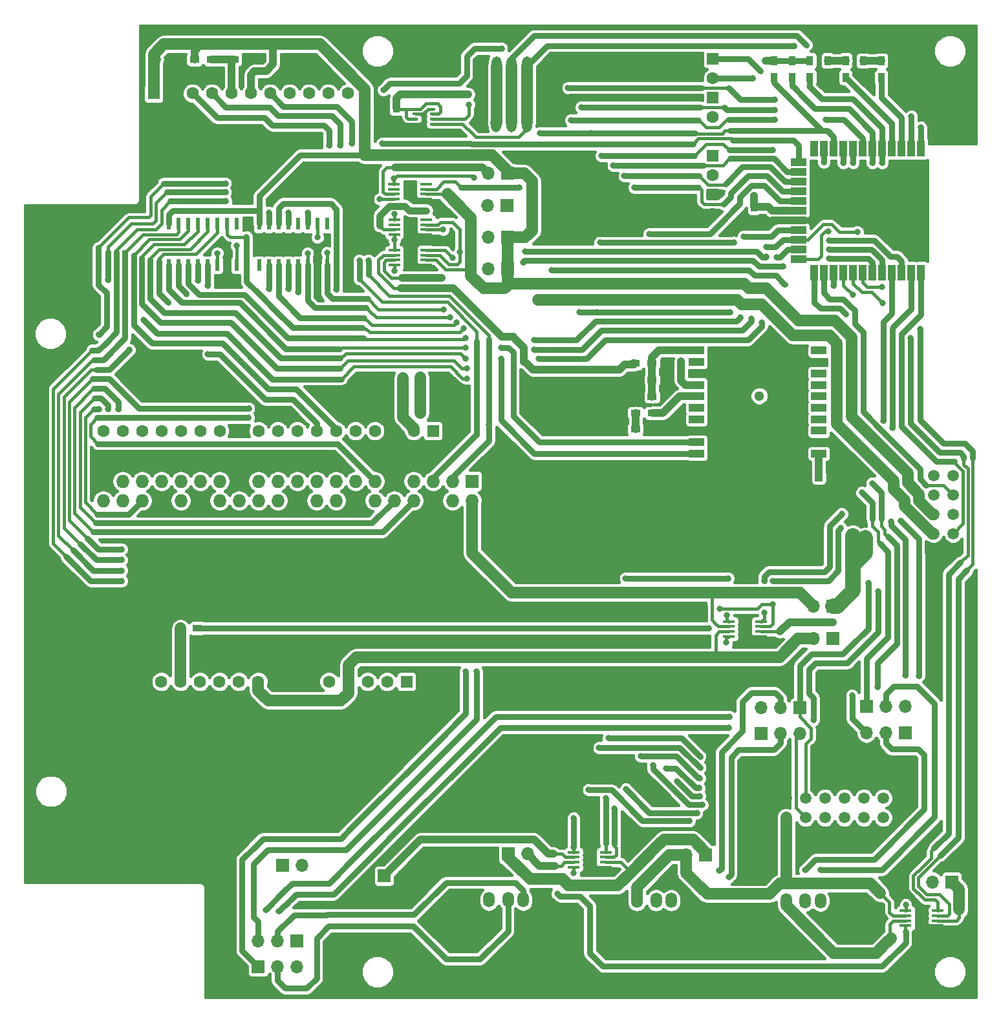
<source format=gtl>
G04 #@! TF.FileFunction,Copper,L1,Top,Signal*
%FSLAX46Y46*%
G04 Gerber Fmt 4.6, Leading zero omitted, Abs format (unit mm)*
G04 Created by KiCad (PCBNEW 4.0.0-rc1-stable) date 10.2.2017 11:41:19*
%MOMM*%
G01*
G04 APERTURE LIST*
%ADD10C,0.100000*%
%ADD11R,0.900000X1.200000*%
%ADD12R,1.200000X0.900000*%
%ADD13C,1.506220*%
%ADD14R,1.700000X1.700000*%
%ADD15O,1.700000X1.700000*%
%ADD16C,4.600000*%
%ADD17O,1.500000X2.000000*%
%ADD18R,2.000000X1.000000*%
%ADD19R,1.000000X2.000000*%
%ADD20C,1.600000*%
%ADD21R,1.600000X1.600000*%
%ADD22R,1.600000X0.400000*%
%ADD23R,1.570000X1.890000*%
%ADD24O,1.300000X2.500000*%
%ADD25R,0.800000X0.350000*%
%ADD26R,0.600000X1.550000*%
%ADD27C,1.300000*%
%ADD28R,1.000000X1.000000*%
%ADD29R,1.000000X2.200000*%
%ADD30R,1.727200X1.727200*%
%ADD31O,1.727200X1.727200*%
%ADD32C,0.800000*%
%ADD33C,0.800000*%
%ADD34C,1.000000*%
%ADD35C,1.500000*%
%ADD36C,0.400000*%
%ADD37C,0.600000*%
%ADD38C,2.000000*%
%ADD39C,0.900000*%
G04 APERTURE END LIST*
D10*
D11*
X96141540Y101990980D03*
X96141540Y104190980D03*
X49296320Y114957680D03*
X49296320Y117157680D03*
D12*
X19883300Y123512580D03*
X17683300Y123512580D03*
X80573700Y81536540D03*
X82773700Y81536540D03*
X80578780Y79359760D03*
X82778780Y79359760D03*
D11*
X110413800Y121155280D03*
X110413800Y123355280D03*
X105783380Y121170520D03*
X105783380Y123370520D03*
D12*
X82799100Y75062080D03*
X80599100Y75062080D03*
D13*
X113030000Y24206200D03*
X113030000Y26746200D03*
X100330000Y24206200D03*
X100330000Y26746200D03*
X102870000Y24206200D03*
X102870000Y26746200D03*
X105410000Y24206200D03*
X105410000Y26746200D03*
X107950000Y24206200D03*
X107950000Y26746200D03*
X110490000Y24206200D03*
X110490000Y26746200D03*
D14*
X63969900Y19431000D03*
D15*
X66509900Y19431000D03*
D14*
X34404300Y17907000D03*
D15*
X36944300Y17907000D03*
D14*
X89781380Y19286220D03*
D15*
X87241380Y19286220D03*
D14*
X122034300Y15773400D03*
D15*
X119494300Y15773400D03*
D14*
X63830200Y108610400D03*
D15*
X61290200Y108610400D03*
D14*
X63863220Y100197920D03*
D15*
X61323220Y100197920D03*
D14*
X63832740Y96103440D03*
D15*
X61292740Y96103440D03*
D14*
X106433620Y47622460D03*
D15*
X103893620Y47622460D03*
D14*
X106436160Y51899820D03*
D15*
X103896160Y51899820D03*
D14*
X63804800Y104368600D03*
D15*
X61264800Y104368600D03*
D12*
X82776240Y83723480D03*
X80576240Y83723480D03*
D16*
X97309800Y10596900D03*
X110309800Y10596900D03*
D17*
X107309800Y13296900D03*
X100309800Y13296900D03*
X104809800Y13296900D03*
X102809800Y13296900D03*
D16*
X77794980Y10652780D03*
X90794980Y10652780D03*
D17*
X87794980Y13352780D03*
X80794980Y13352780D03*
X85294980Y13352780D03*
X83294980Y13352780D03*
D16*
X58414780Y10718820D03*
X71414780Y10718820D03*
D17*
X68414780Y13418820D03*
X61414780Y13418820D03*
X65914780Y13418820D03*
X63914780Y13418820D03*
D14*
X47673260Y16553180D03*
D15*
X50213260Y16553180D03*
D11*
X112786160Y123355280D03*
X112786160Y121155280D03*
X108120180Y123375600D03*
X108120180Y121175600D03*
X98727260Y123380680D03*
X98727260Y121180680D03*
X103433880Y123378140D03*
X103433880Y121178140D03*
X101097080Y123378140D03*
X101097080Y121178140D03*
D12*
X22849660Y123512580D03*
X25049660Y123512580D03*
X28046500Y123512580D03*
X30246500Y123512580D03*
X80599100Y77195680D03*
X82799100Y77195680D03*
X21038640Y49014380D03*
X23238640Y49014380D03*
D18*
X101950300Y98643500D03*
X101950300Y99913500D03*
X101950300Y101183500D03*
X101950300Y102453500D03*
X101950300Y103723500D03*
X101950300Y104993500D03*
X101950300Y97373500D03*
X101950300Y106263500D03*
X101950300Y107533500D03*
X101950300Y108803500D03*
X101950300Y110073500D03*
D19*
X117970300Y95623500D03*
X116700300Y95623500D03*
X115430300Y95623500D03*
X114160300Y95623500D03*
X112890300Y95623500D03*
X111620300Y95623500D03*
X110350300Y95623500D03*
X109080300Y95623500D03*
X107810300Y95623500D03*
X106540300Y95623500D03*
X105270300Y95623500D03*
X104000300Y95623500D03*
X117970300Y111823500D03*
X116700300Y111823500D03*
X115430300Y111823500D03*
X114160300Y111823500D03*
X112890300Y111823500D03*
X111620300Y111823500D03*
X110350300Y111823500D03*
X109080300Y111823500D03*
X107810300Y111823500D03*
X106540300Y111823500D03*
X105270300Y111823500D03*
X104000300Y111823500D03*
D20*
X90741500Y103301800D03*
D21*
X90741500Y105841800D03*
D20*
X90741500Y108381800D03*
D21*
X90741500Y110921800D03*
D20*
X90741500Y116001800D03*
D21*
X90741500Y118541800D03*
D20*
X90741500Y121081800D03*
D21*
X90741500Y123621800D03*
D22*
X76702340Y19651620D03*
X76702340Y19001620D03*
X76702340Y18351620D03*
X76702340Y17701620D03*
X72502340Y17701620D03*
X72502340Y18351620D03*
X72502340Y19651620D03*
X72502340Y19001620D03*
D23*
X74602340Y18676620D03*
D13*
X119621300Y69024500D03*
X122161300Y69024500D03*
X119621300Y66484500D03*
X122161300Y66484500D03*
X119621300Y63944500D03*
X122161300Y63944500D03*
X119621300Y61404500D03*
X122161300Y61404500D03*
X119621300Y58864500D03*
X122161300Y58864500D03*
D22*
X120171900Y11985900D03*
X120171900Y11335900D03*
X120171900Y10685900D03*
X120171900Y10035900D03*
X115971900Y10035900D03*
X115971900Y10685900D03*
X115971900Y11985900D03*
X115971900Y11335900D03*
D23*
X118071900Y11010900D03*
D22*
X53179400Y107185100D03*
X53179400Y106535100D03*
X53179400Y105885100D03*
X53179400Y105235100D03*
X48979400Y105235100D03*
X48979400Y105885100D03*
X48979400Y107185100D03*
X48979400Y106535100D03*
D23*
X51079400Y106210100D03*
D24*
X66370720Y115204240D03*
X64370720Y115204240D03*
X62370720Y115204240D03*
X60370720Y115204240D03*
D25*
X51718280Y115085540D03*
X51718280Y115735540D03*
X51718280Y116385540D03*
X51718280Y117035540D03*
X54068280Y117035540D03*
X54068280Y116385540D03*
X54068280Y115085540D03*
X54068280Y115735540D03*
D24*
X66388500Y122664220D03*
X64388500Y122664220D03*
X62388500Y122664220D03*
X60388500Y122664220D03*
D21*
X17513300Y119091700D03*
D20*
X20053300Y119091700D03*
X22593300Y119091700D03*
X25133300Y119091700D03*
X27673300Y119091700D03*
X42913300Y119091700D03*
X40373300Y119091700D03*
X37833300Y119091700D03*
X35293300Y119091700D03*
X32753300Y119091700D03*
X30213300Y119091700D03*
X10909300Y74866500D03*
X13449300Y74866500D03*
X15989300Y74866500D03*
X18529300Y74866500D03*
X21069300Y74866500D03*
X23609300Y74866500D03*
X26149300Y74866500D03*
X28689300Y74866500D03*
X31229300Y74866500D03*
X33769300Y74866500D03*
X36309300Y74866500D03*
X38849300Y74866500D03*
X41389300Y74866500D03*
X43929300Y74866500D03*
X46469300Y74866500D03*
X49009300Y74866500D03*
X51549300Y74866500D03*
D21*
X54089300Y74866500D03*
D22*
X53209880Y98538940D03*
X53209880Y97888940D03*
X53209880Y97238940D03*
X53209880Y96588940D03*
X49009880Y96588940D03*
X49009880Y97238940D03*
X49009880Y98538940D03*
X49009880Y97888940D03*
D23*
X51109880Y97563940D03*
D20*
X37925900Y42011600D03*
X40465900Y42011600D03*
X43005900Y42011600D03*
X45545900Y42011600D03*
X48085900Y42011600D03*
X15975900Y42011600D03*
X18515900Y42011600D03*
X21055900Y42011600D03*
X23595900Y42011600D03*
X26135900Y42011600D03*
X28675900Y42011600D03*
X31215900Y42011600D03*
X33755900Y42011600D03*
D21*
X50625900Y42011600D03*
D26*
X31320740Y96586060D03*
X32590740Y96586060D03*
X33860740Y96586060D03*
X35130740Y96586060D03*
X31320740Y101986060D03*
X32590740Y101986060D03*
X33860740Y101986060D03*
X35130740Y101986060D03*
X40210740Y96586060D03*
X38940740Y96586060D03*
X37670740Y96586060D03*
X36400740Y96586060D03*
X40210740Y101986060D03*
X38940740Y101986060D03*
X37670740Y101986060D03*
X36400740Y101986060D03*
D22*
X97022340Y49877620D03*
X97022340Y49227620D03*
X97022340Y48577620D03*
X97022340Y47927620D03*
X92822340Y47927620D03*
X92822340Y48577620D03*
X92822340Y49877620D03*
X92822340Y49227620D03*
D23*
X94922340Y48902620D03*
D18*
X88607900Y71882320D03*
X88607900Y73382320D03*
X88607900Y74882320D03*
X88607900Y76382320D03*
X88607900Y77882320D03*
X88607900Y79382320D03*
X88607900Y80882320D03*
X88607900Y82382320D03*
X88607900Y83882320D03*
X88607900Y85382320D03*
X104607900Y85382320D03*
X104607900Y83882320D03*
X104607900Y82382320D03*
X104607900Y80882320D03*
X104607900Y79382320D03*
X104607900Y77882320D03*
X104607900Y76382320D03*
X104607900Y74882320D03*
X104607900Y73382320D03*
X104607900Y71882320D03*
D27*
X96807900Y79432320D03*
D28*
X104617520Y68779520D03*
D29*
X103117520Y67279520D03*
X106117520Y67279520D03*
D26*
X19499580Y96596220D03*
X20769580Y96596220D03*
X22039580Y96596220D03*
X23309580Y96596220D03*
X19499580Y101996220D03*
X20769580Y101996220D03*
X22039580Y101996220D03*
X23309580Y101996220D03*
X28389580Y96596220D03*
X27119580Y96596220D03*
X25849580Y96596220D03*
X24579580Y96596220D03*
X28389580Y101996220D03*
X27119580Y101996220D03*
X25849580Y101996220D03*
X24579580Y101996220D03*
D30*
X59169300Y68262500D03*
D31*
X59169300Y65722500D03*
X56629300Y68262500D03*
X56629300Y65722500D03*
X54089300Y68262500D03*
X54089300Y65722500D03*
X51549300Y68262500D03*
X51549300Y65722500D03*
X49009300Y68262500D03*
X49009300Y65722500D03*
X46469300Y68262500D03*
X46469300Y65722500D03*
X43929300Y68262500D03*
X43929300Y65722500D03*
X41389300Y68262500D03*
X41389300Y65722500D03*
X38849300Y68262500D03*
X38849300Y65722500D03*
X36309300Y68262500D03*
X36309300Y65722500D03*
X33769300Y68262500D03*
X33769300Y65722500D03*
X31229300Y68262500D03*
X31229300Y65722500D03*
X28689300Y68262500D03*
X28689300Y65722500D03*
X26149300Y68262500D03*
X26149300Y65722500D03*
X23609300Y68262500D03*
X23609300Y65722500D03*
X21069300Y68262500D03*
X21069300Y65722500D03*
X18529300Y68262500D03*
X18529300Y65722500D03*
X15989300Y68262500D03*
X15989300Y65722500D03*
X13449300Y68262500D03*
X13449300Y65722500D03*
X10909300Y68262500D03*
X10909300Y65722500D03*
D22*
X53217500Y102536900D03*
X53217500Y101886900D03*
X53217500Y101236900D03*
X53217500Y100586900D03*
X49017500Y100586900D03*
X49017500Y101236900D03*
X49017500Y102536900D03*
X49017500Y101886900D03*
D23*
X51117500Y101561900D03*
D14*
X115928140Y35295840D03*
D15*
X113388140Y35295840D03*
X110848140Y35295840D03*
D14*
X110863380Y38755320D03*
D15*
X113403380Y38755320D03*
X115943380Y38755320D03*
D14*
X102108000Y38567360D03*
D15*
X99568000Y38567360D03*
X97028000Y38567360D03*
D14*
X97058480Y35212020D03*
D15*
X99598480Y35212020D03*
X102138480Y35212020D03*
D14*
X31219140Y4655820D03*
D15*
X33759140Y4655820D03*
X36299140Y4655820D03*
D14*
X36263580Y8008620D03*
D15*
X33723580Y8008620D03*
X31183580Y8008620D03*
D32*
X84833460Y80520540D03*
X67109340Y79956660D03*
X70101460Y77058520D03*
X106415840Y106291380D03*
X110299500Y103748840D03*
X4874260Y101876860D03*
X75285600Y122682000D03*
X79438500Y122682000D03*
X84924900Y103898700D03*
X93563440Y41917620D03*
X90351610Y34121090D03*
X104962960Y31831280D03*
X106527600Y36842700D03*
X95938340Y25293320D03*
X96385380Y73210420D03*
X96273620Y67622420D03*
X71798180Y68628260D03*
X69227700Y58483500D03*
X43019980Y57452260D03*
X49613820Y57452260D03*
X55105300Y123883420D03*
X53235860Y125813820D03*
X36675060Y122989340D03*
X29237940Y113499900D03*
X25184100Y112318800D03*
X37833300Y108623100D03*
X40901620Y107668060D03*
X42252900Y78714600D03*
X21109940Y83792060D03*
X25908000Y81114900D03*
X17289780Y81333340D03*
X15354300Y48729900D03*
X44234100Y34137600D03*
X15806420Y30965140D03*
X33017460Y32082740D03*
X66880740Y27277060D03*
X59895740Y27109420D03*
X68122800Y32499300D03*
X63741300Y41376600D03*
X66443860Y40144700D03*
X63969900Y31242000D03*
X115130580Y30573980D03*
X111980980Y32057340D03*
X116024660Y27322780D03*
X96801940Y31325820D03*
X108287820Y31803340D03*
X65123060Y42826940D03*
X67500500Y42095420D03*
X67236340Y81556860D03*
X94912180Y31305500D03*
X100296980Y102453500D03*
X99250500Y102453500D03*
X111472980Y119702580D03*
X94922340Y48902620D03*
X103121460Y64968120D03*
X106116120Y64968120D03*
X105783380Y119768620D03*
X94812940Y101990980D03*
X90741500Y103301800D03*
X49298860Y113784380D03*
X51869340Y114340640D03*
X31737300Y123502420D03*
X51109880Y97563940D03*
X51117500Y101561900D03*
X51079400Y106210100D03*
X27119580Y95242380D03*
X38940740Y95189040D03*
X91325700Y82387440D03*
X94891860Y16349980D03*
X118071900Y11010900D03*
X97289620Y16309340D03*
X74602340Y18676620D03*
X97668080Y123375420D03*
X96136460Y93543120D03*
X96141540Y105666540D03*
X57386220Y109372400D03*
X58681620Y118973600D03*
X62395100Y118973600D03*
X87678260Y23797260D03*
X74477880Y27828240D03*
X97119440Y89039700D03*
X67917060Y84345780D03*
X58506360Y81732120D03*
X16215360Y89367360D03*
X109049820Y92682060D03*
X11529060Y94642940D03*
X35130740Y103482140D03*
X26916380Y106126280D03*
X89054940Y32179260D03*
X77066140Y34607500D03*
X75544680Y90411300D03*
X93002100Y90416380D03*
X73220580Y90411300D03*
X57195720Y89077800D03*
X106540300Y93860620D03*
X112341660Y53812440D03*
X103944420Y37017960D03*
X112892840Y109966760D03*
X61424820Y75719940D03*
X59809380Y43342560D03*
X41917620Y112260380D03*
X45636180Y97223580D03*
X103433880Y119931180D03*
X102961440Y125409960D03*
X58798460Y117619780D03*
X111625380Y109979460D03*
X111107220Y54937660D03*
X59811920Y74317860D03*
X58376820Y43334940D03*
X101338380Y119839740D03*
X44442380Y97223580D03*
X40454580Y112250220D03*
X101338380Y125341380D03*
X47594520Y119534940D03*
X63070740Y124960380D03*
X82420460Y100662740D03*
X86052660Y28928060D03*
X89039700Y27017980D03*
X84627720Y30655260D03*
X88958420Y28082240D03*
X80459580Y106766360D03*
X82931000Y31069280D03*
X79128620Y108242100D03*
X89319100Y25874980D03*
X81305400Y32217360D03*
X77701140Y109628940D03*
X89039700Y29344620D03*
X79347060Y27912060D03*
X88635840Y24818340D03*
X67345560Y85529420D03*
X94787720Y100365560D03*
X95775780Y89542620D03*
X58498740Y83019900D03*
X89054940Y30731460D03*
X75836780Y33362900D03*
X67345560Y86741000D03*
X58386980Y87007700D03*
X105895140Y100972620D03*
X94353380Y89712800D03*
X112257840Y41285160D03*
X109644180Y100926900D03*
X111574580Y68008500D03*
X97726500Y98960940D03*
X95930720Y121076720D03*
X108953300Y40246300D03*
X32219900Y12138660D03*
X92880180Y37437060D03*
X102809040Y17335500D03*
X115328700Y63035180D03*
X117711220Y42786300D03*
X109080300Y109969300D03*
X106436160Y49811940D03*
X110665260Y61137800D03*
X109034580Y61155580D03*
X110241080Y66774060D03*
X92819220Y35958780D03*
X96972120Y121980960D03*
X99082860Y97619820D03*
X33901380Y11894820D03*
X114063780Y63009780D03*
X107815380Y109964220D03*
X115943380Y42806620D03*
X113332260Y7658100D03*
X114081560Y8412480D03*
X52433220Y81831180D03*
X52428140Y77188060D03*
X55201820Y94902020D03*
X58102500Y92209620D03*
X67871340Y92011500D03*
X86580980Y91874340D03*
X55412640Y101236900D03*
X86580980Y83964780D03*
X50131980Y81800700D03*
X53228240Y103738680D03*
X92730320Y55526940D03*
X79311500Y55526940D03*
X74754740Y113896140D03*
X72499220Y24104600D03*
X59443620Y108018580D03*
X68069460Y113896140D03*
X47137320Y105232200D03*
X92595700Y50680620D03*
X92516960Y47142400D03*
X49011840Y95824040D03*
X49019460Y99885500D03*
X49024540Y103263700D03*
X48981360Y107924600D03*
X70401180Y14211300D03*
X115984020Y9263380D03*
X115984020Y12760960D03*
X72504300Y20327620D03*
X72504300Y16924020D03*
X114216180Y75262740D03*
X107475020Y62143640D03*
X98549460Y55222140D03*
X98541840Y52158900D03*
X91645740Y51526440D03*
X90228420Y48999140D03*
X43441620Y112544860D03*
X47457360Y112527080D03*
X105902760Y99791520D03*
X99898200Y96438720D03*
X56624220Y97558860D03*
X65859660Y96972120D03*
X107612180Y63985140D03*
X97436940Y55237380D03*
X97439480Y51079400D03*
X113090960Y76225400D03*
X105910380Y98595180D03*
X97703640Y97680780D03*
X66156840Y98389440D03*
X57584340Y98328480D03*
X105910380Y97475040D03*
X100134420Y94053660D03*
X69623940Y95951040D03*
X65366900Y106743500D03*
X112913160Y93710760D03*
X117853460Y88242140D03*
X116631720Y87005160D03*
X112981740Y91605100D03*
X58110120Y88270080D03*
X73472040Y117259100D03*
X117967760Y114607340D03*
X98811080Y116893340D03*
X38945820Y100225860D03*
X29687520Y100225860D03*
X116725700Y116098320D03*
X98816160Y118292880D03*
X71770240Y119814340D03*
X55504080Y90754200D03*
X40210740Y98193860D03*
X28392120Y99108260D03*
X56288940Y89725500D03*
X72123300Y115552220D03*
X105537000Y115663980D03*
X98811080Y115658900D03*
X37670740Y98137980D03*
X25849580Y98137980D03*
X76705460Y26733500D03*
X75956160Y99532440D03*
X93479620Y99565460D03*
X108101130Y90186510D03*
X105270300Y110065820D03*
X98541840Y111663480D03*
X76151740Y110904020D03*
X77868780Y25412700D03*
X36415980Y93047820D03*
X41460420Y93398340D03*
X24604980Y84940140D03*
X24579580Y93901260D03*
X13314680Y55206900D03*
X26944320Y104973120D03*
X32590740Y103479600D03*
X13327380Y56578500D03*
X21800820Y92796360D03*
X13307060Y57950100D03*
X14323060Y85483700D03*
X29956760Y77802740D03*
X32590740Y93479620D03*
X13307060Y59347100D03*
X29933900Y76603860D03*
X35130740Y93499940D03*
X10309860Y87469980D03*
X10309860Y77724000D03*
X37673280Y103487220D03*
X26906220Y107304840D03*
X58315860Y84361020D03*
X62979300Y84361020D03*
X62989460Y85783420D03*
X58376820Y85778340D03*
X23309580Y94556580D03*
X11559540Y77716380D03*
X19377660Y91660980D03*
X12926060Y77708760D03*
X104808020Y17335500D03*
X91584780Y17244060D03*
X92821760Y16446500D03*
D33*
X67134740Y79931260D02*
X67109340Y79956660D01*
X76296520Y79359760D02*
X72196960Y79359760D01*
X72196960Y79359760D02*
X71625460Y79931260D01*
X71625460Y79931260D02*
X67134740Y79931260D01*
D34*
X70101460Y77058520D02*
X70093840Y77066140D01*
X4874260Y101876860D02*
X4853940Y101876860D01*
X79438500Y122682000D02*
X79476600Y122682000D01*
X84924900Y103860600D02*
X84886800Y103860600D01*
X84924900Y103898700D02*
X84924900Y103860600D01*
X93563440Y41917620D02*
X93563440Y41945560D01*
X90360500Y34150300D02*
X90360500Y34129980D01*
X90360500Y34129980D02*
X90351610Y34121090D01*
X104962960Y31831280D02*
X104962960Y32534860D01*
X106527600Y34099500D02*
X106527600Y36842700D01*
X104962960Y32534860D02*
X106527600Y34099500D01*
X96329500Y67622420D02*
X96329500Y67678300D01*
X96273620Y67622420D02*
X96329500Y67622420D01*
X69227700Y58483500D02*
X69227700Y58521600D01*
X53235860Y125813820D02*
X53235860Y125834140D01*
X25191720Y112326420D02*
X25194260Y112326420D01*
X25184100Y112318800D02*
X25191720Y112326420D01*
X40901620Y107668060D02*
X40921940Y107668060D01*
X33017460Y32082740D02*
X33017460Y32138620D01*
X59895740Y27109420D02*
X59895740Y27165300D01*
X63969900Y31242000D02*
X64008000Y31280100D01*
X108287820Y31803340D02*
X108315760Y31803340D01*
D33*
X67236340Y81556860D02*
X67866260Y81556860D01*
X72499220Y80540860D02*
X80573700Y80540860D01*
X72031860Y81008220D02*
X72499220Y80540860D01*
X68414900Y81008220D02*
X72031860Y81008220D01*
X67866260Y81556860D02*
X68414900Y81008220D01*
X67251580Y81541620D02*
X67236340Y81556860D01*
D35*
X94891860Y31285180D02*
X94912180Y31305500D01*
X94891860Y31285180D02*
X94891860Y29583380D01*
D33*
X111472980Y119702580D02*
X110413800Y120761760D01*
X110413800Y121155280D02*
X110413800Y120761760D01*
D36*
X97022340Y47927620D02*
X95897340Y47927620D01*
X95897340Y47927620D02*
X94922340Y48902620D01*
D34*
X103117520Y64972060D02*
X103121460Y64968120D01*
X103117520Y67279520D02*
X103117520Y64972060D01*
X106117520Y64969520D02*
X106116120Y64968120D01*
X106117520Y67279520D02*
X106117520Y64969520D01*
X105783380Y121170520D02*
X105783380Y119768620D01*
X96141540Y101990980D02*
X94812940Y101990980D01*
X49296320Y113786920D02*
X49298860Y113784380D01*
X49296320Y114957680D02*
X49296320Y113786920D01*
D36*
X51868280Y115085540D02*
X51868280Y114341700D01*
X51868280Y114341700D02*
X51869340Y114340640D01*
X51868280Y115085540D02*
X49424180Y115085540D01*
X49424180Y115085540D02*
X49296320Y114957680D01*
X52798980Y116385540D02*
X52798980Y115379500D01*
X52505020Y115085540D02*
X51868280Y115085540D01*
X52798980Y115379500D02*
X52505020Y115085540D01*
X51868280Y116385540D02*
X52798980Y116385540D01*
X52798980Y116385540D02*
X52809340Y116385540D01*
X53459340Y117035540D02*
X53918280Y117035540D01*
X52809340Y116385540D02*
X53459340Y117035540D01*
D34*
X31727140Y123512580D02*
X31737300Y123502420D01*
X30246500Y123512580D02*
X31727140Y123512580D01*
D36*
X51109880Y96893380D02*
X51109880Y97563940D01*
X51117500Y100947220D02*
X51117500Y101561900D01*
X51079400Y105755440D02*
X51079400Y106210100D01*
X51109880Y96893380D02*
X51414320Y96588940D01*
X51414320Y96588940D02*
X53209880Y96588940D01*
X51117500Y100947220D02*
X51477820Y100586900D01*
X51477820Y100586900D02*
X53217500Y100586900D01*
X51079400Y105755440D02*
X51599740Y105235100D01*
X51599740Y105235100D02*
X53179400Y105235100D01*
D37*
X27119580Y96596220D02*
X27119580Y95242380D01*
X38940740Y95189040D02*
X38940740Y96586060D01*
D35*
X20053300Y119091700D02*
X20053300Y123342580D01*
X20053300Y123342580D02*
X19883300Y123512580D01*
X60388500Y122664220D02*
X60388500Y115222020D01*
X60388500Y115222020D02*
X60370720Y115204240D01*
D34*
X101950300Y102453500D02*
X100296980Y102453500D01*
X100296980Y102453500D02*
X99250500Y102453500D01*
X99250500Y102453500D02*
X98460620Y102453500D01*
X97998100Y101990980D02*
X96141540Y101990980D01*
X98460620Y102453500D02*
X97998100Y101990980D01*
X91325700Y82387440D02*
X91325700Y82382320D01*
X91325700Y82382320D02*
X91325700Y82387440D01*
X91325700Y82387440D02*
X91325700Y82382320D01*
X80578780Y79359760D02*
X76296520Y79359760D01*
X76296520Y79359760D02*
X76283820Y79347060D01*
X82799100Y75062080D02*
X82978860Y74882320D01*
X82978860Y74882320D02*
X88607900Y74882320D01*
X80573700Y81536540D02*
X80573700Y80540860D01*
X80573700Y80540860D02*
X80573700Y79364840D01*
X80573700Y79364840D02*
X80578780Y79359760D01*
X94546420Y82382320D02*
X94546420Y74882320D01*
X94546420Y82382320D02*
X94546420Y81201260D01*
X94546420Y74882320D02*
X94546420Y81153000D01*
X94546420Y82382320D02*
X94546420Y81907300D01*
X88607900Y82382320D02*
X91325700Y82382320D01*
X91325700Y82382320D02*
X94071400Y82382320D01*
X94071400Y82382320D02*
X95961160Y82382320D01*
X95961160Y82382320D02*
X97461160Y83882320D01*
X97461160Y83882320D02*
X104607900Y83882320D01*
X88607900Y74882320D02*
X94546420Y74882320D01*
X94546420Y74882320D02*
X99519160Y74882320D01*
X99519160Y74882320D02*
X101963220Y72438260D01*
X103117520Y67279520D02*
X103073200Y67279520D01*
X103073200Y67279520D02*
X101963220Y68389500D01*
X101963220Y68389500D02*
X101963220Y72438260D01*
X101963220Y72438260D02*
X101963220Y72758300D01*
X101963220Y72758300D02*
X102587240Y73382320D01*
X102587240Y73382320D02*
X104607900Y73382320D01*
X104607900Y73382320D02*
X106073760Y73382320D01*
X106840020Y68002020D02*
X106117520Y67279520D01*
X106840020Y72616060D02*
X106840020Y68002020D01*
X106073760Y73382320D02*
X106840020Y72616060D01*
D35*
X119621300Y58864500D02*
X122161300Y58864500D01*
X94891860Y16349980D02*
X94891860Y29583380D01*
X94891860Y29583380D02*
X94904560Y29596080D01*
X33755900Y42011600D02*
X37925900Y42011600D01*
D36*
X118071900Y10792460D02*
X118071900Y11010900D01*
D38*
X97289620Y16309340D02*
X97289620Y25692100D01*
D34*
X98343720Y26746200D02*
X100330000Y26746200D01*
D38*
X97289620Y25692100D02*
X98343720Y26746200D01*
D36*
X120171900Y10035900D02*
X118828460Y10035900D01*
X118828460Y10035900D02*
X118071900Y10792460D01*
X74602340Y18323560D02*
X74602340Y18676620D01*
X74602340Y18323560D02*
X75224280Y17701620D01*
X75224280Y17701620D02*
X76702340Y17701620D01*
D35*
X116248180Y69314060D02*
X116248180Y68036440D01*
X97718880Y93543120D02*
X101978460Y89283540D01*
X101978460Y89283540D02*
X106728260Y89283540D01*
X106728260Y89283540D02*
X108882180Y87129620D01*
X108882180Y87129620D02*
X108882180Y76680060D01*
X108882180Y76680060D02*
X111404400Y74157840D01*
X96136460Y93543120D02*
X97718880Y93543120D01*
X111404400Y74157840D02*
X116248180Y69314060D01*
X117713760Y65714880D02*
X119484140Y63944500D01*
X117713760Y66570860D02*
X117713760Y65714880D01*
X116248180Y68036440D02*
X117713760Y66570860D01*
X119621300Y63944500D02*
X119484140Y63944500D01*
X65780920Y94155260D02*
X64066420Y94155260D01*
X95443040Y93543120D02*
X94830900Y94155260D01*
X94830900Y94155260D02*
X65780920Y94155260D01*
X96136460Y93543120D02*
X95443040Y93543120D01*
X64066420Y94155260D02*
X63832740Y93921580D01*
D36*
X53209880Y97238940D02*
X54444780Y97238940D01*
X55709820Y95973900D02*
X59062620Y95973900D01*
X54444780Y97238940D02*
X55709820Y95973900D01*
X59108340Y97223580D02*
X59062620Y97223580D01*
X59062620Y97238820D02*
X59077860Y97223580D01*
X59077860Y97223580D02*
X59108340Y97223580D01*
D35*
X62484000Y93545660D02*
X60713620Y93545660D01*
X63456820Y93545660D02*
X63832740Y93921580D01*
X62484000Y93545660D02*
X63456820Y93545660D01*
X60713620Y93545660D02*
X59062620Y95196660D01*
X59062620Y95196660D02*
X59062620Y95973900D01*
X59062620Y95973900D02*
X59062620Y97223580D01*
X59062620Y102768640D02*
X58458100Y103373160D01*
X55946160Y105885100D02*
X58458100Y103373160D01*
X59062620Y97223580D02*
X59062620Y102768640D01*
D33*
X31341060Y103746300D02*
X25717500Y103746300D01*
X19499580Y103212900D02*
X20032980Y103746300D01*
X20032980Y103746300D02*
X25717500Y103746300D01*
X19499580Y103212900D02*
X19499580Y101996220D01*
X31341060Y105648760D02*
X36695380Y111003080D01*
X36695380Y111003080D02*
X45151040Y111003080D01*
X31341060Y105648760D02*
X31341060Y103746300D01*
X31341060Y103746300D02*
X31341060Y102006380D01*
X31341060Y102006380D02*
X31320740Y101986060D01*
D35*
X45151040Y113538000D02*
X45151040Y111003080D01*
X33154620Y125524260D02*
X39281100Y125524260D01*
X39281100Y125524260D02*
X45151040Y119654320D01*
X45151040Y119654320D02*
X45151040Y113538000D01*
X45768260Y110970060D02*
X47718980Y110970060D01*
X45151040Y111003080D02*
X45184060Y110970060D01*
X45184060Y110970060D02*
X45768260Y110970060D01*
X61851540Y110970060D02*
X47718980Y110970060D01*
X61851540Y110970060D02*
X63830200Y108991400D01*
X63830200Y108610400D02*
X63830200Y108991400D01*
D34*
X98722000Y123375420D02*
X97668080Y123375420D01*
X98722000Y123375420D02*
X98727260Y123380680D01*
D33*
X101097080Y123378140D02*
X103433880Y123378140D01*
X98727260Y123380680D02*
X101094540Y123380680D01*
X101094540Y123380680D02*
X101097080Y123378140D01*
D34*
X96141540Y104190980D02*
X96141540Y105666540D01*
X96136460Y93543120D02*
X96136460Y93545660D01*
X96136460Y93545660D02*
X96136460Y93543120D01*
X96136460Y93543120D02*
X96136460Y93545660D01*
D36*
X53210000Y97238820D02*
X53209880Y97238940D01*
D35*
X63832740Y93921580D02*
X63832740Y96103440D01*
D36*
X53179400Y105885100D02*
X55946160Y105885100D01*
X55946160Y105885100D02*
X55948580Y105887520D01*
D35*
X63863220Y100197920D02*
X66174620Y100197920D01*
X66078100Y108610400D02*
X63830200Y108610400D01*
X67094100Y107594400D02*
X66078100Y108610400D01*
X67094100Y101117400D02*
X67094100Y107594400D01*
X66174620Y100197920D02*
X67094100Y101117400D01*
X63863220Y100197920D02*
X63863220Y96133920D01*
X63863220Y96133920D02*
X63832740Y96103440D01*
D34*
X30213300Y119091700D02*
X30213300Y121516140D01*
X30213300Y121516140D02*
X30700980Y122003820D01*
X30700980Y122003820D02*
X32240220Y122003820D01*
X32240220Y122003820D02*
X33154620Y122918220D01*
X33154620Y122918220D02*
X33154620Y125524260D01*
D35*
X25763220Y125524260D02*
X33154620Y125524260D01*
X23713440Y125524260D02*
X25763220Y125524260D01*
D34*
X22849660Y123512580D02*
X22849660Y124660480D01*
X22849660Y124660480D02*
X23713440Y125524260D01*
D35*
X17513300Y121470420D02*
X17513300Y124178060D01*
X18859500Y125524260D02*
X23713440Y125524260D01*
X17513300Y124178060D02*
X18859500Y125524260D01*
X17513300Y119091700D02*
X17513300Y121470420D01*
X17513300Y121470420D02*
X17513300Y123342580D01*
X17513300Y123342580D02*
X17683300Y123512580D01*
D34*
X101950300Y103723500D02*
X98450340Y103723500D01*
X98450340Y103723500D02*
X97982860Y104190980D01*
X97982860Y104190980D02*
X96141540Y104190980D01*
D36*
X47548800Y108287820D02*
X47548800Y108882180D01*
X48039020Y109372400D02*
X48633380Y109372400D01*
X47548800Y108882180D02*
X48039020Y109372400D01*
D34*
X49113440Y109372400D02*
X57386220Y109372400D01*
X57386220Y109372400D02*
X60528200Y109372400D01*
D36*
X47817920Y105885100D02*
X47548800Y106154220D01*
X47548800Y106154220D02*
X47548800Y108287820D01*
X48633380Y109372400D02*
X49113440Y109372400D01*
X48979400Y105885100D02*
X47817920Y105885100D01*
D34*
X60528200Y109372400D02*
X61290200Y108610400D01*
X49296320Y118460520D02*
X49822100Y118986300D01*
X49822100Y118986300D02*
X58668920Y118986300D01*
X58668920Y118986300D02*
X58681620Y118973600D01*
X49296320Y118460520D02*
X49296320Y117157680D01*
X62395100Y118973600D02*
X62388500Y118973600D01*
X62388500Y118973600D02*
X62395100Y118973600D01*
X62395100Y118973600D02*
X62388500Y118973600D01*
D35*
X62388500Y122664220D02*
X62388500Y118973600D01*
X62388500Y118973600D02*
X62388500Y115222020D01*
X62388500Y115222020D02*
X62370720Y115204240D01*
D36*
X51868280Y117035540D02*
X52448420Y117035540D01*
X54785460Y116385540D02*
X55039260Y116639340D01*
X55039260Y116639340D02*
X55039260Y117241320D01*
X54785460Y116385540D02*
X53918280Y116385540D01*
X55039260Y117381020D02*
X55039260Y117241320D01*
X54676040Y117744240D02*
X55039260Y117381020D01*
X53157120Y117744240D02*
X54676040Y117744240D01*
X52448420Y117035540D02*
X53157120Y117744240D01*
X51868280Y115735540D02*
X50842740Y115735540D01*
X50594260Y115984020D02*
X50594260Y117035540D01*
X50842740Y115735540D02*
X50594260Y115984020D01*
X51868280Y117035540D02*
X50594260Y117035540D01*
X50594260Y117035540D02*
X49418460Y117035540D01*
X49418460Y117035540D02*
X49296320Y117157680D01*
D34*
X82776240Y83723480D02*
X82776240Y84518680D01*
X83639880Y85382320D02*
X88607900Y85382320D01*
X82776240Y84518680D02*
X83639880Y85382320D01*
X82773700Y81536540D02*
X82773700Y79364840D01*
X82773700Y79364840D02*
X82778780Y79359760D01*
X82776240Y83723480D02*
X82776240Y81539080D01*
X82776240Y81539080D02*
X82773700Y81536540D01*
X110413800Y123355280D02*
X112786160Y123355280D01*
X105783380Y123370520D02*
X108115100Y123370520D01*
X108115100Y123370520D02*
X108120180Y123375600D01*
X80599100Y77195680D02*
X80599100Y75062080D01*
D33*
X87678260Y23797260D02*
X81490820Y23797260D01*
X81490820Y23797260D02*
X77475080Y27813000D01*
X74493120Y27813000D02*
X77475080Y27813000D01*
X74493120Y27813000D02*
X74477880Y27828240D01*
X67917060Y84345780D02*
X74228960Y84345780D01*
X79956660Y86799420D02*
X95326200Y86799420D01*
X95326200Y86799420D02*
X97119440Y88592660D01*
X97119440Y88592660D02*
X97119440Y89039700D01*
X79943960Y86786720D02*
X79956660Y86799420D01*
X74785220Y84902040D02*
X76669900Y86786720D01*
X76669900Y86786720D02*
X79943960Y86786720D01*
X74228960Y84345780D02*
X74785220Y84902040D01*
D36*
X67917060Y84345780D02*
X67917060Y84361020D01*
X58503820Y81734660D02*
X58506360Y81732120D01*
X56421020Y83263740D02*
X57950100Y81734660D01*
X51915060Y83263740D02*
X56421020Y83263740D01*
X43685460Y83263740D02*
X51915060Y83263740D01*
D33*
X33078420Y81648300D02*
X42070020Y81648300D01*
X27073860Y87652860D02*
X31805880Y82920840D01*
X16215360Y89367360D02*
X17929860Y87652860D01*
X17929860Y87652860D02*
X27002740Y87652860D01*
X27002740Y87652860D02*
X27073860Y87652860D01*
X31805880Y82920840D02*
X33078420Y81648300D01*
D36*
X42070020Y81648300D02*
X43685460Y83263740D01*
X57950100Y81734660D02*
X58503820Y81734660D01*
X107810300Y95623500D02*
X107810300Y93921580D01*
X107810300Y93921580D02*
X109049820Y92682060D01*
D33*
X11529060Y95333820D02*
X11529060Y94642940D01*
X11529060Y98270060D02*
X11529060Y95333820D01*
D36*
X15095220Y102019100D02*
X14592300Y102019100D01*
X19227800Y106126280D02*
X17807940Y104706420D01*
D33*
X35130740Y101986060D02*
X35130740Y103482140D01*
X26916380Y106126280D02*
X19227800Y106126280D01*
D36*
X17406620Y102019100D02*
X15095220Y102019100D01*
X17807940Y102420420D02*
X17406620Y102019100D01*
X17807940Y104706420D02*
X17807940Y102420420D01*
X11529060Y98955860D02*
X11529060Y98270060D01*
X14592300Y102019100D02*
X11529060Y98955860D01*
X11529060Y98452940D02*
X11529060Y98270060D01*
D33*
X78122780Y34610040D02*
X77068680Y34610040D01*
X83827620Y34610040D02*
X78122780Y34610040D01*
X89054940Y32179260D02*
X86624160Y34610040D01*
X86624160Y34610040D02*
X83827620Y34610040D01*
X77068680Y34610040D02*
X77066140Y34607500D01*
X78232000Y90408760D02*
X78232000Y90411300D01*
X78232000Y90411300D02*
X78232000Y90408760D01*
X78232000Y90408760D02*
X78232000Y90411300D01*
X92997020Y90411300D02*
X93002100Y90416380D01*
X73220580Y90411300D02*
X75544680Y90411300D01*
X75544680Y90411300D02*
X78232000Y90411300D01*
X78232000Y90411300D02*
X89745820Y90411300D01*
D36*
X56837580Y88719660D02*
X57195720Y89077800D01*
X55587900Y88719660D02*
X56837580Y88719660D01*
D33*
X89745820Y90411300D02*
X92997020Y90411300D01*
X106540300Y95623500D02*
X106540300Y93860620D01*
D36*
X55587900Y88719660D02*
X46050200Y88719660D01*
X54749700Y88719660D02*
X55587900Y88719660D01*
X45074840Y89695020D02*
X45699680Y89070180D01*
X46050200Y88719660D02*
X45699680Y89070180D01*
D33*
X39799260Y89695020D02*
X45074840Y89695020D01*
X33860740Y93484700D02*
X33860740Y93047820D01*
X33860740Y92539820D02*
X36705540Y89695020D01*
X36705540Y89695020D02*
X39799260Y89695020D01*
X33860740Y93047820D02*
X33860740Y92539820D01*
X45074840Y89695020D02*
X45079920Y89689940D01*
X33860740Y96586060D02*
X33860740Y93484700D01*
X33860740Y93484700D02*
X33863280Y93482160D01*
D35*
X100317300Y15598140D02*
X100317300Y16342360D01*
X100330000Y16355060D02*
X100330000Y24206200D01*
X100317300Y16342360D02*
X100330000Y16355060D01*
D36*
X115971900Y11335900D02*
X114302660Y11335900D01*
D35*
X111330740Y15598140D02*
X112631220Y14297660D01*
X87241380Y16929100D02*
X87241380Y19286220D01*
X99545140Y15598140D02*
X100317300Y15598140D01*
X100317300Y15598140D02*
X101086920Y15598140D01*
X101086920Y15598140D02*
X103162100Y15598140D01*
X87241380Y16929100D02*
X88572340Y15598140D01*
X103162100Y15598140D02*
X111330740Y15598140D01*
X89994740Y14175740D02*
X98122740Y14175740D01*
X98122740Y14175740D02*
X99545140Y15598140D01*
X88572340Y15598140D02*
X89994740Y14175740D01*
D36*
X113835180Y13093700D02*
X112631220Y14297660D01*
X113835180Y11803380D02*
X113835180Y13093700D01*
X114302660Y11335900D02*
X113835180Y11803380D01*
D35*
X80794980Y13352780D02*
X80794980Y15064860D01*
X85016340Y19286220D02*
X87241380Y19286220D01*
X80794980Y15064860D02*
X85016340Y19286220D01*
D33*
X109910880Y46055280D02*
X112341660Y48486060D01*
X112341660Y48486060D02*
X112341660Y52631340D01*
X112341660Y53812440D02*
X112341660Y52631340D01*
X106311700Y44422060D02*
X108277660Y44422060D01*
X103327200Y43555920D02*
X104193340Y44422060D01*
X104193340Y44422060D02*
X106311700Y44422060D01*
X103327200Y40477440D02*
X103327200Y41628060D01*
X103944420Y39860220D02*
X103327200Y40477440D01*
X103944420Y37017960D02*
X103944420Y39860220D01*
X103327200Y41628060D02*
X103327200Y43555920D01*
X108277660Y44422060D02*
X109385100Y45529500D01*
X109385100Y45529500D02*
X109910880Y46055280D01*
X112890300Y109969300D02*
X112892840Y109966760D01*
X112890300Y111823500D02*
X112890300Y109969300D01*
X108262420Y118376700D02*
X109044740Y118376700D01*
X112890300Y114531140D02*
X112890300Y113748820D01*
X109044740Y118376700D02*
X112890300Y114531140D01*
D36*
X53103780Y92537280D02*
X48387000Y92537280D01*
X61424820Y87370920D02*
X56258460Y92537280D01*
X56258460Y92537280D02*
X53103780Y92537280D01*
X61424820Y86840060D02*
X61424820Y87370920D01*
X48387000Y92537280D02*
X45636180Y95288100D01*
D33*
X56629300Y68262500D02*
X56629300Y68795900D01*
X56629300Y68795900D02*
X61424820Y73591420D01*
X61424820Y73591420D02*
X61424820Y75719940D01*
X61424820Y75719940D02*
X61424820Y76192380D01*
X55257700Y32529780D02*
X59809380Y37081460D01*
X30624780Y18122900D02*
X32448500Y19946620D01*
X32448500Y19946620D02*
X42674540Y19946620D01*
X42674540Y19946620D02*
X55257700Y32529780D01*
X31183580Y8008620D02*
X31183580Y10604500D01*
X30624780Y11163300D02*
X30624780Y12717780D01*
X31183580Y10604500D02*
X30624780Y11163300D01*
X30624780Y12717780D02*
X30624780Y18122900D01*
X59809380Y37081460D02*
X59809380Y43342560D01*
X61424820Y86840060D02*
X61424820Y78833980D01*
X45636180Y97223580D02*
X45636180Y95288100D01*
X41917620Y115023900D02*
X40802560Y116138960D01*
X26953200Y117271800D02*
X25133300Y119091700D01*
X33842960Y116138960D02*
X40802560Y116138960D01*
X32710120Y117271800D02*
X33842960Y116138960D01*
X26953200Y117271800D02*
X32710120Y117271800D01*
X41917620Y112260380D02*
X41917620Y115023900D01*
X61424820Y76192380D02*
X61424820Y78833980D01*
X67358260Y126626620D02*
X101744780Y126626620D01*
X101744780Y126626620D02*
X102961440Y125409960D01*
X64388500Y123656860D02*
X67358260Y126626620D01*
X64388500Y122664220D02*
X64388500Y123656860D01*
D36*
X56573860Y115735540D02*
X58260420Y115735540D01*
X58798460Y116273580D02*
X58798460Y117619780D01*
X58260420Y115735540D02*
X58798460Y116273580D01*
X53918280Y115735540D02*
X56573860Y115735540D01*
D33*
X103433880Y119931180D02*
X104988360Y118376700D01*
X104988360Y118376700D02*
X108262420Y118376700D01*
X107815380Y118376700D02*
X108262420Y118376700D01*
X103433880Y121178140D02*
X103433880Y119931180D01*
X112890300Y113748820D02*
X112890300Y111823500D01*
D36*
X101600000Y34673540D02*
X101600000Y27401520D01*
X101600000Y25476200D02*
X101600000Y27401520D01*
X101600000Y25476200D02*
X102870000Y24206200D01*
X101600000Y34673540D02*
X102138480Y35212020D01*
D35*
X64388500Y122664220D02*
X64388500Y115222020D01*
X64388500Y115222020D02*
X64370720Y115204240D01*
D33*
X108653580Y46530260D02*
X111091980Y48968660D01*
X111091980Y48968660D02*
X111091980Y53266340D01*
X111620300Y109984540D02*
X111620300Y111823500D01*
X111620300Y109984540D02*
X111625380Y109979460D01*
X111091980Y53266340D02*
X111107220Y53281580D01*
X102108000Y44069000D02*
X103670100Y45631100D01*
X103670100Y45631100D02*
X107754420Y45631100D01*
X107754420Y45631100D02*
X108653580Y46530260D01*
X102108000Y38567360D02*
X102108000Y44069000D01*
X111107220Y53281580D02*
X111107220Y54937660D01*
X106840020Y117066060D02*
X108546900Y117066060D01*
X111620300Y113992660D02*
X111620300Y113332260D01*
X108546900Y117066060D02*
X111620300Y113992660D01*
X102679500Y118498620D02*
X101338380Y119839740D01*
X104112060Y117066060D02*
X106840020Y117066060D01*
X102679500Y118498620D02*
X104112060Y117066060D01*
X111620300Y111823500D02*
X111620300Y113332260D01*
D36*
X59811920Y86644480D02*
X59811920Y87894160D01*
X47419260Y91752420D02*
X44442380Y94729300D01*
X55953660Y91752420D02*
X47419260Y91752420D01*
X59811920Y87894160D02*
X55953660Y91752420D01*
D33*
X54089300Y68262500D02*
X54089300Y68704460D01*
X54089300Y68704460D02*
X59702700Y74317860D01*
X59702700Y74317860D02*
X59811920Y74317860D01*
X59811920Y76835000D02*
X59811920Y74317860D01*
X54256940Y33728660D02*
X58376820Y37848540D01*
X38900100Y21450300D02*
X41978580Y21450300D01*
X31828740Y21450300D02*
X38900100Y21450300D01*
X29095700Y12773660D02*
X29095700Y18717260D01*
X29095700Y6779260D02*
X29095700Y12773660D01*
X31219140Y4655820D02*
X29095700Y6779260D01*
X29095700Y18717260D02*
X31150560Y20772120D01*
X31150560Y20772120D02*
X31828740Y21450300D01*
X41978580Y21450300D02*
X43487340Y22959060D01*
X43487340Y22959060D02*
X54256940Y33728660D01*
X58376820Y37848540D02*
X58376820Y43334940D01*
X101338380Y119839740D02*
X101097080Y120081040D01*
X59811920Y78854300D02*
X59811920Y86644480D01*
X44442380Y97223580D02*
X44442380Y94729300D01*
X22593300Y119091700D02*
X25807660Y115877340D01*
X40454580Y114246660D02*
X40454580Y112250220D01*
X39829740Y114871500D02*
X40454580Y114246660D01*
X33063180Y114871500D02*
X39829740Y114871500D01*
X32057340Y115877340D02*
X33063180Y114871500D01*
X25807660Y115877340D02*
X32057340Y115877340D01*
X59811920Y76835000D02*
X59811920Y78854300D01*
D36*
X59264550Y113762790D02*
X59695080Y113332260D01*
X59695080Y113332260D02*
X65265300Y113332260D01*
X66370720Y115204240D02*
X66370720Y114437680D01*
X66370720Y114437680D02*
X65265300Y113332260D01*
D33*
X69065660Y125341380D02*
X101338380Y125341380D01*
X66388500Y122664220D02*
X69065660Y125341380D01*
X47594520Y119534940D02*
X48468280Y120408700D01*
X48468280Y120408700D02*
X49131220Y120408700D01*
X59514740Y124960380D02*
X63070740Y124960380D01*
X58498740Y123944380D02*
X59514740Y124960380D01*
X58498740Y121404380D02*
X58498740Y123944380D01*
X57503060Y120408700D02*
X58498740Y121404380D01*
X49131220Y120408700D02*
X57503060Y120408700D01*
D36*
X53918280Y115085540D02*
X57941800Y115085540D01*
X57941800Y115085540D02*
X59264550Y113762790D01*
D33*
X101097080Y120081040D02*
X101097080Y121178140D01*
D36*
X102870000Y33665160D02*
X102870000Y33832800D01*
X102870000Y33832800D02*
X103578660Y34541460D01*
X103563420Y35928300D02*
X103578660Y35913060D01*
X102108000Y37383720D02*
X103563420Y35928300D01*
X102108000Y38567360D02*
X102108000Y37383720D01*
X103578660Y35913060D02*
X103578660Y34541460D01*
X102870000Y33665160D02*
X102870000Y26746200D01*
D35*
X66388500Y122664220D02*
X66388500Y115222020D01*
X66388500Y115222020D02*
X66370720Y115204240D01*
D33*
X90345260Y100662740D02*
X82420460Y100662740D01*
X94297500Y104782620D02*
X94297500Y104614980D01*
X94297500Y105521760D02*
X94297500Y104782620D01*
X97485200Y106994960D02*
X95770700Y106994960D01*
X95770700Y106994960D02*
X94823280Y106047540D01*
X101950300Y104993500D02*
X99486660Y104993500D01*
X99486660Y104993500D02*
X97485200Y106994960D01*
X94823280Y106047540D02*
X94297500Y105521760D01*
X94297500Y104614980D02*
X91363800Y101681280D01*
X91363800Y101681280D02*
X90345260Y100662740D01*
X86052660Y28928060D02*
X86055200Y28930600D01*
X86055200Y28930600D02*
X86052660Y28928060D01*
X86052660Y28928060D02*
X86052660Y28933140D01*
X87967820Y27017980D02*
X86052660Y28933140D01*
X89039700Y27017980D02*
X87967820Y27017980D01*
X85907880Y30655260D02*
X84627720Y30655260D01*
X88958420Y28082240D02*
X88480900Y28082240D01*
X88480900Y28082240D02*
X85907880Y30655260D01*
X80465930Y106772710D02*
X80459580Y106766360D01*
X88873330Y106772710D02*
X80465930Y106772710D01*
D36*
X89913460Y104574340D02*
X89573100Y104574340D01*
D33*
X93063060Y105524300D02*
X93063060Y106001820D01*
X99829560Y106263500D02*
X97805240Y108287820D01*
X101950300Y106263500D02*
X99829560Y106263500D01*
X95349060Y108287820D02*
X93634560Y106573320D01*
X97805240Y108287820D02*
X95349060Y108287820D01*
X93634560Y106573320D02*
X93063060Y106001820D01*
D36*
X89913460Y104574340D02*
X92113100Y104574340D01*
D33*
X92113100Y104574340D02*
X93063060Y105524300D01*
D36*
X89245440Y106400600D02*
X88873330Y106772710D01*
X88873330Y106772710D02*
X88866980Y106779060D01*
X89245440Y104902000D02*
X89245440Y106400600D01*
X89573100Y104574340D02*
X89245440Y104902000D01*
D33*
X84528660Y28940760D02*
X82931000Y30538420D01*
X82931000Y30538420D02*
X82931000Y31069280D01*
D36*
X90708480Y107121960D02*
X90068400Y107121960D01*
X90068400Y107121960D02*
X88948260Y108242100D01*
X92362020Y107167680D02*
X92316300Y107121960D01*
D33*
X94635320Y109440980D02*
X92362020Y107167680D01*
X101950300Y107533500D02*
X100147060Y107533500D01*
X98239580Y109440980D02*
X96890840Y109440980D01*
X100147060Y107533500D02*
X98239580Y109440980D01*
X96890840Y109440980D02*
X94635320Y109440980D01*
D36*
X92316300Y107121960D02*
X90708480Y107121960D01*
D33*
X79128620Y108242100D02*
X88948260Y108242100D01*
X89319100Y25874980D02*
X87594440Y25874980D01*
X87594440Y25874980D02*
X86136480Y27332940D01*
X86136480Y27332940D02*
X84528660Y28940760D01*
X81305400Y32217360D02*
X81305400Y32219900D01*
X81305400Y32219900D02*
X81305400Y32217360D01*
X81305400Y32217360D02*
X81305400Y32219900D01*
X77721460Y109649260D02*
X77701140Y109628940D01*
X89491820Y109649260D02*
X77721460Y109649260D01*
D36*
X90116660Y109649260D02*
X89491820Y109649260D01*
X92903040Y110535720D02*
X92016580Y109649260D01*
X92016580Y109649260D02*
X90116660Y109649260D01*
X93393260Y110535720D02*
X92903040Y110535720D01*
X89491820Y109649260D02*
X89489280Y109651800D01*
D33*
X95737680Y110535720D02*
X93393260Y110535720D01*
X93393260Y110535720D02*
X92964000Y110535720D01*
X100462020Y108803500D02*
X98729800Y110535720D01*
X98729800Y110535720D02*
X95737680Y110535720D01*
X101950300Y108803500D02*
X100462020Y108803500D01*
X83690460Y32219900D02*
X81305400Y32219900D01*
X88806020Y29344620D02*
X85930740Y32219900D01*
X85930740Y32219900D02*
X83690460Y32219900D01*
X89039700Y29344620D02*
X88806020Y29344620D01*
D36*
X89039700Y29344620D02*
X89039700Y29359860D01*
D33*
X82440780Y24818340D02*
X79347060Y27912060D01*
X88635840Y24818340D02*
X82440780Y24818340D01*
X67345560Y85529420D02*
X73626980Y85529420D01*
X74074020Y85976460D02*
X75552300Y87454740D01*
X76154280Y88056720D02*
X75552300Y87454740D01*
X81023460Y88056720D02*
X79430880Y88056720D01*
X94594680Y88056720D02*
X95775780Y89237820D01*
X81023460Y88056720D02*
X94594680Y88056720D01*
X79430880Y88056720D02*
X76154280Y88056720D01*
X73626980Y85529420D02*
X74074020Y85976460D01*
X101950300Y101183500D02*
X99253100Y101183500D01*
X98435160Y100365560D02*
X94787720Y100365560D01*
X99253100Y101183500D02*
X98435160Y100365560D01*
X95775780Y89237820D02*
X95775780Y89542620D01*
D36*
X54635400Y84066380D02*
X56842660Y84066380D01*
X56842660Y84066380D02*
X57889140Y83019900D01*
X42381170Y83463130D02*
X42984420Y84066380D01*
X42984420Y84066380D02*
X54635400Y84066380D01*
X41945560Y83027520D02*
X42381170Y83463130D01*
D33*
X18422620Y89052400D02*
X27597100Y89052400D01*
X32439610Y84209890D02*
X33621980Y83027520D01*
X33621980Y83027520D02*
X41945560Y83027520D01*
X18000980Y89474040D02*
X18422620Y89052400D01*
X15966440Y96045020D02*
X15966440Y93520260D01*
D36*
X17586960Y99288600D02*
X15966440Y97668080D01*
X15966440Y97668080D02*
X15966440Y97487740D01*
D33*
X15966440Y97487740D02*
X15966440Y96045020D01*
D36*
X17767300Y99288600D02*
X17945100Y99288600D01*
X18844260Y99288600D02*
X17945100Y99288600D01*
X23309580Y101996220D02*
X23309580Y101033580D01*
X21564600Y99288600D02*
X18844260Y99288600D01*
X23309580Y101033580D02*
X21564600Y99288600D01*
X17767300Y99288600D02*
X17586960Y99288600D01*
D33*
X15966440Y91508580D02*
X15966440Y93520260D01*
X15966440Y91508580D02*
X18000980Y89474040D01*
X27597100Y89052400D02*
X32439610Y84209890D01*
D36*
X57889140Y83019900D02*
X58498740Y83019900D01*
D33*
X76746100Y33367980D02*
X75841860Y33367980D01*
X83832700Y33367980D02*
X86418420Y33367980D01*
X86418420Y33367980D02*
X89054940Y30731460D01*
X76746100Y33367980D02*
X83832700Y33367980D01*
X75841860Y33367980D02*
X75836780Y33362900D01*
X67345560Y86741000D02*
X72847200Y86741000D01*
X72847200Y86741000D02*
X75344020Y89237820D01*
X75344020Y89237820D02*
X76888340Y89237820D01*
D36*
X58224420Y86845140D02*
X58386980Y87007700D01*
X54023260Y86845140D02*
X45156120Y86845140D01*
X45156120Y86845140D02*
X44950380Y87050880D01*
X56989980Y86845140D02*
X55344060Y86845140D01*
X54023260Y86845140D02*
X55344060Y86845140D01*
D33*
X41704260Y87050880D02*
X44950380Y87050880D01*
D36*
X56989980Y86845140D02*
X58224420Y86845140D01*
D33*
X76888340Y89237820D02*
X76888340Y89232740D01*
X76888340Y89232740D02*
X76888340Y89237820D01*
X76888340Y89237820D02*
X76888340Y89232740D01*
D36*
X104475340Y97373500D02*
X104904540Y97802700D01*
X104904540Y97802700D02*
X104904540Y100454460D01*
X104904540Y100454460D02*
X105422700Y100972620D01*
X105422700Y100972620D02*
X105895140Y100972620D01*
X101950300Y97373500D02*
X104475340Y97373500D01*
D33*
X76888340Y89232740D02*
X93873320Y89232740D01*
X93873320Y89232740D02*
X94353380Y89712800D01*
D36*
X41704260Y87028020D02*
X41704260Y87050880D01*
D33*
X38709600Y87050880D02*
X41704260Y87050880D01*
X32979360Y89184480D02*
X35112960Y87050880D01*
X35112960Y87050880D02*
X38709600Y87050880D01*
X27716480Y92730320D02*
X29433520Y92730320D01*
X29433520Y92730320D02*
X32979360Y89184480D01*
X22039580Y96596220D02*
X22039580Y94155260D01*
X23464520Y92730320D02*
X27716480Y92730320D01*
X22039580Y94155260D02*
X23464520Y92730320D01*
D36*
X112773460Y63329820D02*
X112773460Y62390020D01*
D33*
X114813080Y59847480D02*
X113626900Y61033660D01*
X114813080Y49707800D02*
X114813080Y55432960D01*
X112257840Y44439840D02*
X114813080Y46995080D01*
X114813080Y46995080D02*
X114813080Y49707800D01*
X112257840Y41285160D02*
X112257840Y44439840D01*
X114813080Y55432960D02*
X114813080Y59847480D01*
X112773460Y66809620D02*
X112773460Y63329820D01*
D36*
X103164700Y99913500D02*
X101950300Y99913500D01*
X107266740Y100926900D02*
X109644180Y100926900D01*
X106245660Y101947980D02*
X107266740Y100926900D01*
X105199180Y101947980D02*
X106245660Y101947980D01*
X103164700Y99913500D02*
X105199180Y101947980D01*
D33*
X111574580Y68008500D02*
X112773460Y66809620D01*
D36*
X113248440Y61412120D02*
X113626900Y61033660D01*
X113248440Y61915040D02*
X113248440Y61412120D01*
X112773460Y62390020D02*
X113248440Y61915040D01*
D33*
X99898260Y99913500D02*
X101950300Y99913500D01*
X98945700Y98960940D02*
X97726500Y98960940D01*
X99898260Y99913500D02*
X98945700Y98960940D01*
X90746580Y121076720D02*
X95930720Y121076720D01*
X59352180Y34455100D02*
X62334140Y37437060D01*
X62334140Y37437060D02*
X92880180Y37437060D01*
X49090580Y24193500D02*
X59352180Y34455100D01*
X43908980Y19011900D02*
X40467280Y15570200D01*
X35651440Y15570200D02*
X34607500Y14526260D01*
X40467280Y15570200D02*
X35651440Y15570200D01*
X45168820Y20271740D02*
X49090580Y24193500D01*
X90746580Y121076720D02*
X90741500Y121081800D01*
X108953300Y40246300D02*
X108953300Y37190680D01*
X108953300Y37190680D02*
X110848140Y35295840D01*
X34607500Y14526260D02*
X32219900Y12138660D01*
X44173140Y19276060D02*
X43908980Y19011900D01*
X45168820Y20271740D02*
X44173140Y19276060D01*
X110505240Y34952940D02*
X110848140Y35295840D01*
X111838740Y18707100D02*
X118407180Y25275540D01*
X118407180Y25275540D02*
X118407180Y32392620D01*
X113388140Y35295840D02*
X113388140Y33906460D01*
X117629940Y33169860D02*
X118407180Y32392620D01*
X114124740Y33169860D02*
X117629940Y33169860D01*
X113388140Y33906460D02*
X114124740Y33169860D01*
X104180640Y18707100D02*
X111838740Y18707100D01*
X102809040Y17335500D02*
X104180640Y18707100D01*
X115328700Y63035180D02*
X117670580Y60693300D01*
X117670580Y60693300D02*
X117670580Y58747660D01*
X117713760Y58704480D02*
X117670580Y58747660D01*
X117713760Y58262520D02*
X117713760Y58704480D01*
X117711220Y42786300D02*
X117711220Y56304180D01*
X117713760Y58262520D02*
X117713760Y56304180D01*
X117713760Y56304180D02*
X117711220Y56304180D01*
X109080300Y111823500D02*
X109080300Y109969300D01*
D34*
X99509460Y48577620D02*
X100743780Y49811940D01*
X100743780Y49811940D02*
X106436160Y49811940D01*
D36*
X97022340Y48577620D02*
X99509460Y48577620D01*
X99509460Y48577620D02*
X99509580Y48577500D01*
D38*
X106436160Y51899820D02*
X107005120Y51899820D01*
X107005120Y51899820D02*
X109034580Y53929280D01*
X109034580Y57193180D02*
X109034580Y53929280D01*
X109034580Y57193180D02*
X110639860Y58798460D01*
X110639860Y58798460D02*
X110639860Y60858458D01*
X109034580Y57193180D02*
X109034580Y61155580D01*
D36*
X76702340Y18351620D02*
X78666220Y18351620D01*
X78666220Y18351620D02*
X79997300Y17020540D01*
D35*
X70241160Y16139160D02*
X71036180Y16139160D01*
X84312760Y21336000D02*
X88117680Y21336000D01*
X89781380Y19672300D02*
X88117680Y21336000D01*
X77574140Y15316200D02*
X78292960Y15316200D01*
X66454020Y16492220D02*
X66807080Y16139160D01*
X66807080Y16139160D02*
X70241160Y16139160D01*
X66454020Y16492220D02*
X63969900Y18976340D01*
X78292960Y15316200D02*
X79997300Y17020540D01*
X79997300Y17020540D02*
X83431380Y20454620D01*
X83431380Y20454620D02*
X84312760Y21336000D01*
X71859140Y15316200D02*
X77574140Y15316200D01*
X71036180Y16139160D02*
X71859140Y15316200D01*
D36*
X122275720Y10685900D02*
X122638940Y10685900D01*
X122996960Y11043920D02*
X122996960Y12148820D01*
X122638940Y10685900D02*
X122996960Y11043920D01*
D35*
X122996960Y12148820D02*
X122996960Y14810740D01*
X122996960Y14810740D02*
X122034300Y15773400D01*
D36*
X120171900Y10685900D02*
X122275720Y10685900D01*
D35*
X89781380Y19672300D02*
X89781380Y19286220D01*
X63969900Y19431000D02*
X63969900Y18976340D01*
D36*
X72502340Y18351620D02*
X71330940Y18351620D01*
D34*
X68049140Y17891760D02*
X70065900Y17891760D01*
X68049140Y17891760D02*
X66509900Y19431000D01*
D36*
X70871080Y17891760D02*
X70065900Y17891760D01*
X71330940Y18351620D02*
X70871080Y17891760D01*
X72502340Y19001620D02*
X71402060Y19001620D01*
D34*
X52433220Y21313140D02*
X67299840Y21313140D01*
X67299840Y21313140D02*
X69166740Y19446240D01*
X69166740Y19446240D02*
X69860160Y19446240D01*
X52433220Y21313140D02*
X47673260Y16553180D01*
D36*
X70957440Y19446240D02*
X69860160Y19446240D01*
X71402060Y19001620D02*
X70957440Y19446240D01*
X111594900Y63345060D02*
X111594900Y62402720D01*
D33*
X113652300Y59037220D02*
X112590580Y60098940D01*
X110863380Y45026580D02*
X110863380Y38755320D01*
X113652300Y47815500D02*
X113652300Y55016400D01*
X110863380Y45026580D02*
X113652300Y47815500D01*
X113652300Y55016400D02*
X113652300Y59037220D01*
D36*
X112367060Y60322460D02*
X112590580Y60098940D01*
X112367060Y61630560D02*
X112367060Y60322460D01*
X111594900Y62402720D02*
X112367060Y61630560D01*
D33*
X110241080Y66774060D02*
X111594900Y65420240D01*
X111594900Y65420240D02*
X111594900Y63345060D01*
X111594900Y63345060D02*
X111594900Y63329820D01*
X59961780Y33032700D02*
X62887860Y35958780D01*
X62887860Y35958780D02*
X92819220Y35958780D01*
X49750980Y22821900D02*
X59961780Y33032700D01*
X33901380Y11894820D02*
X36151820Y14145260D01*
X41074340Y14145260D02*
X45316140Y18387060D01*
X36151820Y14145260D02*
X41074340Y14145260D01*
X45758100Y18829020D02*
X49750980Y22821900D01*
X45316140Y18387060D02*
X45758100Y18829020D01*
X96972120Y121980960D02*
X95331280Y123621800D01*
X101950300Y98643500D02*
X100502780Y98643500D01*
X99479100Y97619820D02*
X99082860Y97619820D01*
X100502780Y98643500D02*
X99479100Y97619820D01*
X95331280Y123621800D02*
X90741500Y123621800D01*
X33901380Y11894820D02*
X35120580Y13114020D01*
X114063780Y63009780D02*
X114063780Y62491620D01*
X115943380Y60612020D02*
X115943380Y58455560D01*
X114063780Y62491620D02*
X115943380Y60612020D01*
X115943380Y55465980D02*
X115943380Y58455560D01*
X115943380Y42806620D02*
X115943380Y55465980D01*
X107810300Y109969300D02*
X107810300Y111823500D01*
X107810300Y109969300D02*
X107815380Y109964220D01*
X115943380Y42806620D02*
X115945920Y42804080D01*
X43040300Y9954260D02*
X40449500Y9954260D01*
X38856920Y3164840D02*
X37533580Y1841500D01*
X38856920Y8361680D02*
X38856920Y3164840D01*
X40449500Y9954260D02*
X38856920Y8361680D01*
X43040300Y9954260D02*
X45031660Y9954260D01*
X33705800Y4693920D02*
X33705800Y2860040D01*
X34724340Y1841500D02*
X37533580Y1841500D01*
X33705800Y2860040D02*
X34724340Y1841500D01*
X50589180Y9954260D02*
X45031660Y9954260D01*
X50589180Y9954260D02*
X51493420Y9954260D01*
X51493420Y9954260D02*
X55806340Y5641340D01*
X63914780Y9330180D02*
X63914780Y13418820D01*
X60225940Y5641340D02*
X55806340Y5641340D01*
X63914780Y9330180D02*
X60225940Y5641340D01*
D35*
X113865660Y8196580D02*
X113865660Y8191500D01*
X114081560Y8412480D02*
X113865660Y8196580D01*
D36*
X113865660Y9822180D02*
X113865660Y10248900D01*
X114302660Y10685900D02*
X114714140Y10685900D01*
X113865660Y10248900D02*
X114302660Y10685900D01*
X115971900Y10685900D02*
X114714140Y10685900D01*
D35*
X112113060Y6438900D02*
X113332260Y7658100D01*
X106550460Y6438900D02*
X100309800Y12679560D01*
X106550460Y6438900D02*
X112113060Y6438900D01*
X113332260Y7658100D02*
X113865660Y8191500D01*
D36*
X113865660Y9822180D02*
X113865660Y8191500D01*
D35*
X100309800Y13296900D02*
X100309800Y12679560D01*
X52428140Y81826100D02*
X52433220Y81831180D01*
X52428140Y77188060D02*
X52428140Y81826100D01*
D34*
X50083720Y94902020D02*
X55201820Y94902020D01*
D36*
X49540160Y94902020D02*
X50083720Y94902020D01*
X47942620Y97238940D02*
X47658020Y96954340D01*
X47658020Y96954340D02*
X47658020Y95851980D01*
X47658020Y95851980D02*
X48607980Y94902020D01*
X48607980Y94902020D02*
X49540160Y94902020D01*
X49009880Y97238940D02*
X47942620Y97238940D01*
X50083720Y94902020D02*
X50086260Y94899480D01*
D34*
X65996820Y84513420D02*
X65996820Y84086700D01*
X79143860Y83548220D02*
X80400980Y83548220D01*
X78508860Y82913220D02*
X79143860Y83548220D01*
X67170300Y82913220D02*
X78508860Y82913220D01*
X65996820Y84086700D02*
X67170300Y82913220D01*
X65797430Y85970110D02*
X65996820Y85770720D01*
X65996820Y85770720D02*
X65996820Y84513420D01*
X65996820Y84513420D02*
X65996820Y83934300D01*
X58856880Y91455240D02*
X63101220Y87210900D01*
X64609980Y87157560D02*
X65797430Y85970110D01*
X64609980Y87210900D02*
X64609980Y87157560D01*
X63101220Y87210900D02*
X64609980Y87210900D01*
X80576240Y83723480D02*
X80400980Y83548220D01*
X80576240Y83723480D02*
X80248760Y83723480D01*
X58102500Y92209620D02*
X58856880Y91455240D01*
X58102500Y92209620D02*
X58094880Y92202000D01*
X58094880Y92202000D02*
X58102500Y92209620D01*
X58102500Y92209620D02*
X58102500Y92194380D01*
X49911000Y93565980D02*
X56730900Y93565980D01*
D36*
X47602020Y97888940D02*
X46954440Y97241360D01*
X46954440Y97241360D02*
X46954440Y95585280D01*
X46954440Y95585280D02*
X48973740Y93565980D01*
X48973740Y93565980D02*
X49911000Y93565980D01*
X49009880Y97888940D02*
X47602020Y97888940D01*
D34*
X56730900Y93565980D02*
X58102500Y92194380D01*
D36*
X91081860Y46931580D02*
X91081860Y45250100D01*
X91539180Y48577620D02*
X91081860Y48120300D01*
X91081860Y48120300D02*
X91081860Y46931580D01*
X92822340Y48577620D02*
X91539180Y48577620D01*
X91081860Y45250100D02*
X91074240Y45242480D01*
D35*
X103893620Y47622460D02*
X101876860Y47622460D01*
X43005900Y44159060D02*
X43005900Y42011600D01*
X44089320Y45242480D02*
X43005900Y44159060D01*
X99496880Y45242480D02*
X91836240Y45242480D01*
X91836240Y45242480D02*
X91074240Y45242480D01*
X91074240Y45242480D02*
X44089320Y45242480D01*
X101876860Y47622460D02*
X99496880Y45242480D01*
X31215900Y42011600D02*
X31215900Y40828660D01*
X31215900Y40828660D02*
X32509460Y39535100D01*
X32509460Y39535100D02*
X42039540Y39535100D01*
X42039540Y39535100D02*
X43005900Y40501460D01*
X43005900Y40501460D02*
X43005900Y42011600D01*
D36*
X90609420Y53657500D02*
X90609420Y51909980D01*
X90609420Y51909980D02*
X90617040Y51902360D01*
D35*
X92372180Y53657500D02*
X90609420Y53657500D01*
X90609420Y53657500D02*
X64361060Y53657500D01*
X59169300Y58849260D02*
X59169300Y65722500D01*
X64361060Y53657500D02*
X59169300Y58849260D01*
D36*
X91074240Y49626520D02*
X90617040Y50083720D01*
X90617040Y50083720D02*
X90617040Y51902360D01*
X91473140Y49227620D02*
X91074240Y49626520D01*
X92822340Y49227620D02*
X91473140Y49227620D01*
D35*
X103896160Y51899820D02*
X102138480Y53657500D01*
X102138480Y53657500D02*
X92372180Y53657500D01*
D34*
X103812340Y51983640D02*
X103896160Y51899820D01*
D35*
X115831620Y65752980D02*
X115831620Y65034160D01*
X94404180Y91508580D02*
X93901260Y92011500D01*
X86580980Y92011500D02*
X93901260Y92011500D01*
X94510860Y91401900D02*
X94404180Y91508580D01*
X100688140Y87876380D02*
X97162620Y91401900D01*
X97162620Y91401900D02*
X94510860Y91401900D01*
X100688140Y87876380D02*
X101201220Y87363300D01*
X106982260Y86393020D02*
X106982260Y85087460D01*
X106011980Y87363300D02*
X106982260Y86393020D01*
X101201220Y87363300D02*
X106011980Y87363300D01*
X114368580Y68359020D02*
X106984800Y75742800D01*
X106984800Y75742800D02*
X106984800Y85087460D01*
X106984800Y85087460D02*
X106982260Y85087460D01*
X114368580Y67216020D02*
X115831620Y65752980D01*
X114368580Y68359020D02*
X114368580Y67216020D01*
X116093240Y64772540D02*
X119461280Y61404500D01*
X115831620Y65034160D02*
X116093240Y64772540D01*
X119621300Y61404500D02*
X119461280Y61404500D01*
D33*
X86580980Y91874340D02*
X86580980Y92011500D01*
X86580980Y92011500D02*
X86580980Y91874340D01*
X86580980Y91874340D02*
X86580980Y92011500D01*
D35*
X86580980Y92011500D02*
X67871340Y92011500D01*
D34*
X87161540Y80882320D02*
X86580980Y81462880D01*
X86580980Y81462880D02*
X86580980Y83964780D01*
X88607900Y80882320D02*
X87161540Y80882320D01*
D36*
X53217500Y101236900D02*
X55412640Y101236900D01*
D35*
X50131980Y76634340D02*
X50131980Y81800700D01*
X51183540Y75582780D02*
X50131980Y76634340D01*
X51183540Y75582780D02*
X51549300Y75217020D01*
X51549300Y74866500D02*
X51549300Y75217020D01*
X51526440Y74889360D02*
X51549300Y74866500D01*
D39*
X50436780Y104333040D02*
X51031140Y103738680D01*
X47099220Y103052880D02*
X48379380Y104333040D01*
X48379380Y104333040D02*
X50436780Y104333040D01*
D36*
X49017500Y101236900D02*
X47602020Y101236900D01*
X47602020Y101236900D02*
X47099220Y101739700D01*
D39*
X47099220Y101739700D02*
X47099220Y103052880D01*
X51031140Y103738680D02*
X53228240Y103738680D01*
D33*
X112786160Y119501920D02*
X112786160Y118541800D01*
X112786160Y118541800D02*
X115430300Y115897660D01*
X115430300Y114937540D02*
X115430300Y115897660D01*
X115430300Y114937540D02*
X115430300Y114460020D01*
X115430300Y114460020D02*
X115430300Y111823500D01*
X112786160Y121155280D02*
X112786160Y119501920D01*
X114160300Y114226340D02*
X114160300Y115125500D01*
X114160300Y115125500D02*
X108120180Y121165620D01*
X108120180Y121165620D02*
X108120180Y121175600D01*
X114160300Y114226340D02*
X114160300Y111823500D01*
X79311500Y55526940D02*
X85717380Y55526940D01*
X85717380Y55526940D02*
X92730320Y55526940D01*
X72504300Y23649940D02*
X72504300Y24099520D01*
X72504300Y20327620D02*
X72504300Y23649940D01*
X72504300Y24099520D02*
X72499220Y24104600D01*
D36*
X89954100Y113804700D02*
X88491060Y113804700D01*
X88491060Y113804700D02*
X88399620Y113896140D01*
X90627200Y113804700D02*
X91973400Y113804700D01*
X92341700Y114173000D02*
X92958920Y114173000D01*
X91973400Y113804700D02*
X92341700Y114173000D01*
X92958920Y114173000D02*
X92971620Y114185700D01*
X90627200Y113804700D02*
X89954100Y113804700D01*
D33*
X79164180Y113896140D02*
X81003140Y113896140D01*
X81003140Y113896140D02*
X88399620Y113896140D01*
X68069460Y113896140D02*
X74754740Y113896140D01*
X74754740Y113896140D02*
X79164180Y113896140D01*
D36*
X58359040Y108287820D02*
X59174380Y108287820D01*
X48981360Y107924600D02*
X49344580Y108287820D01*
X49344580Y108287820D02*
X58359040Y108287820D01*
X59174380Y108287820D02*
X59443620Y108018580D01*
D33*
X97406460Y114185700D02*
X92971620Y114185700D01*
X97406460Y114185700D02*
X100454460Y114185700D01*
X104759760Y114185700D02*
X100454460Y114185700D01*
X92971620Y114185700D02*
X92956380Y114170460D01*
X100454460Y118767860D02*
X105036620Y114185700D01*
X105036620Y114185700D02*
X105727500Y114185700D01*
X99740720Y119481600D02*
X100454460Y118767860D01*
X98727260Y120495060D02*
X99740720Y119481600D01*
X98727260Y120495060D02*
X98727260Y121180680D01*
X105036620Y114185700D02*
X105727500Y114185700D01*
X104759760Y114185700D02*
X105727500Y114185700D01*
X105727500Y114185700D02*
X106540300Y113372900D01*
X104759760Y114185700D02*
X105036620Y114185700D01*
X105818940Y114094260D02*
X106540300Y113372900D01*
X106540300Y113372900D02*
X106540300Y111823500D01*
D36*
X47140220Y105235100D02*
X48979400Y105235100D01*
X47140220Y105235100D02*
X47137320Y105232200D01*
X92595700Y50104260D02*
X92595700Y50680620D01*
X92595700Y50104260D02*
X92822340Y49877620D01*
X92516960Y47622240D02*
X92516960Y47142400D01*
X92516960Y47622240D02*
X92822340Y47927620D01*
X49009880Y95826000D02*
X49011840Y95824040D01*
X49009880Y96588940D02*
X49009880Y95826000D01*
X49019460Y99885500D02*
X49019460Y98548520D01*
X49019460Y98548520D02*
X49009880Y98538940D01*
X49017500Y99887460D02*
X49019460Y99885500D01*
X49017500Y100586900D02*
X49017500Y99887460D01*
X49017500Y103256660D02*
X49024540Y103263700D01*
X49017500Y102536900D02*
X49017500Y103256660D01*
X48979400Y107185100D02*
X48979400Y107922640D01*
X48979400Y107922640D02*
X48981360Y107924600D01*
D33*
X74597260Y8696960D02*
X74597260Y6456680D01*
X76296520Y4757420D02*
X78536800Y4757420D01*
X74597260Y6456680D02*
X76296520Y4757420D01*
X115984020Y9263380D02*
X115984020Y7795260D01*
X115984020Y7795260D02*
X112920780Y4732020D01*
X112920780Y4732020D02*
X78562200Y4732020D01*
X78562200Y4732020D02*
X78536800Y4757420D01*
X74597260Y12628880D02*
X73342500Y13883640D01*
X73342500Y13883640D02*
X70728840Y13883640D01*
X70728840Y13883640D02*
X70401180Y14211300D01*
X74597260Y8696960D02*
X74597260Y11198860D01*
X74597260Y11198860D02*
X74597260Y12628880D01*
D36*
X115984020Y11998020D02*
X115984020Y12760960D01*
X115971900Y9275500D02*
X115971900Y10035900D01*
X115971900Y9275500D02*
X115984020Y9263380D01*
X115984020Y11998020D02*
X115971900Y11985900D01*
X72504300Y19653580D02*
X72504300Y20327620D01*
X72502340Y16925980D02*
X72502340Y17701620D01*
X72502340Y16925980D02*
X72504300Y16924020D01*
X72504300Y19653580D02*
X72502340Y19651620D01*
D34*
X27673300Y119091700D02*
X27673300Y123139380D01*
X27673300Y123139380D02*
X28046500Y123512580D01*
X25049660Y123512580D02*
X28046500Y123512580D01*
X82799100Y77195680D02*
X84221320Y77195680D01*
X86407960Y79382320D02*
X88607900Y79382320D01*
X84221320Y77195680D02*
X86407960Y79382320D01*
D35*
X21038640Y49014380D02*
X21038640Y42028860D01*
X21038640Y42028860D02*
X21055900Y42011600D01*
D33*
X105824020Y55222140D02*
X107165140Y56563260D01*
X107165140Y56563260D02*
X107165140Y61833760D01*
X107165140Y61833760D02*
X107475020Y62143640D01*
X114211100Y88338660D02*
X114211100Y75267820D01*
X114211100Y75267820D02*
X114216180Y75262740D01*
X116700300Y95623500D02*
X116700300Y90827860D01*
X116700300Y90827860D02*
X114399060Y88526620D01*
X114399060Y88526620D02*
X114211100Y88338660D01*
X98549460Y55222140D02*
X105824020Y55222140D01*
D36*
X98541840Y52158900D02*
X97170240Y52158900D01*
X96537780Y51526440D02*
X91645740Y51526440D01*
X97170240Y52158900D02*
X96537780Y51526440D01*
D33*
X90213180Y49014380D02*
X90228420Y48999140D01*
X89209880Y49014380D02*
X90213180Y49014380D01*
X89209880Y49014380D02*
X23238640Y49014380D01*
D36*
X98201360Y49227620D02*
X98541840Y49568100D01*
X98541840Y49568100D02*
X98541840Y52158900D01*
X97022340Y49227620D02*
X98201360Y49227620D01*
X93347540Y112928400D02*
X93118940Y113157000D01*
D33*
X100571300Y112928400D02*
X93347540Y112928400D01*
X101950300Y110073500D02*
X101950300Y111549400D01*
X101244400Y112928400D02*
X101950300Y112222500D01*
X101950300Y112222500D02*
X101950300Y111549400D01*
X100571300Y112928400D02*
X101244400Y112928400D01*
D36*
X88849200Y113157000D02*
X88127840Y112435640D01*
X93118940Y113157000D02*
X88849200Y113157000D01*
D33*
X62544960Y112435640D02*
X87406480Y112435640D01*
X59057540Y112527080D02*
X59148980Y112435640D01*
X59148980Y112435640D02*
X62544960Y112435640D01*
X47457360Y112527080D02*
X59057540Y112527080D01*
X34461440Y117383560D02*
X41478200Y117383560D01*
X34461440Y117383560D02*
X32753300Y119091700D01*
X43441620Y115420140D02*
X41478200Y117383560D01*
X43441620Y112544860D02*
X43441620Y115420140D01*
X87406480Y112435640D02*
X88127840Y112435640D01*
X117970300Y90799920D02*
X117970300Y90111580D01*
X117970300Y90111580D02*
X115384580Y87525860D01*
X117970300Y95623500D02*
X117970300Y90799920D01*
X117970300Y72849740D02*
X115384580Y75435460D01*
D36*
X122323860Y70751700D02*
X122560080Y70515480D01*
X123489720Y64465200D02*
X123489720Y69585840D01*
X123489720Y62732920D02*
X123489720Y64465200D01*
X122161300Y61404500D02*
X123489720Y62732920D01*
X123489720Y69585840D02*
X122560080Y70515480D01*
X122323860Y70843140D02*
X122323860Y70751700D01*
D33*
X117970300Y72849740D02*
X119976900Y70843140D01*
X119976900Y70843140D02*
X122323860Y70843140D01*
X115384580Y75435460D02*
X115384580Y87525860D01*
X117970300Y95623500D02*
X117970300Y93733620D01*
X105902760Y99791520D02*
X105902760Y99794060D01*
X105902760Y99794060D02*
X105902760Y99791520D01*
X105902760Y99791520D02*
X105902760Y99794060D01*
X115430300Y97114360D02*
X114848640Y97696020D01*
X114848640Y97696020D02*
X113957100Y97696020D01*
X113957100Y97696020D02*
X111859060Y99794060D01*
X111859060Y99794060D02*
X105902760Y99794060D01*
X115430300Y95623500D02*
X115430300Y97114360D01*
X65859660Y96972120D02*
X66095880Y97208340D01*
X99875340Y96415860D02*
X99898200Y96438720D01*
D36*
X53209880Y98538940D02*
X55644140Y98538940D01*
X55644140Y98538940D02*
X56624220Y97558860D01*
D33*
X96766380Y96415860D02*
X99875340Y96415860D01*
X66095880Y97208340D02*
X95973900Y97208340D01*
X95973900Y97208340D02*
X96766380Y96415860D01*
X97436940Y55770780D02*
X98046540Y56380380D01*
X98046540Y56380380D02*
X105331260Y56380380D01*
X105331260Y56380380D02*
X106047540Y57096660D01*
X106047540Y57096660D02*
X106047540Y62420500D01*
X106047540Y62420500D02*
X107612180Y63985140D01*
D36*
X97439480Y50294760D02*
X97022340Y49877620D01*
X97439480Y50294760D02*
X97439480Y51079400D01*
D33*
X97436940Y55237380D02*
X97436940Y55770780D01*
X113555780Y89621360D02*
X113088420Y89154000D01*
X114160300Y90225880D02*
X113555780Y89621360D01*
X114160300Y95623500D02*
X114160300Y90225880D01*
X113088420Y76227940D02*
X113090960Y76225400D01*
X113088420Y89154000D02*
X113088420Y76227940D01*
X112890300Y95623500D02*
X112890300Y97238820D01*
X112890300Y97238820D02*
X111533940Y98595180D01*
X111533940Y98595180D02*
X105910380Y98595180D01*
X97635060Y97612200D02*
X97703640Y97680780D01*
X97246440Y97612200D02*
X97635060Y97612200D01*
X96469200Y98389440D02*
X97246440Y97612200D01*
X66156840Y98389440D02*
X96469200Y98389440D01*
D36*
X55844440Y102194360D02*
X56647080Y102194360D01*
X54975880Y97888940D02*
X56174640Y96690180D01*
X56174640Y96690180D02*
X57226200Y96690180D01*
X57226200Y96690180D02*
X57584340Y97048320D01*
X57584340Y97048320D02*
X57584340Y98328480D01*
X54975880Y97888940D02*
X53209880Y97888940D01*
X57584340Y101257100D02*
X57584340Y98328480D01*
X56647080Y102194360D02*
X57584340Y101257100D01*
X53217500Y101886900D02*
X54734340Y101886900D01*
X55839360Y102199440D02*
X55844440Y102194360D01*
X55046880Y102199440D02*
X55839360Y102199440D01*
X54734340Y101886900D02*
X55046880Y102199440D01*
D33*
X111620300Y95623500D02*
X111620300Y96941640D01*
X111620300Y96941640D02*
X111086900Y97475040D01*
X111086900Y97475040D02*
X105910380Y97475040D01*
X100134420Y94053660D02*
X100144580Y94063820D01*
X100144580Y94063820D02*
X100134420Y94053660D01*
X100134420Y94053660D02*
X100134420Y94073980D01*
X97919540Y95242380D02*
X98966020Y95242380D01*
X98966020Y95242380D02*
X100134420Y94073980D01*
X97919540Y95242380D02*
X96174560Y95242380D01*
X69626480Y95953580D02*
X69623940Y95951040D01*
X95463360Y95953580D02*
X69626480Y95953580D01*
X96174560Y95242380D02*
X95463360Y95953580D01*
X57751980Y106748580D02*
X65361820Y106748580D01*
D36*
X54505740Y106535100D02*
X55450740Y107480100D01*
X55450740Y107480100D02*
X57020460Y107480100D01*
X57020460Y107480100D02*
X57751980Y106748580D01*
X53179400Y106535100D02*
X54505740Y106535100D01*
D33*
X65361820Y106748580D02*
X65366900Y106743500D01*
D36*
X112913160Y93710760D02*
X112897920Y93726000D01*
X110350300Y94272100D02*
X110896400Y93726000D01*
X110896400Y93726000D02*
X111305340Y93726000D01*
X110350300Y95623500D02*
X110350300Y94272100D01*
D33*
X117853460Y88242140D02*
X117871240Y88224360D01*
X117871240Y85788500D02*
X117871240Y76288900D01*
X124739400Y71259700D02*
X124739400Y72199500D01*
X120939560Y73220580D02*
X120413780Y73746360D01*
X123718320Y73220580D02*
X120939560Y73220580D01*
X124739400Y72199500D02*
X123718320Y73220580D01*
D36*
X124739400Y59827160D02*
X124739400Y70266560D01*
X124739400Y57363360D02*
X124739400Y59827160D01*
D33*
X122852180Y24864060D02*
X122852180Y55476140D01*
X122852180Y21569680D02*
X122852180Y24864060D01*
D36*
X118872000Y17589500D02*
X120495060Y19212560D01*
X117637560Y16355060D02*
X118872000Y17589500D01*
X121028460Y13510260D02*
X120434100Y14104620D01*
X121699020Y12839700D02*
X121028460Y13510260D01*
X121439820Y11335900D02*
X120171900Y11335900D01*
X121699020Y11595100D02*
X121699020Y12519660D01*
X121439820Y11335900D02*
X121699020Y11595100D01*
X121699020Y12519660D02*
X121699020Y12839700D01*
X117637560Y15217140D02*
X117637560Y15887700D01*
X118750080Y14104620D02*
X117637560Y15217140D01*
X120434100Y14104620D02*
X118750080Y14104620D01*
X117637560Y15887700D02*
X117637560Y16355060D01*
D33*
X120495060Y19212560D02*
X122852180Y21569680D01*
X122852180Y55476140D02*
X123992640Y56616600D01*
D36*
X123992640Y56616600D02*
X124739400Y57363360D01*
X124739400Y70266560D02*
X124739400Y71259700D01*
D33*
X117871240Y76288900D02*
X120413780Y73746360D01*
X117871240Y88224360D02*
X117871240Y85788500D01*
D36*
X112897920Y93726000D02*
X111305340Y93726000D01*
D33*
X116624100Y85267800D02*
X116624100Y86997540D01*
X116624100Y86997540D02*
X116631720Y87005160D01*
D36*
X110218220Y93027500D02*
X111559340Y93027500D01*
X109080300Y94165420D02*
X110218220Y93027500D01*
X109080300Y95623500D02*
X109080300Y94165420D01*
X111559340Y93027500D02*
X112981740Y91605100D01*
D33*
X119179340Y73299320D02*
X116624100Y75854560D01*
X116624100Y75854560D02*
X116624100Y85267800D01*
X123545600Y71300340D02*
X123545600Y71574660D01*
X120446800Y72031860D02*
X119179340Y73299320D01*
X123088400Y72031860D02*
X120446800Y72031860D01*
X123545600Y71574660D02*
X123088400Y72031860D01*
D36*
X124117100Y69898260D02*
X123545600Y70469760D01*
X123545600Y70469760D02*
X123545600Y71300340D01*
X123121420Y57619900D02*
X124117100Y58615580D01*
D33*
X121577100Y24528780D02*
X121577100Y56075580D01*
X121577100Y22090380D02*
X121577100Y24528780D01*
D36*
X118186200Y17810480D02*
X119283480Y18907760D01*
X116974620Y16598900D02*
X118186200Y17810480D01*
X118036340Y13860780D02*
X116974620Y14922500D01*
X120171900Y13091740D02*
X119829580Y13434060D01*
X119829580Y13434060D02*
X118463060Y13434060D01*
X118463060Y13434060D02*
X118036340Y13860780D01*
X120171900Y11985900D02*
X120171900Y13091740D01*
X116974620Y14922500D02*
X116974620Y15344140D01*
X116974620Y15344140D02*
X116974620Y16598900D01*
X119283480Y19796760D02*
X119694960Y20208240D01*
X119283480Y18907760D02*
X119283480Y19796760D01*
D33*
X119694960Y20208240D02*
X121577100Y22090380D01*
X121577100Y56075580D02*
X123121420Y57619900D01*
D36*
X124117100Y58615580D02*
X124117100Y64228980D01*
X124117100Y64228980D02*
X124117100Y69898260D01*
D33*
X112974120Y74762360D02*
X117853460Y69883020D01*
X117853460Y68544440D02*
X118638320Y67759580D01*
X117853460Y69883020D02*
X117853460Y68544440D01*
X109308900Y90667840D02*
X109308900Y88892380D01*
X109308900Y88892380D02*
X110390940Y87810340D01*
X110390940Y87810340D02*
X110390940Y77345540D01*
X110390940Y77345540D02*
X112974120Y74762360D01*
X108675170Y91301570D02*
X109308900Y90667840D01*
D36*
X120886220Y67759580D02*
X122161300Y66484500D01*
X120886220Y67759580D02*
X118920260Y67759580D01*
X118920260Y67759580D02*
X118638320Y67759580D01*
D33*
X105270300Y95623500D02*
X105270300Y92936060D01*
X107828080Y92148660D02*
X108675170Y91301570D01*
X106057700Y92148660D02*
X107828080Y92148660D01*
X105270300Y92936060D02*
X106057700Y92148660D01*
D36*
X57594500Y87754460D02*
X58110120Y88270080D01*
X54429660Y87754460D02*
X45826680Y87754460D01*
X45826680Y87754460D02*
X45333920Y88247220D01*
X44825920Y88364060D02*
X44942760Y88247220D01*
X44942760Y88247220D02*
X45333920Y88247220D01*
X54429660Y87754460D02*
X56537860Y87754460D01*
X56537860Y87754460D02*
X57594500Y87754460D01*
D33*
X73472040Y117259100D02*
X73472040Y117264180D01*
X73472040Y117264180D02*
X73472040Y117259100D01*
X73472040Y117259100D02*
X73472040Y117264180D01*
X89075260Y117264180D02*
X73472040Y117264180D01*
X117970300Y111823500D02*
X117970300Y114604800D01*
X117970300Y114604800D02*
X117967760Y114607340D01*
D36*
X92247720Y117241320D02*
X92224860Y117264180D01*
D33*
X92595700Y116893340D02*
X92247720Y117241320D01*
X98811080Y116893340D02*
X92595700Y116893340D01*
D36*
X92224860Y117264180D02*
X89565480Y117264180D01*
X89565480Y117264180D02*
X89075260Y117264180D01*
D33*
X41277540Y88364060D02*
X44825920Y88364060D01*
X29687520Y94427040D02*
X31328360Y92786200D01*
X29687520Y100225860D02*
X29687520Y94427040D01*
X33670240Y90434160D02*
X31328360Y92776040D01*
X31328360Y92776040D02*
X31328360Y92786200D01*
X41277540Y88364060D02*
X39240460Y88364060D01*
X35740340Y88364060D02*
X39240460Y88364060D01*
X33670240Y90434160D02*
X35740340Y88364060D01*
X44825920Y88364060D02*
X44828460Y88361520D01*
D36*
X38945820Y101980980D02*
X38945820Y100225860D01*
X27119580Y100606860D02*
X27119580Y101996220D01*
X27500580Y100225860D02*
X29687520Y100225860D01*
X27119580Y100606860D02*
X27500580Y100225860D01*
X38945820Y101980980D02*
X38940740Y101986060D01*
D33*
X89235280Y119829580D02*
X71785480Y119829580D01*
X116700300Y111823500D02*
X116700300Y116072920D01*
X116700300Y116072920D02*
X116725700Y116098320D01*
D36*
X92778580Y119829580D02*
X90055700Y119829580D01*
X90055700Y119829580D02*
X89235280Y119829580D01*
D33*
X94315280Y118292880D02*
X92778580Y119829580D01*
X98816160Y118292880D02*
X94315280Y118292880D01*
X71785480Y119829580D02*
X71770240Y119814340D01*
D36*
X46962060Y90754200D02*
X55504080Y90754200D01*
D33*
X40896540Y92179140D02*
X45537120Y92179140D01*
X40210740Y92864940D02*
X40896540Y92179140D01*
X40210740Y92864940D02*
X40210740Y96586060D01*
D36*
X45537120Y92179140D02*
X46875700Y90840560D01*
X46875700Y90840560D02*
X46962060Y90754200D01*
X40210740Y96586060D02*
X40210740Y98193860D01*
X28389580Y99105720D02*
X28389580Y96596220D01*
X28389580Y99105720D02*
X28392120Y99108260D01*
X40215820Y96591140D02*
X40210740Y96586060D01*
X54932580Y89725500D02*
X46677580Y89725500D01*
X45867320Y90535760D02*
X45867320Y90530680D01*
X46677580Y89725500D02*
X45867320Y90535760D01*
X45300900Y90975180D02*
X45422820Y90975180D01*
X45422820Y90975180D02*
X45867320Y90530680D01*
X54932580Y89725500D02*
X56288940Y89725500D01*
D33*
X88877140Y115552220D02*
X72123300Y115552220D01*
D36*
X89999820Y114630200D02*
X89839800Y114630200D01*
X92580460Y115658900D02*
X91551760Y114630200D01*
X91551760Y114630200D02*
X89999820Y114630200D01*
D33*
X98811080Y115658900D02*
X92824300Y115658900D01*
D36*
X92824300Y115658900D02*
X92580460Y115658900D01*
X88917780Y115552220D02*
X88877140Y115552220D01*
X88877140Y115552220D02*
X87698580Y115552220D01*
X89839800Y114630200D02*
X88917780Y115552220D01*
D33*
X107861100Y115663980D02*
X105537000Y115663980D01*
X110350300Y111823500D02*
X110350300Y113174780D01*
X110350300Y113174780D02*
X107906820Y115618260D01*
X107906820Y115618260D02*
X107861100Y115663980D01*
X98811080Y115658900D02*
X98811080Y115671600D01*
X40332660Y90975180D02*
X45300900Y90975180D01*
X37670740Y96586060D02*
X37670740Y93637100D01*
X37670740Y91945460D02*
X38641020Y90975180D01*
X38641020Y90975180D02*
X40332660Y90975180D01*
X37670740Y93637100D02*
X37670740Y91945460D01*
X45300900Y90975180D02*
X45305980Y90970100D01*
D36*
X37670740Y96586060D02*
X37670740Y98137980D01*
X25849580Y98137980D02*
X25849580Y96596220D01*
X37665660Y96591140D02*
X37670740Y96586060D01*
D33*
X75961240Y99527360D02*
X80972660Y99527360D01*
X75961240Y99527360D02*
X75956160Y99532440D01*
X76705460Y26733500D02*
X76702340Y26733500D01*
X76702340Y26733500D02*
X76705460Y26733500D01*
X76705460Y26733500D02*
X76702340Y26733500D01*
X80972660Y99527360D02*
X80972660Y99524820D01*
X80972660Y99524820D02*
X80972660Y99527360D01*
X80972660Y99527360D02*
X80972660Y99524820D01*
X93438980Y99524820D02*
X80972660Y99524820D01*
X93479620Y99565460D02*
X93438980Y99524820D01*
X93479620Y99565460D02*
X93484700Y99565460D01*
X76702340Y20832500D02*
X76702340Y26733500D01*
D36*
X76702340Y19651620D02*
X76702340Y20832500D01*
X76702340Y20832500D02*
X76705460Y20835620D01*
D33*
X104000300Y91955620D02*
X104000300Y91727020D01*
X104000300Y95623500D02*
X104000300Y91955620D01*
X107373420Y90914220D02*
X108101130Y90186510D01*
X104813100Y90914220D02*
X107373420Y90914220D01*
X104000300Y91727020D02*
X104813100Y90914220D01*
X82196940Y110909100D02*
X76156820Y110909100D01*
X88300560Y110909100D02*
X82196940Y110909100D01*
D36*
X92862400Y111663480D02*
X92092780Y112433100D01*
D33*
X105270300Y110065820D02*
X105270300Y111823500D01*
X98541840Y111663480D02*
X92862400Y111663480D01*
D36*
X89824560Y112433100D02*
X88933020Y111541560D01*
X92092780Y112433100D02*
X89824560Y112433100D01*
X88933020Y111541560D02*
X88300560Y110909100D01*
D33*
X76156820Y110909100D02*
X76151740Y110904020D01*
X77868780Y25412700D02*
X77863700Y25412700D01*
X77863700Y25412700D02*
X77868780Y25412700D01*
X77868780Y25412700D02*
X77863700Y25412700D01*
D36*
X76702340Y19001620D02*
X77787380Y19001620D01*
X77863700Y20444460D02*
X77863700Y20774660D01*
X78082140Y20226020D02*
X77863700Y20444460D01*
X78082140Y19296380D02*
X78082140Y20226020D01*
X77787380Y19001620D02*
X78082140Y19296380D01*
D33*
X77863700Y25412700D02*
X77863700Y20774660D01*
X36400740Y93063060D02*
X36415980Y93047820D01*
X36400740Y96586060D02*
X36400740Y93063060D01*
X41460420Y95166180D02*
X41460420Y93398340D01*
X41460420Y103873300D02*
X40716200Y104617520D01*
X41460420Y95166180D02*
X41460420Y103873300D01*
X33860740Y104018080D02*
X34460180Y104617520D01*
X34460180Y104617520D02*
X40716200Y104617520D01*
X33860740Y104018080D02*
X33860740Y101986060D01*
X30350460Y80749140D02*
X26159460Y84940140D01*
X35791140Y78950820D02*
X32148780Y78950820D01*
X32148780Y78950820D02*
X30350460Y80749140D01*
X38107620Y76634340D02*
X35791140Y78950820D01*
X26159460Y84940140D02*
X24604980Y84940140D01*
X38107620Y76634340D02*
X38849300Y75892660D01*
X38849300Y75892660D02*
X38849300Y74866500D01*
X24579580Y93901260D02*
X24579580Y96596220D01*
X38630860Y77861160D02*
X36177220Y80314800D01*
X17269460Y86352380D02*
X14881860Y88739980D01*
X26515060Y86352380D02*
X17269460Y86352380D01*
X32552640Y80314800D02*
X26515060Y86352380D01*
X36177220Y80314800D02*
X32552640Y80314800D01*
X14881860Y88739980D02*
X14881860Y90822780D01*
X38630860Y77861160D02*
X41389300Y75102720D01*
X41389300Y75102720D02*
X41389300Y74866500D01*
X14881860Y95862140D02*
X14881860Y92956380D01*
X14881860Y92956380D02*
X14881860Y90822780D01*
D36*
X16982440Y99989640D02*
X14881860Y97889060D01*
X17914620Y99989640D02*
X16982440Y99989640D01*
D33*
X14881860Y97889060D02*
X14881860Y95862140D01*
X14881860Y90822780D02*
X14881860Y90777060D01*
D36*
X18516600Y99989640D02*
X17914620Y99989640D01*
X17914620Y99989640D02*
X17589500Y99989640D01*
X20909280Y99989640D02*
X18516600Y99989640D01*
X22039580Y101119940D02*
X20909280Y99989640D01*
X22039580Y101996220D02*
X22039580Y101119940D01*
D33*
X11178540Y86296500D02*
X10297160Y85415120D01*
X10297160Y85415120D02*
X9418320Y85415120D01*
X12651740Y89486740D02*
X12664440Y89474040D01*
X12664440Y89474040D02*
X12664440Y87782400D01*
X12641580Y87759540D02*
X12664440Y87782400D01*
D36*
X6073140Y58392060D02*
X4340860Y60124340D01*
X4340860Y80114140D02*
X4340860Y80337660D01*
X8983980Y84980780D02*
X9418320Y85415120D01*
X4340860Y80337660D02*
X8983980Y84980780D01*
X4340860Y62390020D02*
X4340860Y80114140D01*
X4340860Y60124340D02*
X4340860Y62390020D01*
D33*
X10828020Y55206900D02*
X9258300Y55206900D01*
X13314680Y55206900D02*
X10828020Y55206900D01*
X9258300Y55206900D02*
X6073140Y58392060D01*
X11178540Y86296500D02*
X12641580Y87759540D01*
D36*
X16878300Y101277420D02*
X15354300Y101277420D01*
X12651740Y98320860D02*
X12651740Y98574860D01*
D33*
X12651740Y95531940D02*
X12651740Y98320860D01*
D36*
X12651740Y98574860D02*
X15321280Y101244400D01*
X15321280Y101244400D02*
X15354300Y101277420D01*
D33*
X12651740Y95531940D02*
X12651740Y89486740D01*
D36*
X18547080Y103830120D02*
X18547080Y102016560D01*
X18547080Y102016560D02*
X17807940Y101277420D01*
X17807940Y101277420D02*
X16878300Y101277420D01*
X16878300Y101277420D02*
X16870680Y101285040D01*
D33*
X26944320Y104973120D02*
X19690080Y104973120D01*
X32590740Y103479600D02*
X32590740Y101986060D01*
D36*
X19690080Y104973120D02*
X18547080Y103830120D01*
D33*
X10116820Y84140040D02*
X10911840Y84140040D01*
X13769340Y86997540D02*
X13769340Y90197940D01*
X10911840Y84140040D02*
X13769340Y86997540D01*
D36*
X8458200Y83106260D02*
X9491980Y84140040D01*
D33*
X13769340Y95562420D02*
X13769340Y98244660D01*
D36*
X13769340Y98244660D02*
X16131540Y100606860D01*
D33*
X13769340Y95562420D02*
X13769340Y90197940D01*
D36*
X19636740Y100606860D02*
X17236440Y100606860D01*
X20769580Y101996220D02*
X20769580Y100881180D01*
X20495260Y100606860D02*
X19636740Y100606860D01*
X20769580Y100881180D02*
X20495260Y100606860D01*
X17236440Y100606860D02*
X16680180Y100606860D01*
X16131540Y100606860D02*
X16680180Y100606860D01*
X5036820Y63482220D02*
X5036820Y79684880D01*
X5036820Y61150500D02*
X5036820Y63482220D01*
D33*
X11483340Y56578500D02*
X9608820Y56578500D01*
X13327380Y56578500D02*
X11483340Y56578500D01*
X9608820Y56578500D02*
X6941820Y59245500D01*
D36*
X6941820Y59245500D02*
X5036820Y61150500D01*
X5036820Y79684880D02*
X8458200Y83106260D01*
D33*
X10116820Y84140040D02*
X9705340Y84140040D01*
D36*
X9491980Y84140040D02*
X9705340Y84140040D01*
X13624560Y98389440D02*
X13586460Y98351340D01*
D33*
X21800820Y92872560D02*
X21800820Y92796360D01*
X20772120Y93901260D02*
X21800820Y92872560D01*
X11689080Y82852260D02*
X14320520Y85483700D01*
X10055860Y82852260D02*
X10553700Y82852260D01*
D36*
X8961120Y82501740D02*
X9311640Y82852260D01*
X5768340Y79308960D02*
X8961120Y82501740D01*
X7932420Y60007500D02*
X5768340Y62171580D01*
D33*
X9989820Y57950100D02*
X7932420Y60007500D01*
X13307060Y57950100D02*
X12123420Y57950100D01*
X12123420Y57950100D02*
X9989820Y57950100D01*
D36*
X5768340Y62171580D02*
X5768340Y64068960D01*
X5768340Y64068960D02*
X5768340Y79308960D01*
D33*
X10055860Y82852260D02*
X9974580Y82852260D01*
D36*
X9311640Y82852260D02*
X9974580Y82852260D01*
D33*
X10553700Y82852260D02*
X11689080Y82852260D01*
X14320520Y85483700D02*
X14323060Y85483700D01*
X20769580Y96596220D02*
X20769580Y93903800D01*
X20769580Y93903800D02*
X20772120Y93901260D01*
X14173200Y79202280D02*
X15560040Y77815440D01*
X15560040Y77815440D02*
X16893540Y77815440D01*
X13220700Y80154780D02*
X14173200Y79202280D01*
X24963120Y77815440D02*
X24975820Y77802740D01*
X16893540Y77815440D02*
X24963120Y77815440D01*
X13220700Y80154780D02*
X11696700Y81678780D01*
X24975820Y77802740D02*
X29956760Y77802740D01*
X32590740Y93479620D02*
X32590740Y96586060D01*
X11209020Y81678780D02*
X11696700Y81678780D01*
D36*
X6477000Y63164720D02*
X8834120Y60807600D01*
D33*
X9509760Y81678780D02*
X11209020Y81678780D01*
D36*
X6477000Y78486000D02*
X6477000Y78646020D01*
D33*
X10294620Y59347100D02*
X8834120Y60807600D01*
X13307060Y59347100D02*
X12738100Y59347100D01*
X12738100Y59347100D02*
X10294620Y59347100D01*
D36*
X6477000Y63482220D02*
X6477000Y64952880D01*
X6477000Y64952880D02*
X6477000Y78486000D01*
X6477000Y78646020D02*
X9029700Y81198720D01*
X9029700Y81198720D02*
X9509760Y81678780D01*
X6477000Y63482220D02*
X6477000Y63164720D01*
X9222740Y74937620D02*
X9222740Y75704700D01*
D33*
X41556940Y73174860D02*
X11666220Y73174860D01*
X41556940Y73174860D02*
X46469300Y68262500D01*
D36*
X10218420Y73174860D02*
X9222740Y74170540D01*
X9222740Y74170540D02*
X9222740Y74937620D01*
D33*
X11666220Y73174860D02*
X10218420Y73174860D01*
X29928820Y76598780D02*
X29933900Y76603860D01*
X10116820Y76598780D02*
X29928820Y76598780D01*
D36*
X9222740Y75704700D02*
X10116820Y76598780D01*
D33*
X35130740Y96586060D02*
X35130740Y93499940D01*
X10309860Y87469980D02*
X11356340Y88516460D01*
X11356340Y92936060D02*
X10279380Y94013020D01*
X11356340Y88516460D02*
X11356340Y92936060D01*
X10279380Y87500460D02*
X10309860Y87469980D01*
D36*
X9639300Y77724000D02*
X8549640Y76634340D01*
X8549640Y65526920D02*
X10126980Y63949580D01*
X8549640Y76634340D02*
X8549640Y65526920D01*
D33*
X10309860Y77724000D02*
X9639300Y77724000D01*
X15989300Y65722500D02*
X14216380Y63949580D01*
X14216380Y63949580D02*
X10126980Y63949580D01*
X10279380Y95283020D02*
X10279380Y94013020D01*
X10279380Y98861880D02*
X10279380Y95283020D01*
D36*
X14249400Y102831900D02*
X10279380Y98861880D01*
X18821400Y107304840D02*
X17091660Y105575100D01*
D33*
X37670740Y103484680D02*
X37670740Y101986060D01*
X37670740Y103484680D02*
X37673280Y103487220D01*
X26906220Y107304840D02*
X18821400Y107304840D01*
D36*
X16847820Y102831900D02*
X14820900Y102831900D01*
X17091660Y103075740D02*
X16847820Y102831900D01*
X17091660Y105575100D02*
X17091660Y103075740D01*
X14820900Y102831900D02*
X14249400Y102831900D01*
X42026840Y84386420D02*
X42656760Y85016340D01*
X42656760Y85016340D02*
X56370220Y85016340D01*
X41910000Y84386420D02*
X42026840Y84386420D01*
X57660540Y85016340D02*
X56370220Y85016340D01*
X58315860Y84361020D02*
X57660540Y85016340D01*
D33*
X41910000Y84386420D02*
X34150300Y84386420D01*
X28201620Y90335100D02*
X34150300Y84386420D01*
X20556220Y90335100D02*
X21452840Y90335100D01*
X20556220Y90335100D02*
X18935700Y90335100D01*
X18935700Y90335100D02*
X18752820Y90517980D01*
X17076420Y93403420D02*
X17076420Y92194380D01*
X17076420Y92194380D02*
X18752820Y90517980D01*
X17076420Y95044260D02*
X17076420Y93403420D01*
D36*
X18249900Y98640900D02*
X17076420Y97467420D01*
X17076420Y97467420D02*
X17076420Y97284540D01*
D33*
X17076420Y97284540D02*
X17076420Y95044260D01*
D36*
X18813780Y98640900D02*
X18813780Y98648520D01*
X18432780Y98640900D02*
X18813780Y98640900D01*
X19880580Y98648520D02*
X18813780Y98648520D01*
X24579580Y101996220D02*
X24579580Y100972620D01*
X22255480Y98648520D02*
X19880580Y98648520D01*
X24579580Y100972620D02*
X22255480Y98648520D01*
X18432780Y98640900D02*
X18249900Y98640900D01*
D33*
X21452840Y90335100D02*
X28201620Y90335100D01*
X88607900Y71882320D02*
X67335080Y71882320D01*
X62979300Y76238100D02*
X62979300Y84361020D01*
X67335080Y71882320D02*
X62979300Y76238100D01*
D36*
X56710580Y85778340D02*
X42194480Y85778340D01*
X42194480Y85778340D02*
X42031920Y85615780D01*
X42031920Y85615780D02*
X41831260Y85615780D01*
X58376820Y85778340D02*
X56710580Y85778340D01*
D33*
X41831260Y85615780D02*
X34810700Y85615780D01*
X21220430Y91647010D02*
X19499580Y93367860D01*
X22738080Y91647010D02*
X28779470Y91647010D01*
X28779470Y91647010D02*
X34810700Y85615780D01*
X19499580Y96596220D02*
X19499580Y93367860D01*
X22738080Y91647010D02*
X21220430Y91647010D01*
X64594740Y85133180D02*
X63944500Y85783420D01*
X63944500Y85783420D02*
X62989460Y85783420D01*
X64594740Y85133180D02*
X64594740Y83202780D01*
X88607900Y73382320D02*
X68006780Y73382320D01*
X64594740Y76794360D02*
X64594740Y83202780D01*
X64594740Y83202780D02*
X64594740Y85051900D01*
X68006780Y73382320D02*
X64594740Y76794360D01*
D34*
X104607900Y71882320D02*
X104607900Y68789140D01*
X104607900Y68789140D02*
X104617520Y68779520D01*
D33*
X23309580Y96596220D02*
X23309580Y94556580D01*
X11559540Y77716380D02*
X11559540Y78232000D01*
D36*
X7861300Y64866520D02*
X9946640Y62781180D01*
X7861300Y77299820D02*
X7861300Y64866520D01*
D33*
X11376660Y62781180D02*
X9946640Y62781180D01*
X49009300Y65722500D02*
X46067980Y62781180D01*
X46067980Y62781180D02*
X11376660Y62781180D01*
D36*
X9725660Y79164180D02*
X7861300Y77299820D01*
D33*
X11558270Y78233270D02*
X10627360Y79164180D01*
X10627360Y79164180D02*
X9725660Y79164180D01*
X11559540Y78232000D02*
X11558270Y78233270D01*
X18204180Y93261180D02*
X18204180Y92834460D01*
D36*
X18204180Y97121980D02*
X18204180Y97426780D01*
D33*
X18204180Y93261180D02*
X18204180Y97121980D01*
D36*
X25849580Y100799900D02*
X23050500Y98000820D01*
X23050500Y98000820D02*
X20025360Y98000820D01*
X25849580Y101996220D02*
X25849580Y100799900D01*
X20025360Y98000820D02*
X18778220Y98000820D01*
X18204180Y97426780D02*
X18778220Y98000820D01*
D33*
X18204180Y92834460D02*
X19377660Y91660980D01*
X12926060Y77708760D02*
X12926060Y78615540D01*
X12926060Y78615540D02*
X11097260Y80444340D01*
X9682480Y80444340D02*
X10553700Y80444340D01*
X10553700Y80444340D02*
X11097260Y80444340D01*
D36*
X9453880Y80215740D02*
X9682480Y80444340D01*
X7165340Y64112140D02*
X7165340Y77927200D01*
X7165340Y77927200D02*
X9453880Y80215740D01*
D33*
X12733020Y61653420D02*
X9624060Y61653420D01*
X47480220Y61653420D02*
X12733020Y61653420D01*
X51549300Y65722500D02*
X47480220Y61653420D01*
D36*
X9624060Y61653420D02*
X7165340Y64112140D01*
D33*
X110070900Y17335500D02*
X112844580Y17335500D01*
X112844580Y17335500D02*
X119763540Y24254460D01*
X113403380Y38755320D02*
X113403380Y40388540D01*
X119763540Y39067740D02*
X119763540Y24254460D01*
X117447060Y41384220D02*
X119763540Y39067740D01*
X114399060Y41384220D02*
X117447060Y41384220D01*
X113403380Y40388540D02*
X114399060Y41384220D01*
X104808020Y17335500D02*
X110070900Y17335500D01*
X91584780Y17244060D02*
X91843860Y17503140D01*
X99568000Y39878000D02*
X99568000Y38567360D01*
X98894900Y40551100D02*
X99568000Y39878000D01*
X95745300Y40551100D02*
X98894900Y40551100D01*
X94587060Y39392860D02*
X95745300Y40551100D01*
X94587060Y35511740D02*
X94587060Y39392860D01*
X91843860Y32768540D02*
X94587060Y35511740D01*
X91843860Y17503140D02*
X91843860Y32768540D01*
X93116400Y31216600D02*
X93116400Y32080200D01*
X94124780Y33088580D02*
X94988380Y33088580D01*
X93116400Y32080200D02*
X94124780Y33088580D01*
X98729800Y33088580D02*
X99598480Y33957260D01*
X94988380Y33088580D02*
X98729800Y33088580D01*
X92821760Y16446500D02*
X93116400Y16741140D01*
X99598480Y33957260D02*
X99598480Y35212020D01*
X93116400Y16741140D02*
X93116400Y31216600D01*
X33723580Y8008620D02*
X33723580Y9278620D01*
X40225980Y11452860D02*
X40225980Y11473180D01*
X35897820Y11452860D02*
X40225980Y11452860D01*
X33723580Y9278620D02*
X35897820Y11452860D01*
X51569620Y11473180D02*
X45168820Y11473180D01*
X40225980Y11473180D02*
X45168820Y11473180D01*
X64876680Y15692120D02*
X55788560Y15692120D01*
X55788560Y15692120D02*
X51569620Y11473180D01*
X65914780Y14654020D02*
X64876680Y15692120D01*
X65914780Y14654020D02*
X65914780Y13418820D01*
D36*
G36*
X125126460Y112495963D02*
X119082054Y112498456D01*
X119082054Y112823500D01*
X119040217Y113045846D01*
X118970300Y113154500D01*
X118970300Y114604800D01*
X118967769Y114617524D01*
X118967933Y114805380D01*
X118895564Y114980527D01*
X118894180Y114987483D01*
X118890274Y114993329D01*
X118816013Y115173054D01*
X118677417Y115311892D01*
X118677407Y115311907D01*
X118674866Y115314448D01*
X118534954Y115454604D01*
X118350446Y115531219D01*
X118350444Y115531220D01*
X118350442Y115531220D01*
X118167545Y115607166D01*
X117769720Y115607513D01*
X117700300Y115578829D01*
X117700300Y115837784D01*
X117725526Y115898535D01*
X117725873Y116296360D01*
X117573953Y116664034D01*
X117292894Y116945584D01*
X117108386Y117022199D01*
X117108384Y117022200D01*
X117108382Y117022200D01*
X116925485Y117098146D01*
X116527660Y117098493D01*
X116343018Y117022200D01*
X116343016Y117022200D01*
X116343014Y117022199D01*
X116159986Y116946573D01*
X115977634Y116764540D01*
X113786160Y118956014D01*
X113786160Y120297433D01*
X113799716Y120317273D01*
X113847914Y120555280D01*
X113847914Y121755280D01*
X113806077Y121977626D01*
X113674670Y122181838D01*
X113567172Y122255288D01*
X113662718Y122316770D01*
X113799716Y122517273D01*
X113847914Y122755280D01*
X113847914Y123163005D01*
X113886160Y123355280D01*
X113847914Y123547555D01*
X113847914Y123955280D01*
X113806077Y124177626D01*
X113782148Y124214813D01*
X119590079Y124214813D01*
X119924303Y123405928D01*
X120542633Y122786518D01*
X121350933Y122450882D01*
X122226147Y122450119D01*
X123035032Y122784343D01*
X123654442Y123402673D01*
X123990078Y124210973D01*
X123990841Y125086187D01*
X123656617Y125895072D01*
X123038287Y126514482D01*
X122229987Y126850118D01*
X121354773Y126850881D01*
X120545888Y126516657D01*
X119926478Y125898327D01*
X119590842Y125090027D01*
X119590079Y124214813D01*
X113782148Y124214813D01*
X113674670Y124381838D01*
X113474167Y124518836D01*
X113236160Y124567034D01*
X112336160Y124567034D01*
X112113814Y124525197D01*
X112005160Y124455280D01*
X111194824Y124455280D01*
X111101807Y124518836D01*
X110863800Y124567034D01*
X109963800Y124567034D01*
X109741454Y124525197D01*
X109537242Y124393790D01*
X109400244Y124193287D01*
X109352046Y123955280D01*
X109352046Y123547555D01*
X109313800Y123355280D01*
X109352046Y123163005D01*
X109352046Y122755280D01*
X109393883Y122532934D01*
X109525290Y122328722D01*
X109725793Y122191724D01*
X109963800Y122143526D01*
X110863800Y122143526D01*
X111086146Y122185363D01*
X111194800Y122255280D01*
X112005136Y122255280D01*
X112005148Y122255272D01*
X111909602Y122193790D01*
X111772604Y121993287D01*
X111724406Y121755280D01*
X111724406Y120555280D01*
X111766243Y120332934D01*
X111786160Y120301982D01*
X111786160Y118913854D01*
X109181934Y121518080D01*
X109181934Y121775600D01*
X109140097Y121997946D01*
X109008690Y122202158D01*
X108901192Y122275608D01*
X108996738Y122337090D01*
X109133736Y122537593D01*
X109181934Y122775600D01*
X109181934Y123183329D01*
X109220179Y123375600D01*
X109181934Y123567871D01*
X109181934Y123975600D01*
X109140097Y124197946D01*
X109008690Y124402158D01*
X108808187Y124539156D01*
X108570180Y124587354D01*
X107670180Y124587354D01*
X107447834Y124545517D01*
X107331286Y124470520D01*
X106564404Y124470520D01*
X106471387Y124534076D01*
X106233380Y124582274D01*
X105333380Y124582274D01*
X105111034Y124540437D01*
X104906822Y124409030D01*
X104769824Y124208527D01*
X104721626Y123970520D01*
X104721626Y123562795D01*
X104683380Y123370520D01*
X104721626Y123178245D01*
X104721626Y122770520D01*
X104763463Y122548174D01*
X104894870Y122343962D01*
X105095373Y122206964D01*
X105333380Y122158766D01*
X106233380Y122158766D01*
X106455726Y122200603D01*
X106564380Y122270520D01*
X107331286Y122270520D01*
X107243622Y122214110D01*
X107106624Y122013607D01*
X107058426Y121775600D01*
X107058426Y120575600D01*
X107100263Y120353254D01*
X107231670Y120149042D01*
X107432173Y120012044D01*
X107670180Y119963846D01*
X107907740Y119963846D01*
X108494886Y119376700D01*
X105402574Y119376700D01*
X104444069Y120335205D01*
X104447436Y120340133D01*
X104495634Y120578140D01*
X104495634Y121778140D01*
X104453797Y122000486D01*
X104322390Y122204698D01*
X104214892Y122278148D01*
X104310438Y122339630D01*
X104447436Y122540133D01*
X104495634Y122778140D01*
X104495634Y123978140D01*
X104453797Y124200486D01*
X104322390Y124404698D01*
X104121887Y124541696D01*
X103883880Y124589894D01*
X103555390Y124589894D01*
X103808704Y124842766D01*
X103885319Y125027274D01*
X103885320Y125027276D01*
X103885320Y125027278D01*
X103961266Y125210175D01*
X103961613Y125608000D01*
X103809693Y125975674D01*
X103528634Y126257224D01*
X103528217Y126257397D01*
X102451887Y127333727D01*
X102127464Y127550500D01*
X101744780Y127626620D01*
X67358260Y127626620D01*
X66975576Y127550500D01*
X66651153Y127333727D01*
X64065272Y124747846D01*
X64070566Y124760595D01*
X64070913Y125158420D01*
X63918993Y125526094D01*
X63637934Y125807644D01*
X63270525Y125960206D01*
X62872700Y125960553D01*
X62872281Y125960380D01*
X59514740Y125960380D01*
X59132056Y125884260D01*
X58807633Y125667487D01*
X57791633Y124651487D01*
X57574860Y124327064D01*
X57532107Y124112127D01*
X57498740Y123944380D01*
X57498740Y121818594D01*
X57088846Y121408700D01*
X48468280Y121408700D01*
X48085597Y121332580D01*
X47820249Y121155280D01*
X47761173Y121115807D01*
X46887413Y120242047D01*
X46747256Y120102134D01*
X46670641Y119917626D01*
X46670640Y119917624D01*
X46670640Y119917622D01*
X46594694Y119734725D01*
X46594347Y119336900D01*
X46746267Y118969226D01*
X47027326Y118687676D01*
X47211834Y118611061D01*
X47211836Y118611060D01*
X47211838Y118611060D01*
X47394735Y118535114D01*
X47792560Y118534767D01*
X47977202Y118611060D01*
X47977204Y118611060D01*
X47977206Y118611061D01*
X48160234Y118686687D01*
X48261395Y118787671D01*
X48196320Y118460520D01*
X48196320Y117157680D01*
X48234566Y116965405D01*
X48234566Y116557680D01*
X48276403Y116335334D01*
X48407810Y116131122D01*
X48608313Y115994124D01*
X48846320Y115945926D01*
X49746320Y115945926D01*
X49799834Y115955995D01*
X49850944Y115699050D01*
X49855156Y115677873D01*
X50028575Y115418335D01*
X50277055Y115169854D01*
X50504111Y115018140D01*
X50536593Y114996436D01*
X50842740Y114935540D01*
X51868280Y114935540D01*
X51934873Y114948786D01*
X52118280Y114948786D01*
X52340626Y114990623D01*
X52544838Y115122030D01*
X52681836Y115322533D01*
X52730034Y115560540D01*
X52730034Y115910540D01*
X52688197Y116132886D01*
X52602428Y116266174D01*
X52754567Y116296436D01*
X53014105Y116469855D01*
X53056526Y116512276D01*
X53056526Y116210540D01*
X53085787Y116055032D01*
X53056526Y115910540D01*
X53056526Y115560540D01*
X53085787Y115405032D01*
X53056526Y115260540D01*
X53056526Y114910540D01*
X53098363Y114688194D01*
X53229770Y114483982D01*
X53430273Y114346984D01*
X53668280Y114298786D01*
X53851687Y114298786D01*
X53918280Y114285540D01*
X57610430Y114285540D01*
X58368890Y113527080D01*
X47457659Y113527080D01*
X47259320Y113527253D01*
X46891646Y113375333D01*
X46610096Y113094274D01*
X46501040Y112831639D01*
X46501040Y119654320D01*
X46492281Y119698356D01*
X46398278Y120170942D01*
X46105634Y120608914D01*
X42499735Y124214813D01*
X44609279Y124214813D01*
X44943503Y123405928D01*
X45561833Y122786518D01*
X46370133Y122450882D01*
X47245347Y122450119D01*
X48054232Y122784343D01*
X48673642Y123402673D01*
X49009278Y124210973D01*
X49010041Y125086187D01*
X48675817Y125895072D01*
X48057487Y126514482D01*
X47249187Y126850118D01*
X46373973Y126850881D01*
X45565088Y126516657D01*
X44945678Y125898327D01*
X44610042Y125090027D01*
X44609279Y124214813D01*
X42499735Y124214813D01*
X40235694Y126478854D01*
X40018080Y126624259D01*
X39797723Y126771497D01*
X39281100Y126874260D01*
X18859500Y126874260D01*
X18342877Y126771497D01*
X18122520Y126624259D01*
X17904906Y126478854D01*
X16558706Y125132654D01*
X16266063Y124694683D01*
X16163300Y124178060D01*
X16163300Y120149547D01*
X16149744Y120129707D01*
X16101546Y119891700D01*
X16101546Y118291700D01*
X16143383Y118069354D01*
X16274790Y117865142D01*
X16475293Y117728144D01*
X16713300Y117679946D01*
X18313300Y117679946D01*
X18535646Y117721783D01*
X18739858Y117853190D01*
X18876856Y118053693D01*
X18925054Y118291700D01*
X18925054Y119891700D01*
X18883217Y120114046D01*
X18863300Y120144998D01*
X18863300Y122895331D01*
X18930537Y122995958D01*
X19033300Y123512580D01*
X18987460Y123743032D01*
X19418688Y124174260D01*
X21680773Y124174260D01*
X21637906Y123962580D01*
X21637906Y123062580D01*
X21679743Y122840234D01*
X21811150Y122636022D01*
X22011653Y122499024D01*
X22249660Y122450826D01*
X22657385Y122450826D01*
X22849660Y122412580D01*
X23041935Y122450826D01*
X23449660Y122450826D01*
X23672006Y122492663D01*
X23876218Y122624070D01*
X23949668Y122731568D01*
X24011150Y122636022D01*
X24211653Y122499024D01*
X24449660Y122450826D01*
X24857385Y122450826D01*
X25049660Y122412580D01*
X26573300Y122412580D01*
X26573300Y119971792D01*
X26487130Y119885772D01*
X26403358Y119684027D01*
X26320855Y119883700D01*
X25927372Y120277870D01*
X25412999Y120491457D01*
X24856044Y120491943D01*
X24341300Y120279255D01*
X23947130Y119885772D01*
X23863358Y119684027D01*
X23780855Y119883700D01*
X23387372Y120277870D01*
X22872999Y120491457D01*
X22316044Y120491943D01*
X21801300Y120279255D01*
X21407130Y119885772D01*
X21193543Y119371399D01*
X21193057Y118814444D01*
X21405745Y118299700D01*
X21799228Y117905530D01*
X22313601Y117691943D01*
X22579075Y117691711D01*
X25100551Y115170236D01*
X25100553Y115170233D01*
X25214255Y115094260D01*
X25424976Y114953460D01*
X25807660Y114877339D01*
X25807665Y114877340D01*
X31643126Y114877340D01*
X32356071Y114164396D01*
X32356073Y114164393D01*
X32467946Y114089642D01*
X32680496Y113947620D01*
X33063180Y113871499D01*
X33063185Y113871500D01*
X39415526Y113871500D01*
X39454580Y113832446D01*
X39454580Y112250900D01*
X39454407Y112052180D01*
X39474695Y112003080D01*
X36695380Y112003080D01*
X36312696Y111926960D01*
X35988273Y111710187D01*
X30633953Y106355867D01*
X30417180Y106031444D01*
X30371023Y105799394D01*
X30341060Y105648760D01*
X30341060Y104746300D01*
X27932920Y104746300D01*
X27944146Y104773335D01*
X27944493Y105171160D01*
X27792573Y105538834D01*
X27766203Y105565250D01*
X27916206Y105926495D01*
X27916553Y106324320D01*
X27764633Y106691994D01*
X27736242Y106720434D01*
X27753484Y106737646D01*
X27906046Y107105055D01*
X27906393Y107502880D01*
X27754473Y107870554D01*
X27473414Y108152104D01*
X27106005Y108304666D01*
X26708180Y108305013D01*
X26707761Y108304840D01*
X18821400Y108304840D01*
X18438717Y108228720D01*
X18114293Y108011947D01*
X17897520Y107687523D01*
X17854020Y107468830D01*
X16525975Y106140785D01*
X16352556Y105881247D01*
X16291660Y105575100D01*
X16291660Y103631900D01*
X14249400Y103631900D01*
X13943253Y103571004D01*
X13683714Y103397585D01*
X10115391Y99829261D01*
X9896697Y99785760D01*
X9572273Y99568987D01*
X9355500Y99244563D01*
X9279380Y98861880D01*
X9279380Y94013020D01*
X9355500Y93630336D01*
X9572273Y93305913D01*
X10356340Y92521847D01*
X10356340Y88930674D01*
X9755987Y88330321D01*
X9572273Y88207567D01*
X9355500Y87883144D01*
X9315836Y87683737D01*
X9310034Y87669765D01*
X9310021Y87654502D01*
X9279380Y87500460D01*
X9309753Y87347763D01*
X9309687Y87271940D01*
X9338897Y87201247D01*
X9355500Y87117776D01*
X9402370Y87047630D01*
X9461607Y86904266D01*
X9572165Y86793515D01*
X9572273Y86793353D01*
X9602753Y86762873D01*
X9742666Y86622716D01*
X9927174Y86546101D01*
X9927176Y86546100D01*
X9927178Y86546100D01*
X9988474Y86520647D01*
X9882946Y86415120D01*
X9418320Y86415120D01*
X9035637Y86339000D01*
X8711213Y86122227D01*
X8494440Y85797803D01*
X8450939Y85579109D01*
X8418297Y85546467D01*
X8418294Y85546465D01*
X3775175Y80903345D01*
X3601756Y80643807D01*
X3540860Y80337660D01*
X3540860Y60124340D01*
X3599972Y59827160D01*
X3601756Y59818193D01*
X3775175Y59558655D01*
X5105759Y58228070D01*
X5149260Y58009376D01*
X5366033Y57684953D01*
X8551191Y54499796D01*
X8551193Y54499793D01*
X8875617Y54283020D01*
X9258300Y54206900D01*
X13314381Y54206900D01*
X13512720Y54206727D01*
X13880394Y54358647D01*
X14161944Y54639706D01*
X14314506Y55007115D01*
X14314853Y55404940D01*
X14162933Y55772614D01*
X14049432Y55886313D01*
X14174644Y56011306D01*
X14327206Y56378715D01*
X14327553Y56776540D01*
X14175633Y57144214D01*
X14045651Y57274423D01*
X14154324Y57382906D01*
X14306886Y57750315D01*
X14307233Y58148140D01*
X14155313Y58515814D01*
X14022774Y58648585D01*
X14154324Y58779906D01*
X14306886Y59147315D01*
X14307233Y59545140D01*
X14155313Y59912814D01*
X13874254Y60194364D01*
X13506845Y60346926D01*
X13109020Y60347273D01*
X13108601Y60347100D01*
X10708834Y60347100D01*
X10402514Y60653420D01*
X47480220Y60653420D01*
X47862904Y60729540D01*
X48187327Y60946313D01*
X51503350Y64262336D01*
X51520626Y64258900D01*
X51577974Y64258900D01*
X52138069Y64370310D01*
X52612895Y64687579D01*
X52930164Y65162405D01*
X53041574Y65722500D01*
X52930164Y66282595D01*
X52612895Y66757421D01*
X52261075Y66992500D01*
X52612895Y67227579D01*
X52819300Y67536486D01*
X53025705Y67227579D01*
X53500531Y66910310D01*
X54060626Y66798900D01*
X54117974Y66798900D01*
X54678069Y66910310D01*
X55152895Y67227579D01*
X55359300Y67536486D01*
X55565705Y67227579D01*
X55917525Y66992500D01*
X55565705Y66757421D01*
X55248436Y66282595D01*
X55137026Y65722500D01*
X55248436Y65162405D01*
X55565705Y64687579D01*
X56040531Y64370310D01*
X56600626Y64258900D01*
X56657974Y64258900D01*
X57218069Y64370310D01*
X57692895Y64687579D01*
X57819300Y64876757D01*
X57819300Y58849260D01*
X57922063Y58332637D01*
X58177666Y57950100D01*
X58214706Y57894666D01*
X63406466Y52702906D01*
X63844437Y52410263D01*
X64361060Y52307500D01*
X89809420Y52307500D01*
X89809420Y51909980D01*
X89817040Y51871671D01*
X89817040Y50083720D01*
X89830832Y50014380D01*
X24096487Y50014380D01*
X24076647Y50027936D01*
X23838640Y50076134D01*
X22638640Y50076134D01*
X22416294Y50034297D01*
X22212082Y49902890D01*
X22138632Y49795392D01*
X22077150Y49890938D01*
X22018683Y49930887D01*
X21993234Y49968974D01*
X21555263Y50261617D01*
X21038640Y50364380D01*
X20522017Y50261617D01*
X20084046Y49968974D01*
X20060865Y49934281D01*
X20012082Y49902890D01*
X19875084Y49702387D01*
X19861675Y49636173D01*
X19791403Y49531003D01*
X19688640Y49014380D01*
X19688640Y42818441D01*
X19309972Y43197770D01*
X18795599Y43411357D01*
X18238644Y43411843D01*
X17723900Y43199155D01*
X17329730Y42805672D01*
X17116143Y42291299D01*
X17115657Y41734344D01*
X17328345Y41219600D01*
X17721828Y40825430D01*
X18236201Y40611843D01*
X18793156Y40611357D01*
X19307900Y40824045D01*
X19702070Y41217528D01*
X19785842Y41419273D01*
X19868345Y41219600D01*
X20261828Y40825430D01*
X20776201Y40611843D01*
X21333156Y40611357D01*
X21847900Y40824045D01*
X22242070Y41217528D01*
X22325842Y41419273D01*
X22408345Y41219600D01*
X22801828Y40825430D01*
X23316201Y40611843D01*
X23873156Y40611357D01*
X24387900Y40824045D01*
X24782070Y41217528D01*
X24865842Y41419273D01*
X24948345Y41219600D01*
X25341828Y40825430D01*
X25856201Y40611843D01*
X26413156Y40611357D01*
X26927900Y40824045D01*
X27322070Y41217528D01*
X27405842Y41419273D01*
X27488345Y41219600D01*
X27881828Y40825430D01*
X28396201Y40611843D01*
X28953156Y40611357D01*
X29467900Y40824045D01*
X29862070Y41217528D01*
X29865900Y41226752D01*
X29865900Y40828660D01*
X29968663Y40312037D01*
X30187291Y39984837D01*
X30261306Y39874066D01*
X31554866Y38580506D01*
X31992837Y38287863D01*
X32509460Y38185100D01*
X42039540Y38185100D01*
X42556163Y38287863D01*
X42994134Y38580506D01*
X43960494Y39546866D01*
X44113291Y39775543D01*
X44253137Y39984837D01*
X44355900Y40501460D01*
X44355900Y41225517D01*
X44358345Y41219600D01*
X44751828Y40825430D01*
X45266201Y40611843D01*
X45823156Y40611357D01*
X46337900Y40824045D01*
X46732070Y41217528D01*
X46815842Y41419273D01*
X46898345Y41219600D01*
X47291828Y40825430D01*
X47806201Y40611843D01*
X48363156Y40611357D01*
X48877900Y40824045D01*
X49222367Y41167911D01*
X49255983Y40989254D01*
X49387390Y40785042D01*
X49587893Y40648044D01*
X49825900Y40599846D01*
X51425900Y40599846D01*
X51648246Y40641683D01*
X51852458Y40773090D01*
X51989456Y40973593D01*
X52037654Y41211600D01*
X52037654Y42811600D01*
X51995817Y43033946D01*
X51864410Y43238158D01*
X51663907Y43375156D01*
X51425900Y43423354D01*
X49825900Y43423354D01*
X49603554Y43381517D01*
X49399342Y43250110D01*
X49262344Y43049607D01*
X49222802Y42854342D01*
X48879972Y43197770D01*
X48365599Y43411357D01*
X47808644Y43411843D01*
X47293900Y43199155D01*
X46899730Y42805672D01*
X46815958Y42603927D01*
X46733455Y42803600D01*
X46339972Y43197770D01*
X45825599Y43411357D01*
X45268644Y43411843D01*
X44753900Y43199155D01*
X44359730Y42805672D01*
X44355900Y42796448D01*
X44355900Y43599872D01*
X44648508Y43892480D01*
X57525547Y43892480D01*
X57376994Y43534725D01*
X57376647Y43136900D01*
X57376820Y43136481D01*
X57376820Y38262754D01*
X41564366Y22450300D01*
X31828740Y22450300D01*
X31446057Y22374180D01*
X31320962Y22290594D01*
X31121633Y22157407D01*
X28388593Y19424367D01*
X28171820Y19099944D01*
X28128181Y18880555D01*
X28095700Y18717260D01*
X28095700Y6779260D01*
X28171820Y6396576D01*
X28388593Y6072153D01*
X29757386Y4703360D01*
X29757386Y3805820D01*
X29799223Y3583474D01*
X29930630Y3379262D01*
X30131133Y3242264D01*
X30369140Y3194066D01*
X32069140Y3194066D01*
X32291486Y3235903D01*
X32495698Y3367310D01*
X32632696Y3567813D01*
X32661549Y3710292D01*
X32705800Y3644065D01*
X32705800Y2860040D01*
X32781920Y2477356D01*
X32998693Y2152933D01*
X34017233Y1134393D01*
X34341657Y917620D01*
X34724340Y841500D01*
X37533580Y841500D01*
X37916264Y917620D01*
X38240687Y1134393D01*
X39564027Y2457733D01*
X39780799Y2782156D01*
X39780800Y2782157D01*
X39856920Y3164840D01*
X39856920Y3564813D01*
X44609279Y3564813D01*
X44943503Y2755928D01*
X45561833Y2136518D01*
X46370133Y1800882D01*
X47245347Y1800119D01*
X48054232Y2134343D01*
X48673642Y2752673D01*
X49009278Y3560973D01*
X49009281Y3564813D01*
X119590079Y3564813D01*
X119924303Y2755928D01*
X120542633Y2136518D01*
X121350933Y1800882D01*
X122226147Y1800119D01*
X123035032Y2134343D01*
X123654442Y2752673D01*
X123990078Y3560973D01*
X123990841Y4436187D01*
X123656617Y5245072D01*
X123038287Y5864482D01*
X122229987Y6200118D01*
X121354773Y6200881D01*
X120545888Y5866657D01*
X119926478Y5248327D01*
X119590842Y4440027D01*
X119590079Y3564813D01*
X49009281Y3564813D01*
X49010041Y4436187D01*
X48675817Y5245072D01*
X48057487Y5864482D01*
X47249187Y6200118D01*
X46373973Y6200881D01*
X45565088Y5866657D01*
X44945678Y5248327D01*
X44610042Y4440027D01*
X44609279Y3564813D01*
X39856920Y3564813D01*
X39856920Y7947466D01*
X40863714Y8954260D01*
X51079206Y8954260D01*
X55099233Y4934233D01*
X55423656Y4717460D01*
X55806340Y4641340D01*
X60225940Y4641340D01*
X60608624Y4717460D01*
X60933047Y4934233D01*
X64621884Y8623071D01*
X64621887Y8623073D01*
X64736939Y8795261D01*
X64838660Y8947496D01*
X64914781Y9330180D01*
X64914780Y9330185D01*
X64914780Y12250835D01*
X64960186Y12182880D01*
X65398157Y11890237D01*
X65914780Y11787474D01*
X66431403Y11890237D01*
X66869374Y12182880D01*
X67162017Y12620851D01*
X67264780Y13137474D01*
X67264780Y13700166D01*
X67162017Y14216789D01*
X66914780Y14586805D01*
X66914780Y14654020D01*
X66887899Y14789160D01*
X69564601Y14789160D01*
X69553916Y14778494D01*
X69477301Y14593986D01*
X69477300Y14593984D01*
X69477300Y14593982D01*
X69401354Y14411085D01*
X69401007Y14013260D01*
X69552927Y13645586D01*
X69833986Y13364036D01*
X69834403Y13363863D01*
X70021733Y13176533D01*
X70346157Y12959760D01*
X70728840Y12883640D01*
X72928286Y12883640D01*
X73597260Y12214666D01*
X73597260Y6456680D01*
X73673380Y6073996D01*
X73890153Y5749573D01*
X75589411Y4050316D01*
X75589413Y4050313D01*
X75741468Y3948713D01*
X75913836Y3833540D01*
X76296520Y3757419D01*
X76296525Y3757420D01*
X78434505Y3757420D01*
X78562200Y3732020D01*
X112920780Y3732020D01*
X113303464Y3808140D01*
X113627887Y4024913D01*
X116691124Y7088151D01*
X116691127Y7088153D01*
X116799513Y7250365D01*
X116907900Y7412576D01*
X116984021Y7795260D01*
X116984020Y7795265D01*
X116984020Y9263380D01*
X116984021Y9264059D01*
X116994246Y9265983D01*
X117198458Y9397390D01*
X117335456Y9597893D01*
X117383654Y9835900D01*
X117383654Y10235900D01*
X117359270Y10365490D01*
X117383654Y10485900D01*
X117383654Y10885900D01*
X117359270Y11015490D01*
X117383654Y11135900D01*
X117383654Y11535900D01*
X117359270Y11665490D01*
X117383654Y11785900D01*
X117383654Y12185900D01*
X117341817Y12408246D01*
X117210410Y12612458D01*
X117009907Y12749456D01*
X116984015Y12754699D01*
X116984193Y12959000D01*
X116832273Y13326674D01*
X116551214Y13608224D01*
X116183805Y13760786D01*
X115785980Y13761133D01*
X115418306Y13609213D01*
X115136756Y13328154D01*
X114984194Y12960745D01*
X114984021Y12762302D01*
X114949554Y12755817D01*
X114745342Y12624410D01*
X114635180Y12463183D01*
X114635180Y13093700D01*
X114574284Y13399847D01*
X114557553Y13424887D01*
X114400866Y13659385D01*
X113944946Y14115304D01*
X113981219Y14297660D01*
X113878457Y14814282D01*
X113585814Y15252254D01*
X112502568Y16335500D01*
X112844580Y16335500D01*
X113227264Y16411620D01*
X113551687Y16628393D01*
X120470647Y23547353D01*
X120577100Y23706671D01*
X120577100Y22504594D01*
X118987853Y20915347D01*
X118771080Y20590924D01*
X118727579Y20372229D01*
X118717795Y20362445D01*
X118544376Y20102907D01*
X118483480Y19796760D01*
X118483480Y19239131D01*
X117620518Y18376168D01*
X117620515Y18376166D01*
X116408935Y17164585D01*
X116235516Y16905047D01*
X116174620Y16598900D01*
X116174620Y14922500D01*
X116228024Y14654020D01*
X116235516Y14616353D01*
X116408935Y14356815D01*
X117470655Y13295094D01*
X117470658Y13295092D01*
X117897374Y12868375D01*
X118134008Y12710261D01*
X118156913Y12694956D01*
X118463060Y12634060D01*
X118960339Y12634060D01*
X118945342Y12624410D01*
X118808344Y12423907D01*
X118760146Y12185900D01*
X118760146Y11785900D01*
X118784530Y11656310D01*
X118760146Y11535900D01*
X118760146Y11135900D01*
X118784530Y11006310D01*
X118760146Y10885900D01*
X118760146Y10485900D01*
X118801983Y10263554D01*
X118933390Y10059342D01*
X119133893Y9922344D01*
X119371900Y9874146D01*
X120971900Y9874146D01*
X121034368Y9885900D01*
X122638940Y9885900D01*
X122945087Y9946796D01*
X123204625Y10120215D01*
X123562646Y10478235D01*
X123736064Y10737773D01*
X123796960Y11043920D01*
X123796960Y11090930D01*
X123951554Y11194226D01*
X124244197Y11632197D01*
X124346960Y12148820D01*
X124346960Y14810740D01*
X124244197Y15327363D01*
X123951554Y15765334D01*
X123496054Y16220834D01*
X123496054Y16623400D01*
X123454217Y16845746D01*
X123322810Y17049958D01*
X123122307Y17186956D01*
X122884300Y17235154D01*
X121184300Y17235154D01*
X120961954Y17193317D01*
X120757742Y17061910D01*
X120620744Y16861407D01*
X120591891Y16718928D01*
X120519605Y16827112D01*
X120049191Y17141432D01*
X119637244Y17223374D01*
X120659050Y18245179D01*
X120877744Y18288680D01*
X121202167Y18505453D01*
X123559287Y20862573D01*
X123776060Y21186996D01*
X123852180Y21569680D01*
X123852180Y55061926D01*
X124699747Y55909493D01*
X124916520Y56233916D01*
X124960021Y56452610D01*
X125126460Y56619049D01*
X125126460Y676900D01*
X24322160Y676900D01*
X24322160Y15040360D01*
X24270779Y15298671D01*
X24124457Y15517657D01*
X23905471Y15663979D01*
X23647160Y15715360D01*
X717860Y15715360D01*
X717860Y27202053D01*
X1850919Y27202053D01*
X2185143Y26393168D01*
X2803473Y25773758D01*
X3611773Y25438122D01*
X4486987Y25437359D01*
X5295872Y25771583D01*
X5915282Y26389913D01*
X6250918Y27198213D01*
X6251681Y28073427D01*
X5917457Y28882312D01*
X5299127Y29501722D01*
X4490827Y29837358D01*
X3615613Y29838121D01*
X2806728Y29503897D01*
X2187318Y28885567D01*
X1851682Y28077267D01*
X1850919Y27202053D01*
X717860Y27202053D01*
X717860Y87161293D01*
X1779799Y87161293D01*
X2114023Y86352408D01*
X2732353Y85732998D01*
X3540653Y85397362D01*
X4415867Y85396599D01*
X5224752Y85730823D01*
X5844162Y86349153D01*
X6179798Y87157453D01*
X6180561Y88032667D01*
X5846337Y88841552D01*
X5228007Y89460962D01*
X4419707Y89796598D01*
X3544493Y89797361D01*
X2735608Y89463137D01*
X2116198Y88844807D01*
X1780562Y88036507D01*
X1779799Y87161293D01*
X717860Y87161293D01*
X717860Y104384340D01*
X15057460Y104384340D01*
X15315771Y104435721D01*
X15534757Y104582043D01*
X15681079Y104801029D01*
X15732460Y105059340D01*
X15732460Y127960100D01*
X125126460Y127960100D01*
X125126460Y112495963D01*
X125126460Y112495963D01*
G37*
X125126460Y112495963D02*
X119082054Y112498456D01*
X119082054Y112823500D01*
X119040217Y113045846D01*
X118970300Y113154500D01*
X118970300Y114604800D01*
X118967769Y114617524D01*
X118967933Y114805380D01*
X118895564Y114980527D01*
X118894180Y114987483D01*
X118890274Y114993329D01*
X118816013Y115173054D01*
X118677417Y115311892D01*
X118677407Y115311907D01*
X118674866Y115314448D01*
X118534954Y115454604D01*
X118350446Y115531219D01*
X118350444Y115531220D01*
X118350442Y115531220D01*
X118167545Y115607166D01*
X117769720Y115607513D01*
X117700300Y115578829D01*
X117700300Y115837784D01*
X117725526Y115898535D01*
X117725873Y116296360D01*
X117573953Y116664034D01*
X117292894Y116945584D01*
X117108386Y117022199D01*
X117108384Y117022200D01*
X117108382Y117022200D01*
X116925485Y117098146D01*
X116527660Y117098493D01*
X116343018Y117022200D01*
X116343016Y117022200D01*
X116343014Y117022199D01*
X116159986Y116946573D01*
X115977634Y116764540D01*
X113786160Y118956014D01*
X113786160Y120297433D01*
X113799716Y120317273D01*
X113847914Y120555280D01*
X113847914Y121755280D01*
X113806077Y121977626D01*
X113674670Y122181838D01*
X113567172Y122255288D01*
X113662718Y122316770D01*
X113799716Y122517273D01*
X113847914Y122755280D01*
X113847914Y123163005D01*
X113886160Y123355280D01*
X113847914Y123547555D01*
X113847914Y123955280D01*
X113806077Y124177626D01*
X113782148Y124214813D01*
X119590079Y124214813D01*
X119924303Y123405928D01*
X120542633Y122786518D01*
X121350933Y122450882D01*
X122226147Y122450119D01*
X123035032Y122784343D01*
X123654442Y123402673D01*
X123990078Y124210973D01*
X123990841Y125086187D01*
X123656617Y125895072D01*
X123038287Y126514482D01*
X122229987Y126850118D01*
X121354773Y126850881D01*
X120545888Y126516657D01*
X119926478Y125898327D01*
X119590842Y125090027D01*
X119590079Y124214813D01*
X113782148Y124214813D01*
X113674670Y124381838D01*
X113474167Y124518836D01*
X113236160Y124567034D01*
X112336160Y124567034D01*
X112113814Y124525197D01*
X112005160Y124455280D01*
X111194824Y124455280D01*
X111101807Y124518836D01*
X110863800Y124567034D01*
X109963800Y124567034D01*
X109741454Y124525197D01*
X109537242Y124393790D01*
X109400244Y124193287D01*
X109352046Y123955280D01*
X109352046Y123547555D01*
X109313800Y123355280D01*
X109352046Y123163005D01*
X109352046Y122755280D01*
X109393883Y122532934D01*
X109525290Y122328722D01*
X109725793Y122191724D01*
X109963800Y122143526D01*
X110863800Y122143526D01*
X111086146Y122185363D01*
X111194800Y122255280D01*
X112005136Y122255280D01*
X112005148Y122255272D01*
X111909602Y122193790D01*
X111772604Y121993287D01*
X111724406Y121755280D01*
X111724406Y120555280D01*
X111766243Y120332934D01*
X111786160Y120301982D01*
X111786160Y118913854D01*
X109181934Y121518080D01*
X109181934Y121775600D01*
X109140097Y121997946D01*
X109008690Y122202158D01*
X108901192Y122275608D01*
X108996738Y122337090D01*
X109133736Y122537593D01*
X109181934Y122775600D01*
X109181934Y123183329D01*
X109220179Y123375600D01*
X109181934Y123567871D01*
X109181934Y123975600D01*
X109140097Y124197946D01*
X109008690Y124402158D01*
X108808187Y124539156D01*
X108570180Y124587354D01*
X107670180Y124587354D01*
X107447834Y124545517D01*
X107331286Y124470520D01*
X106564404Y124470520D01*
X106471387Y124534076D01*
X106233380Y124582274D01*
X105333380Y124582274D01*
X105111034Y124540437D01*
X104906822Y124409030D01*
X104769824Y124208527D01*
X104721626Y123970520D01*
X104721626Y123562795D01*
X104683380Y123370520D01*
X104721626Y123178245D01*
X104721626Y122770520D01*
X104763463Y122548174D01*
X104894870Y122343962D01*
X105095373Y122206964D01*
X105333380Y122158766D01*
X106233380Y122158766D01*
X106455726Y122200603D01*
X106564380Y122270520D01*
X107331286Y122270520D01*
X107243622Y122214110D01*
X107106624Y122013607D01*
X107058426Y121775600D01*
X107058426Y120575600D01*
X107100263Y120353254D01*
X107231670Y120149042D01*
X107432173Y120012044D01*
X107670180Y119963846D01*
X107907740Y119963846D01*
X108494886Y119376700D01*
X105402574Y119376700D01*
X104444069Y120335205D01*
X104447436Y120340133D01*
X104495634Y120578140D01*
X104495634Y121778140D01*
X104453797Y122000486D01*
X104322390Y122204698D01*
X104214892Y122278148D01*
X104310438Y122339630D01*
X104447436Y122540133D01*
X104495634Y122778140D01*
X104495634Y123978140D01*
X104453797Y124200486D01*
X104322390Y124404698D01*
X104121887Y124541696D01*
X103883880Y124589894D01*
X103555390Y124589894D01*
X103808704Y124842766D01*
X103885319Y125027274D01*
X103885320Y125027276D01*
X103885320Y125027278D01*
X103961266Y125210175D01*
X103961613Y125608000D01*
X103809693Y125975674D01*
X103528634Y126257224D01*
X103528217Y126257397D01*
X102451887Y127333727D01*
X102127464Y127550500D01*
X101744780Y127626620D01*
X67358260Y127626620D01*
X66975576Y127550500D01*
X66651153Y127333727D01*
X64065272Y124747846D01*
X64070566Y124760595D01*
X64070913Y125158420D01*
X63918993Y125526094D01*
X63637934Y125807644D01*
X63270525Y125960206D01*
X62872700Y125960553D01*
X62872281Y125960380D01*
X59514740Y125960380D01*
X59132056Y125884260D01*
X58807633Y125667487D01*
X57791633Y124651487D01*
X57574860Y124327064D01*
X57532107Y124112127D01*
X57498740Y123944380D01*
X57498740Y121818594D01*
X57088846Y121408700D01*
X48468280Y121408700D01*
X48085597Y121332580D01*
X47820249Y121155280D01*
X47761173Y121115807D01*
X46887413Y120242047D01*
X46747256Y120102134D01*
X46670641Y119917626D01*
X46670640Y119917624D01*
X46670640Y119917622D01*
X46594694Y119734725D01*
X46594347Y119336900D01*
X46746267Y118969226D01*
X47027326Y118687676D01*
X47211834Y118611061D01*
X47211836Y118611060D01*
X47211838Y118611060D01*
X47394735Y118535114D01*
X47792560Y118534767D01*
X47977202Y118611060D01*
X47977204Y118611060D01*
X47977206Y118611061D01*
X48160234Y118686687D01*
X48261395Y118787671D01*
X48196320Y118460520D01*
X48196320Y117157680D01*
X48234566Y116965405D01*
X48234566Y116557680D01*
X48276403Y116335334D01*
X48407810Y116131122D01*
X48608313Y115994124D01*
X48846320Y115945926D01*
X49746320Y115945926D01*
X49799834Y115955995D01*
X49850944Y115699050D01*
X49855156Y115677873D01*
X50028575Y115418335D01*
X50277055Y115169854D01*
X50504111Y115018140D01*
X50536593Y114996436D01*
X50842740Y114935540D01*
X51868280Y114935540D01*
X51934873Y114948786D01*
X52118280Y114948786D01*
X52340626Y114990623D01*
X52544838Y115122030D01*
X52681836Y115322533D01*
X52730034Y115560540D01*
X52730034Y115910540D01*
X52688197Y116132886D01*
X52602428Y116266174D01*
X52754567Y116296436D01*
X53014105Y116469855D01*
X53056526Y116512276D01*
X53056526Y116210540D01*
X53085787Y116055032D01*
X53056526Y115910540D01*
X53056526Y115560540D01*
X53085787Y115405032D01*
X53056526Y115260540D01*
X53056526Y114910540D01*
X53098363Y114688194D01*
X53229770Y114483982D01*
X53430273Y114346984D01*
X53668280Y114298786D01*
X53851687Y114298786D01*
X53918280Y114285540D01*
X57610430Y114285540D01*
X58368890Y113527080D01*
X47457659Y113527080D01*
X47259320Y113527253D01*
X46891646Y113375333D01*
X46610096Y113094274D01*
X46501040Y112831639D01*
X46501040Y119654320D01*
X46492281Y119698356D01*
X46398278Y120170942D01*
X46105634Y120608914D01*
X42499735Y124214813D01*
X44609279Y124214813D01*
X44943503Y123405928D01*
X45561833Y122786518D01*
X46370133Y122450882D01*
X47245347Y122450119D01*
X48054232Y122784343D01*
X48673642Y123402673D01*
X49009278Y124210973D01*
X49010041Y125086187D01*
X48675817Y125895072D01*
X48057487Y126514482D01*
X47249187Y126850118D01*
X46373973Y126850881D01*
X45565088Y126516657D01*
X44945678Y125898327D01*
X44610042Y125090027D01*
X44609279Y124214813D01*
X42499735Y124214813D01*
X40235694Y126478854D01*
X40018080Y126624259D01*
X39797723Y126771497D01*
X39281100Y126874260D01*
X18859500Y126874260D01*
X18342877Y126771497D01*
X18122520Y126624259D01*
X17904906Y126478854D01*
X16558706Y125132654D01*
X16266063Y124694683D01*
X16163300Y124178060D01*
X16163300Y120149547D01*
X16149744Y120129707D01*
X16101546Y119891700D01*
X16101546Y118291700D01*
X16143383Y118069354D01*
X16274790Y117865142D01*
X16475293Y117728144D01*
X16713300Y117679946D01*
X18313300Y117679946D01*
X18535646Y117721783D01*
X18739858Y117853190D01*
X18876856Y118053693D01*
X18925054Y118291700D01*
X18925054Y119891700D01*
X18883217Y120114046D01*
X18863300Y120144998D01*
X18863300Y122895331D01*
X18930537Y122995958D01*
X19033300Y123512580D01*
X18987460Y123743032D01*
X19418688Y124174260D01*
X21680773Y124174260D01*
X21637906Y123962580D01*
X21637906Y123062580D01*
X21679743Y122840234D01*
X21811150Y122636022D01*
X22011653Y122499024D01*
X22249660Y122450826D01*
X22657385Y122450826D01*
X22849660Y122412580D01*
X23041935Y122450826D01*
X23449660Y122450826D01*
X23672006Y122492663D01*
X23876218Y122624070D01*
X23949668Y122731568D01*
X24011150Y122636022D01*
X24211653Y122499024D01*
X24449660Y122450826D01*
X24857385Y122450826D01*
X25049660Y122412580D01*
X26573300Y122412580D01*
X26573300Y119971792D01*
X26487130Y119885772D01*
X26403358Y119684027D01*
X26320855Y119883700D01*
X25927372Y120277870D01*
X25412999Y120491457D01*
X24856044Y120491943D01*
X24341300Y120279255D01*
X23947130Y119885772D01*
X23863358Y119684027D01*
X23780855Y119883700D01*
X23387372Y120277870D01*
X22872999Y120491457D01*
X22316044Y120491943D01*
X21801300Y120279255D01*
X21407130Y119885772D01*
X21193543Y119371399D01*
X21193057Y118814444D01*
X21405745Y118299700D01*
X21799228Y117905530D01*
X22313601Y117691943D01*
X22579075Y117691711D01*
X25100551Y115170236D01*
X25100553Y115170233D01*
X25214255Y115094260D01*
X25424976Y114953460D01*
X25807660Y114877339D01*
X25807665Y114877340D01*
X31643126Y114877340D01*
X32356071Y114164396D01*
X32356073Y114164393D01*
X32467946Y114089642D01*
X32680496Y113947620D01*
X33063180Y113871499D01*
X33063185Y113871500D01*
X39415526Y113871500D01*
X39454580Y113832446D01*
X39454580Y112250900D01*
X39454407Y112052180D01*
X39474695Y112003080D01*
X36695380Y112003080D01*
X36312696Y111926960D01*
X35988273Y111710187D01*
X30633953Y106355867D01*
X30417180Y106031444D01*
X30371023Y105799394D01*
X30341060Y105648760D01*
X30341060Y104746300D01*
X27932920Y104746300D01*
X27944146Y104773335D01*
X27944493Y105171160D01*
X27792573Y105538834D01*
X27766203Y105565250D01*
X27916206Y105926495D01*
X27916553Y106324320D01*
X27764633Y106691994D01*
X27736242Y106720434D01*
X27753484Y106737646D01*
X27906046Y107105055D01*
X27906393Y107502880D01*
X27754473Y107870554D01*
X27473414Y108152104D01*
X27106005Y108304666D01*
X26708180Y108305013D01*
X26707761Y108304840D01*
X18821400Y108304840D01*
X18438717Y108228720D01*
X18114293Y108011947D01*
X17897520Y107687523D01*
X17854020Y107468830D01*
X16525975Y106140785D01*
X16352556Y105881247D01*
X16291660Y105575100D01*
X16291660Y103631900D01*
X14249400Y103631900D01*
X13943253Y103571004D01*
X13683714Y103397585D01*
X10115391Y99829261D01*
X9896697Y99785760D01*
X9572273Y99568987D01*
X9355500Y99244563D01*
X9279380Y98861880D01*
X9279380Y94013020D01*
X9355500Y93630336D01*
X9572273Y93305913D01*
X10356340Y92521847D01*
X10356340Y88930674D01*
X9755987Y88330321D01*
X9572273Y88207567D01*
X9355500Y87883144D01*
X9315836Y87683737D01*
X9310034Y87669765D01*
X9310021Y87654502D01*
X9279380Y87500460D01*
X9309753Y87347763D01*
X9309687Y87271940D01*
X9338897Y87201247D01*
X9355500Y87117776D01*
X9402370Y87047630D01*
X9461607Y86904266D01*
X9572165Y86793515D01*
X9572273Y86793353D01*
X9602753Y86762873D01*
X9742666Y86622716D01*
X9927174Y86546101D01*
X9927176Y86546100D01*
X9927178Y86546100D01*
X9988474Y86520647D01*
X9882946Y86415120D01*
X9418320Y86415120D01*
X9035637Y86339000D01*
X8711213Y86122227D01*
X8494440Y85797803D01*
X8450939Y85579109D01*
X8418297Y85546467D01*
X8418294Y85546465D01*
X3775175Y80903345D01*
X3601756Y80643807D01*
X3540860Y80337660D01*
X3540860Y60124340D01*
X3599972Y59827160D01*
X3601756Y59818193D01*
X3775175Y59558655D01*
X5105759Y58228070D01*
X5149260Y58009376D01*
X5366033Y57684953D01*
X8551191Y54499796D01*
X8551193Y54499793D01*
X8875617Y54283020D01*
X9258300Y54206900D01*
X13314381Y54206900D01*
X13512720Y54206727D01*
X13880394Y54358647D01*
X14161944Y54639706D01*
X14314506Y55007115D01*
X14314853Y55404940D01*
X14162933Y55772614D01*
X14049432Y55886313D01*
X14174644Y56011306D01*
X14327206Y56378715D01*
X14327553Y56776540D01*
X14175633Y57144214D01*
X14045651Y57274423D01*
X14154324Y57382906D01*
X14306886Y57750315D01*
X14307233Y58148140D01*
X14155313Y58515814D01*
X14022774Y58648585D01*
X14154324Y58779906D01*
X14306886Y59147315D01*
X14307233Y59545140D01*
X14155313Y59912814D01*
X13874254Y60194364D01*
X13506845Y60346926D01*
X13109020Y60347273D01*
X13108601Y60347100D01*
X10708834Y60347100D01*
X10402514Y60653420D01*
X47480220Y60653420D01*
X47862904Y60729540D01*
X48187327Y60946313D01*
X51503350Y64262336D01*
X51520626Y64258900D01*
X51577974Y64258900D01*
X52138069Y64370310D01*
X52612895Y64687579D01*
X52930164Y65162405D01*
X53041574Y65722500D01*
X52930164Y66282595D01*
X52612895Y66757421D01*
X52261075Y66992500D01*
X52612895Y67227579D01*
X52819300Y67536486D01*
X53025705Y67227579D01*
X53500531Y66910310D01*
X54060626Y66798900D01*
X54117974Y66798900D01*
X54678069Y66910310D01*
X55152895Y67227579D01*
X55359300Y67536486D01*
X55565705Y67227579D01*
X55917525Y66992500D01*
X55565705Y66757421D01*
X55248436Y66282595D01*
X55137026Y65722500D01*
X55248436Y65162405D01*
X55565705Y64687579D01*
X56040531Y64370310D01*
X56600626Y64258900D01*
X56657974Y64258900D01*
X57218069Y64370310D01*
X57692895Y64687579D01*
X57819300Y64876757D01*
X57819300Y58849260D01*
X57922063Y58332637D01*
X58177666Y57950100D01*
X58214706Y57894666D01*
X63406466Y52702906D01*
X63844437Y52410263D01*
X64361060Y52307500D01*
X89809420Y52307500D01*
X89809420Y51909980D01*
X89817040Y51871671D01*
X89817040Y50083720D01*
X89830832Y50014380D01*
X24096487Y50014380D01*
X24076647Y50027936D01*
X23838640Y50076134D01*
X22638640Y50076134D01*
X22416294Y50034297D01*
X22212082Y49902890D01*
X22138632Y49795392D01*
X22077150Y49890938D01*
X22018683Y49930887D01*
X21993234Y49968974D01*
X21555263Y50261617D01*
X21038640Y50364380D01*
X20522017Y50261617D01*
X20084046Y49968974D01*
X20060865Y49934281D01*
X20012082Y49902890D01*
X19875084Y49702387D01*
X19861675Y49636173D01*
X19791403Y49531003D01*
X19688640Y49014380D01*
X19688640Y42818441D01*
X19309972Y43197770D01*
X18795599Y43411357D01*
X18238644Y43411843D01*
X17723900Y43199155D01*
X17329730Y42805672D01*
X17116143Y42291299D01*
X17115657Y41734344D01*
X17328345Y41219600D01*
X17721828Y40825430D01*
X18236201Y40611843D01*
X18793156Y40611357D01*
X19307900Y40824045D01*
X19702070Y41217528D01*
X19785842Y41419273D01*
X19868345Y41219600D01*
X20261828Y40825430D01*
X20776201Y40611843D01*
X21333156Y40611357D01*
X21847900Y40824045D01*
X22242070Y41217528D01*
X22325842Y41419273D01*
X22408345Y41219600D01*
X22801828Y40825430D01*
X23316201Y40611843D01*
X23873156Y40611357D01*
X24387900Y40824045D01*
X24782070Y41217528D01*
X24865842Y41419273D01*
X24948345Y41219600D01*
X25341828Y40825430D01*
X25856201Y40611843D01*
X26413156Y40611357D01*
X26927900Y40824045D01*
X27322070Y41217528D01*
X27405842Y41419273D01*
X27488345Y41219600D01*
X27881828Y40825430D01*
X28396201Y40611843D01*
X28953156Y40611357D01*
X29467900Y40824045D01*
X29862070Y41217528D01*
X29865900Y41226752D01*
X29865900Y40828660D01*
X29968663Y40312037D01*
X30187291Y39984837D01*
X30261306Y39874066D01*
X31554866Y38580506D01*
X31992837Y38287863D01*
X32509460Y38185100D01*
X42039540Y38185100D01*
X42556163Y38287863D01*
X42994134Y38580506D01*
X43960494Y39546866D01*
X44113291Y39775543D01*
X44253137Y39984837D01*
X44355900Y40501460D01*
X44355900Y41225517D01*
X44358345Y41219600D01*
X44751828Y40825430D01*
X45266201Y40611843D01*
X45823156Y40611357D01*
X46337900Y40824045D01*
X46732070Y41217528D01*
X46815842Y41419273D01*
X46898345Y41219600D01*
X47291828Y40825430D01*
X47806201Y40611843D01*
X48363156Y40611357D01*
X48877900Y40824045D01*
X49222367Y41167911D01*
X49255983Y40989254D01*
X49387390Y40785042D01*
X49587893Y40648044D01*
X49825900Y40599846D01*
X51425900Y40599846D01*
X51648246Y40641683D01*
X51852458Y40773090D01*
X51989456Y40973593D01*
X52037654Y41211600D01*
X52037654Y42811600D01*
X51995817Y43033946D01*
X51864410Y43238158D01*
X51663907Y43375156D01*
X51425900Y43423354D01*
X49825900Y43423354D01*
X49603554Y43381517D01*
X49399342Y43250110D01*
X49262344Y43049607D01*
X49222802Y42854342D01*
X48879972Y43197770D01*
X48365599Y43411357D01*
X47808644Y43411843D01*
X47293900Y43199155D01*
X46899730Y42805672D01*
X46815958Y42603927D01*
X46733455Y42803600D01*
X46339972Y43197770D01*
X45825599Y43411357D01*
X45268644Y43411843D01*
X44753900Y43199155D01*
X44359730Y42805672D01*
X44355900Y42796448D01*
X44355900Y43599872D01*
X44648508Y43892480D01*
X57525547Y43892480D01*
X57376994Y43534725D01*
X57376647Y43136900D01*
X57376820Y43136481D01*
X57376820Y38262754D01*
X41564366Y22450300D01*
X31828740Y22450300D01*
X31446057Y22374180D01*
X31320962Y22290594D01*
X31121633Y22157407D01*
X28388593Y19424367D01*
X28171820Y19099944D01*
X28128181Y18880555D01*
X28095700Y18717260D01*
X28095700Y6779260D01*
X28171820Y6396576D01*
X28388593Y6072153D01*
X29757386Y4703360D01*
X29757386Y3805820D01*
X29799223Y3583474D01*
X29930630Y3379262D01*
X30131133Y3242264D01*
X30369140Y3194066D01*
X32069140Y3194066D01*
X32291486Y3235903D01*
X32495698Y3367310D01*
X32632696Y3567813D01*
X32661549Y3710292D01*
X32705800Y3644065D01*
X32705800Y2860040D01*
X32781920Y2477356D01*
X32998693Y2152933D01*
X34017233Y1134393D01*
X34341657Y917620D01*
X34724340Y841500D01*
X37533580Y841500D01*
X37916264Y917620D01*
X38240687Y1134393D01*
X39564027Y2457733D01*
X39780799Y2782156D01*
X39780800Y2782157D01*
X39856920Y3164840D01*
X39856920Y3564813D01*
X44609279Y3564813D01*
X44943503Y2755928D01*
X45561833Y2136518D01*
X46370133Y1800882D01*
X47245347Y1800119D01*
X48054232Y2134343D01*
X48673642Y2752673D01*
X49009278Y3560973D01*
X49009281Y3564813D01*
X119590079Y3564813D01*
X119924303Y2755928D01*
X120542633Y2136518D01*
X121350933Y1800882D01*
X122226147Y1800119D01*
X123035032Y2134343D01*
X123654442Y2752673D01*
X123990078Y3560973D01*
X123990841Y4436187D01*
X123656617Y5245072D01*
X123038287Y5864482D01*
X122229987Y6200118D01*
X121354773Y6200881D01*
X120545888Y5866657D01*
X119926478Y5248327D01*
X119590842Y4440027D01*
X119590079Y3564813D01*
X49009281Y3564813D01*
X49010041Y4436187D01*
X48675817Y5245072D01*
X48057487Y5864482D01*
X47249187Y6200118D01*
X46373973Y6200881D01*
X45565088Y5866657D01*
X44945678Y5248327D01*
X44610042Y4440027D01*
X44609279Y3564813D01*
X39856920Y3564813D01*
X39856920Y7947466D01*
X40863714Y8954260D01*
X51079206Y8954260D01*
X55099233Y4934233D01*
X55423656Y4717460D01*
X55806340Y4641340D01*
X60225940Y4641340D01*
X60608624Y4717460D01*
X60933047Y4934233D01*
X64621884Y8623071D01*
X64621887Y8623073D01*
X64736939Y8795261D01*
X64838660Y8947496D01*
X64914781Y9330180D01*
X64914780Y9330185D01*
X64914780Y12250835D01*
X64960186Y12182880D01*
X65398157Y11890237D01*
X65914780Y11787474D01*
X66431403Y11890237D01*
X66869374Y12182880D01*
X67162017Y12620851D01*
X67264780Y13137474D01*
X67264780Y13700166D01*
X67162017Y14216789D01*
X66914780Y14586805D01*
X66914780Y14654020D01*
X66887899Y14789160D01*
X69564601Y14789160D01*
X69553916Y14778494D01*
X69477301Y14593986D01*
X69477300Y14593984D01*
X69477300Y14593982D01*
X69401354Y14411085D01*
X69401007Y14013260D01*
X69552927Y13645586D01*
X69833986Y13364036D01*
X69834403Y13363863D01*
X70021733Y13176533D01*
X70346157Y12959760D01*
X70728840Y12883640D01*
X72928286Y12883640D01*
X73597260Y12214666D01*
X73597260Y6456680D01*
X73673380Y6073996D01*
X73890153Y5749573D01*
X75589411Y4050316D01*
X75589413Y4050313D01*
X75741468Y3948713D01*
X75913836Y3833540D01*
X76296520Y3757419D01*
X76296525Y3757420D01*
X78434505Y3757420D01*
X78562200Y3732020D01*
X112920780Y3732020D01*
X113303464Y3808140D01*
X113627887Y4024913D01*
X116691124Y7088151D01*
X116691127Y7088153D01*
X116799513Y7250365D01*
X116907900Y7412576D01*
X116984021Y7795260D01*
X116984020Y7795265D01*
X116984020Y9263380D01*
X116984021Y9264059D01*
X116994246Y9265983D01*
X117198458Y9397390D01*
X117335456Y9597893D01*
X117383654Y9835900D01*
X117383654Y10235900D01*
X117359270Y10365490D01*
X117383654Y10485900D01*
X117383654Y10885900D01*
X117359270Y11015490D01*
X117383654Y11135900D01*
X117383654Y11535900D01*
X117359270Y11665490D01*
X117383654Y11785900D01*
X117383654Y12185900D01*
X117341817Y12408246D01*
X117210410Y12612458D01*
X117009907Y12749456D01*
X116984015Y12754699D01*
X116984193Y12959000D01*
X116832273Y13326674D01*
X116551214Y13608224D01*
X116183805Y13760786D01*
X115785980Y13761133D01*
X115418306Y13609213D01*
X115136756Y13328154D01*
X114984194Y12960745D01*
X114984021Y12762302D01*
X114949554Y12755817D01*
X114745342Y12624410D01*
X114635180Y12463183D01*
X114635180Y13093700D01*
X114574284Y13399847D01*
X114557553Y13424887D01*
X114400866Y13659385D01*
X113944946Y14115304D01*
X113981219Y14297660D01*
X113878457Y14814282D01*
X113585814Y15252254D01*
X112502568Y16335500D01*
X112844580Y16335500D01*
X113227264Y16411620D01*
X113551687Y16628393D01*
X120470647Y23547353D01*
X120577100Y23706671D01*
X120577100Y22504594D01*
X118987853Y20915347D01*
X118771080Y20590924D01*
X118727579Y20372229D01*
X118717795Y20362445D01*
X118544376Y20102907D01*
X118483480Y19796760D01*
X118483480Y19239131D01*
X117620518Y18376168D01*
X117620515Y18376166D01*
X116408935Y17164585D01*
X116235516Y16905047D01*
X116174620Y16598900D01*
X116174620Y14922500D01*
X116228024Y14654020D01*
X116235516Y14616353D01*
X116408935Y14356815D01*
X117470655Y13295094D01*
X117470658Y13295092D01*
X117897374Y12868375D01*
X118134008Y12710261D01*
X118156913Y12694956D01*
X118463060Y12634060D01*
X118960339Y12634060D01*
X118945342Y12624410D01*
X118808344Y12423907D01*
X118760146Y12185900D01*
X118760146Y11785900D01*
X118784530Y11656310D01*
X118760146Y11535900D01*
X118760146Y11135900D01*
X118784530Y11006310D01*
X118760146Y10885900D01*
X118760146Y10485900D01*
X118801983Y10263554D01*
X118933390Y10059342D01*
X119133893Y9922344D01*
X119371900Y9874146D01*
X120971900Y9874146D01*
X121034368Y9885900D01*
X122638940Y9885900D01*
X122945087Y9946796D01*
X123204625Y10120215D01*
X123562646Y10478235D01*
X123736064Y10737773D01*
X123796960Y11043920D01*
X123796960Y11090930D01*
X123951554Y11194226D01*
X124244197Y11632197D01*
X124346960Y12148820D01*
X124346960Y14810740D01*
X124244197Y15327363D01*
X123951554Y15765334D01*
X123496054Y16220834D01*
X123496054Y16623400D01*
X123454217Y16845746D01*
X123322810Y17049958D01*
X123122307Y17186956D01*
X122884300Y17235154D01*
X121184300Y17235154D01*
X120961954Y17193317D01*
X120757742Y17061910D01*
X120620744Y16861407D01*
X120591891Y16718928D01*
X120519605Y16827112D01*
X120049191Y17141432D01*
X119637244Y17223374D01*
X120659050Y18245179D01*
X120877744Y18288680D01*
X121202167Y18505453D01*
X123559287Y20862573D01*
X123776060Y21186996D01*
X123852180Y21569680D01*
X123852180Y55061926D01*
X124699747Y55909493D01*
X124916520Y56233916D01*
X124960021Y56452610D01*
X125126460Y56619049D01*
X125126460Y676900D01*
X24322160Y676900D01*
X24322160Y15040360D01*
X24270779Y15298671D01*
X24124457Y15517657D01*
X23905471Y15663979D01*
X23647160Y15715360D01*
X717860Y15715360D01*
X717860Y27202053D01*
X1850919Y27202053D01*
X2185143Y26393168D01*
X2803473Y25773758D01*
X3611773Y25438122D01*
X4486987Y25437359D01*
X5295872Y25771583D01*
X5915282Y26389913D01*
X6250918Y27198213D01*
X6251681Y28073427D01*
X5917457Y28882312D01*
X5299127Y29501722D01*
X4490827Y29837358D01*
X3615613Y29838121D01*
X2806728Y29503897D01*
X2187318Y28885567D01*
X1851682Y28077267D01*
X1850919Y27202053D01*
X717860Y27202053D01*
X717860Y87161293D01*
X1779799Y87161293D01*
X2114023Y86352408D01*
X2732353Y85732998D01*
X3540653Y85397362D01*
X4415867Y85396599D01*
X5224752Y85730823D01*
X5844162Y86349153D01*
X6179798Y87157453D01*
X6180561Y88032667D01*
X5846337Y88841552D01*
X5228007Y89460962D01*
X4419707Y89796598D01*
X3544493Y89797361D01*
X2735608Y89463137D01*
X2116198Y88844807D01*
X1780562Y88036507D01*
X1779799Y87161293D01*
X717860Y87161293D01*
X717860Y104384340D01*
X15057460Y104384340D01*
X15315771Y104435721D01*
X15534757Y104582043D01*
X15681079Y104801029D01*
X15732460Y105059340D01*
X15732460Y127960100D01*
X125126460Y127960100D01*
X125126460Y112495963D01*
G36*
X85891380Y16929100D02*
X85994143Y16412477D01*
X86237069Y16048913D01*
X86286786Y15974506D01*
X89040146Y13221146D01*
X89478117Y12928503D01*
X89994740Y12825740D01*
X98122740Y12825740D01*
X98639363Y12928503D01*
X98959800Y13142612D01*
X98959800Y12679560D01*
X99062563Y12162937D01*
X99314491Y11785900D01*
X99355206Y11724966D01*
X105348152Y5732020D01*
X78664495Y5732020D01*
X78536800Y5757420D01*
X76710733Y5757420D01*
X75597260Y6870894D01*
X75597260Y12628875D01*
X75597261Y12628880D01*
X75521140Y13011564D01*
X75304367Y13335987D01*
X74674154Y13966200D01*
X78292960Y13966200D01*
X78809583Y14068963D01*
X79247554Y14361606D01*
X79444980Y14559032D01*
X79444980Y13071434D01*
X79547743Y12554811D01*
X79840386Y12116840D01*
X80278357Y11824197D01*
X80794980Y11721434D01*
X81311603Y11824197D01*
X81749574Y12116840D01*
X82042217Y12554811D01*
X82044980Y12568701D01*
X82047743Y12554811D01*
X82340386Y12116840D01*
X82778357Y11824197D01*
X83294980Y11721434D01*
X83811603Y11824197D01*
X84249574Y12116840D01*
X84294980Y12184795D01*
X84340386Y12116840D01*
X84778357Y11824197D01*
X85294980Y11721434D01*
X85811603Y11824197D01*
X86249574Y12116840D01*
X86542217Y12554811D01*
X86644980Y13071434D01*
X86644980Y13634126D01*
X86542217Y14150749D01*
X86249574Y14588720D01*
X85811603Y14881363D01*
X85294980Y14984126D01*
X84778357Y14881363D01*
X84340386Y14588720D01*
X84294980Y14520765D01*
X84249574Y14588720D01*
X83811603Y14881363D01*
X83294980Y14984126D01*
X82778357Y14881363D01*
X82340386Y14588720D01*
X82144980Y14296274D01*
X82144980Y14505672D01*
X85575528Y17936220D01*
X85891380Y17936220D01*
X85891380Y16929100D01*
X85891380Y16929100D01*
G37*
X85891380Y16929100D02*
X85994143Y16412477D01*
X86237069Y16048913D01*
X86286786Y15974506D01*
X89040146Y13221146D01*
X89478117Y12928503D01*
X89994740Y12825740D01*
X98122740Y12825740D01*
X98639363Y12928503D01*
X98959800Y13142612D01*
X98959800Y12679560D01*
X99062563Y12162937D01*
X99314491Y11785900D01*
X99355206Y11724966D01*
X105348152Y5732020D01*
X78664495Y5732020D01*
X78536800Y5757420D01*
X76710733Y5757420D01*
X75597260Y6870894D01*
X75597260Y12628875D01*
X75597261Y12628880D01*
X75521140Y13011564D01*
X75304367Y13335987D01*
X74674154Y13966200D01*
X78292960Y13966200D01*
X78809583Y14068963D01*
X79247554Y14361606D01*
X79444980Y14559032D01*
X79444980Y13071434D01*
X79547743Y12554811D01*
X79840386Y12116840D01*
X80278357Y11824197D01*
X80794980Y11721434D01*
X81311603Y11824197D01*
X81749574Y12116840D01*
X82042217Y12554811D01*
X82044980Y12568701D01*
X82047743Y12554811D01*
X82340386Y12116840D01*
X82778357Y11824197D01*
X83294980Y11721434D01*
X83811603Y11824197D01*
X84249574Y12116840D01*
X84294980Y12184795D01*
X84340386Y12116840D01*
X84778357Y11824197D01*
X85294980Y11721434D01*
X85811603Y11824197D01*
X86249574Y12116840D01*
X86542217Y12554811D01*
X86644980Y13071434D01*
X86644980Y13634126D01*
X86542217Y14150749D01*
X86249574Y14588720D01*
X85811603Y14881363D01*
X85294980Y14984126D01*
X84778357Y14881363D01*
X84340386Y14588720D01*
X84294980Y14520765D01*
X84249574Y14588720D01*
X83811603Y14881363D01*
X83294980Y14984126D01*
X82778357Y14881363D01*
X82340386Y14588720D01*
X82144980Y14296274D01*
X82144980Y14505672D01*
X85575528Y17936220D01*
X85891380Y17936220D01*
X85891380Y16929100D01*
G36*
X60460186Y14654760D02*
X60167543Y14216789D01*
X60064780Y13700166D01*
X60064780Y13137474D01*
X60167543Y12620851D01*
X60460186Y12182880D01*
X60898157Y11890237D01*
X61414780Y11787474D01*
X61931403Y11890237D01*
X62369374Y12182880D01*
X62662017Y12620851D01*
X62664780Y12634741D01*
X62667543Y12620851D01*
X62914780Y12250835D01*
X62914780Y9744393D01*
X59811726Y6641340D01*
X56220554Y6641340D01*
X52200527Y10661367D01*
X52160275Y10688262D01*
X52276727Y10766073D01*
X56202774Y14692120D01*
X60516099Y14692120D01*
X60460186Y14654760D01*
X60460186Y14654760D01*
G37*
X60460186Y14654760D02*
X60167543Y14216789D01*
X60064780Y13700166D01*
X60064780Y13137474D01*
X60167543Y12620851D01*
X60460186Y12182880D01*
X60898157Y11890237D01*
X61414780Y11787474D01*
X61931403Y11890237D01*
X62369374Y12182880D01*
X62662017Y12620851D01*
X62664780Y12634741D01*
X62667543Y12620851D01*
X62914780Y12250835D01*
X62914780Y9744393D01*
X59811726Y6641340D01*
X56220554Y6641340D01*
X52200527Y10661367D01*
X52160275Y10688262D01*
X52276727Y10766073D01*
X56202774Y14692120D01*
X60516099Y14692120D01*
X60460186Y14654760D01*
G36*
X111676626Y13343066D02*
X112114598Y13050423D01*
X112631220Y12947661D01*
X112813576Y12983934D01*
X113035180Y12762329D01*
X113035180Y11803380D01*
X113076609Y11595100D01*
X113096076Y11497233D01*
X113269495Y11237695D01*
X113496290Y11010900D01*
X113299975Y10814585D01*
X113126556Y10555047D01*
X113065660Y10248900D01*
X113065660Y9305768D01*
X112911066Y9151174D01*
X112900837Y9135865D01*
X111553872Y7788900D01*
X107109648Y7788900D01*
X103162781Y11735767D01*
X103326423Y11768317D01*
X103764394Y12060960D01*
X103809800Y12128915D01*
X103855206Y12060960D01*
X104293177Y11768317D01*
X104809800Y11665554D01*
X105326423Y11768317D01*
X105764394Y12060960D01*
X106057037Y12498931D01*
X106159800Y13015554D01*
X106159800Y13578246D01*
X106057037Y14094869D01*
X105954625Y14248140D01*
X110771552Y14248140D01*
X111676626Y13343066D01*
X111676626Y13343066D01*
G37*
X111676626Y13343066D02*
X112114598Y13050423D01*
X112631220Y12947661D01*
X112813576Y12983934D01*
X113035180Y12762329D01*
X113035180Y11803380D01*
X113076609Y11595100D01*
X113096076Y11497233D01*
X113269495Y11237695D01*
X113496290Y11010900D01*
X113299975Y10814585D01*
X113126556Y10555047D01*
X113065660Y10248900D01*
X113065660Y9305768D01*
X112911066Y9151174D01*
X112900837Y9135865D01*
X111553872Y7788900D01*
X107109648Y7788900D01*
X103162781Y11735767D01*
X103326423Y11768317D01*
X103764394Y12060960D01*
X103809800Y12128915D01*
X103855206Y12060960D01*
X104293177Y11768317D01*
X104809800Y11665554D01*
X105326423Y11768317D01*
X105764394Y12060960D01*
X106057037Y12498931D01*
X106159800Y13015554D01*
X106159800Y13578246D01*
X106057037Y14094869D01*
X105954625Y14248140D01*
X110771552Y14248140D01*
X111676626Y13343066D01*
G36*
X76066314Y34807285D02*
X76065967Y34409460D01*
X76083106Y34367980D01*
X75841860Y34367980D01*
X75816412Y34362918D01*
X75638740Y34363073D01*
X75473089Y34294627D01*
X75459177Y34291860D01*
X75447486Y34284048D01*
X75271066Y34211153D01*
X75134781Y34075106D01*
X75134753Y34075087D01*
X75129673Y34070007D01*
X74989516Y33930094D01*
X74912901Y33745586D01*
X74912900Y33745584D01*
X74912900Y33745582D01*
X74836954Y33562685D01*
X74836607Y33164860D01*
X74988527Y32797186D01*
X75269586Y32515636D01*
X75454094Y32439021D01*
X75454096Y32439020D01*
X75454098Y32439020D01*
X75636995Y32363074D01*
X76034820Y32362727D01*
X76047533Y32367980D01*
X80305531Y32367980D01*
X80305402Y32219910D01*
X80305400Y32219900D01*
X80305400Y32217659D01*
X80305227Y32019320D01*
X80457147Y31651646D01*
X80738206Y31370096D01*
X81105615Y31217534D01*
X81503440Y31217187D01*
X81510006Y31219900D01*
X81931131Y31219900D01*
X81930827Y30871240D01*
X81931000Y30870821D01*
X81931000Y30538420D01*
X82007120Y30155736D01*
X82223893Y29831313D01*
X83821551Y28233656D01*
X83821553Y28233653D01*
X86236866Y25818340D01*
X82854994Y25818340D01*
X80054166Y28619168D01*
X79914254Y28759324D01*
X79729746Y28835939D01*
X79729744Y28835940D01*
X79729742Y28835940D01*
X79546845Y28911886D01*
X79149020Y28912233D01*
X78964378Y28835940D01*
X78964376Y28835940D01*
X78964374Y28835939D01*
X78781346Y28760313D01*
X78499796Y28479254D01*
X78423181Y28294746D01*
X78423180Y28294744D01*
X78423180Y28294742D01*
X78418594Y28283700D01*
X78182187Y28520107D01*
X77857764Y28736880D01*
X77475080Y28813000D01*
X74713948Y28813000D01*
X74677665Y28828066D01*
X74279840Y28828413D01*
X74095198Y28752120D01*
X74095196Y28752120D01*
X74095194Y28752119D01*
X73912166Y28676493D01*
X73630616Y28395434D01*
X73554001Y28210926D01*
X73554000Y28210924D01*
X73554000Y28210922D01*
X73478054Y28028025D01*
X73477707Y27630200D01*
X73629627Y27262526D01*
X73910686Y26980976D01*
X74075201Y26912663D01*
X74110436Y26889120D01*
X74151635Y26880925D01*
X74278095Y26828414D01*
X74416230Y26828294D01*
X74493120Y26812999D01*
X74493125Y26813000D01*
X75705529Y26813000D01*
X75705473Y26749253D01*
X75702340Y26733500D01*
X75702340Y20832500D01*
X75778460Y20449817D01*
X75784249Y20441154D01*
X75679994Y20421537D01*
X75475782Y20290130D01*
X75338784Y20089627D01*
X75290586Y19851620D01*
X75290586Y19451620D01*
X75314970Y19322030D01*
X75290586Y19201620D01*
X75290586Y18801620D01*
X75314970Y18672030D01*
X75290586Y18551620D01*
X75290586Y18151620D01*
X75332423Y17929274D01*
X75463830Y17725062D01*
X75664333Y17588064D01*
X75902340Y17539866D01*
X77502340Y17539866D01*
X77564808Y17551620D01*
X78334850Y17551620D01*
X78477021Y17409449D01*
X77733772Y16666200D01*
X73480028Y16666200D01*
X73504126Y16724235D01*
X73504304Y16927868D01*
X73524686Y16931703D01*
X73728898Y17063110D01*
X73865896Y17263613D01*
X73914094Y17501620D01*
X73914094Y17901620D01*
X73889710Y18031210D01*
X73914094Y18151620D01*
X73914094Y18551620D01*
X73889710Y18681210D01*
X73914094Y18801620D01*
X73914094Y19201620D01*
X73889710Y19331210D01*
X73914094Y19451620D01*
X73914094Y19851620D01*
X73872257Y20073966D01*
X73740850Y20278178D01*
X73540347Y20415176D01*
X73504383Y20422459D01*
X73504473Y20525660D01*
X73504300Y20526079D01*
X73504300Y24099520D01*
X73499238Y24124968D01*
X73499393Y24302640D01*
X73430947Y24468291D01*
X73428180Y24482203D01*
X73420368Y24493894D01*
X73347473Y24670314D01*
X73211426Y24806599D01*
X73211407Y24806627D01*
X73206326Y24811708D01*
X73066414Y24951864D01*
X72881906Y25028479D01*
X72881904Y25028480D01*
X72881902Y25028480D01*
X72699005Y25104426D01*
X72301180Y25104773D01*
X72116538Y25028480D01*
X72116536Y25028480D01*
X72116534Y25028479D01*
X71933506Y24952853D01*
X71651956Y24671794D01*
X71575341Y24487286D01*
X71575340Y24487284D01*
X71575340Y24487282D01*
X71499394Y24304385D01*
X71499047Y23906560D01*
X71504300Y23893847D01*
X71504300Y20426110D01*
X71479994Y20421537D01*
X71275782Y20290130D01*
X71211292Y20195746D01*
X70957440Y20246240D01*
X70604778Y20246240D01*
X70281112Y20462507D01*
X69860160Y20546240D01*
X69622375Y20546240D01*
X68077657Y22090957D01*
X68041984Y22114793D01*
X67720792Y22329407D01*
X67299840Y22413140D01*
X52433220Y22413140D01*
X52012268Y22329407D01*
X51691076Y22114793D01*
X51655403Y22090957D01*
X47579380Y18014934D01*
X46823260Y18014934D01*
X46600914Y17973097D01*
X46396702Y17841690D01*
X46259704Y17641187D01*
X46211506Y17403180D01*
X46211506Y15703180D01*
X46253343Y15480834D01*
X46384750Y15276622D01*
X46585253Y15139624D01*
X46823260Y15091426D01*
X48523260Y15091426D01*
X48745606Y15133263D01*
X48949818Y15264670D01*
X49086816Y15465173D01*
X49135014Y15703180D01*
X49135014Y16459300D01*
X52888854Y20213140D01*
X62508146Y20213140D01*
X62508146Y18581000D01*
X62549983Y18358654D01*
X62681390Y18154442D01*
X62881893Y18017444D01*
X63054578Y17982474D01*
X64344932Y16692120D01*
X55788560Y16692120D01*
X55405877Y16616000D01*
X55212939Y16487083D01*
X55081453Y16399227D01*
X51155406Y12473180D01*
X40225980Y12473180D01*
X40123824Y12452860D01*
X35897825Y12452860D01*
X35897820Y12452861D01*
X35867630Y12446856D01*
X36566034Y13145260D01*
X41074340Y13145260D01*
X41457024Y13221380D01*
X41781447Y13438153D01*
X63302074Y34958780D01*
X76129220Y34958780D01*
X76066314Y34807285D01*
X76066314Y34807285D01*
G37*
X76066314Y34807285D02*
X76065967Y34409460D01*
X76083106Y34367980D01*
X75841860Y34367980D01*
X75816412Y34362918D01*
X75638740Y34363073D01*
X75473089Y34294627D01*
X75459177Y34291860D01*
X75447486Y34284048D01*
X75271066Y34211153D01*
X75134781Y34075106D01*
X75134753Y34075087D01*
X75129673Y34070007D01*
X74989516Y33930094D01*
X74912901Y33745586D01*
X74912900Y33745584D01*
X74912900Y33745582D01*
X74836954Y33562685D01*
X74836607Y33164860D01*
X74988527Y32797186D01*
X75269586Y32515636D01*
X75454094Y32439021D01*
X75454096Y32439020D01*
X75454098Y32439020D01*
X75636995Y32363074D01*
X76034820Y32362727D01*
X76047533Y32367980D01*
X80305531Y32367980D01*
X80305402Y32219910D01*
X80305400Y32219900D01*
X80305400Y32217659D01*
X80305227Y32019320D01*
X80457147Y31651646D01*
X80738206Y31370096D01*
X81105615Y31217534D01*
X81503440Y31217187D01*
X81510006Y31219900D01*
X81931131Y31219900D01*
X81930827Y30871240D01*
X81931000Y30870821D01*
X81931000Y30538420D01*
X82007120Y30155736D01*
X82223893Y29831313D01*
X83821551Y28233656D01*
X83821553Y28233653D01*
X86236866Y25818340D01*
X82854994Y25818340D01*
X80054166Y28619168D01*
X79914254Y28759324D01*
X79729746Y28835939D01*
X79729744Y28835940D01*
X79729742Y28835940D01*
X79546845Y28911886D01*
X79149020Y28912233D01*
X78964378Y28835940D01*
X78964376Y28835940D01*
X78964374Y28835939D01*
X78781346Y28760313D01*
X78499796Y28479254D01*
X78423181Y28294746D01*
X78423180Y28294744D01*
X78423180Y28294742D01*
X78418594Y28283700D01*
X78182187Y28520107D01*
X77857764Y28736880D01*
X77475080Y28813000D01*
X74713948Y28813000D01*
X74677665Y28828066D01*
X74279840Y28828413D01*
X74095198Y28752120D01*
X74095196Y28752120D01*
X74095194Y28752119D01*
X73912166Y28676493D01*
X73630616Y28395434D01*
X73554001Y28210926D01*
X73554000Y28210924D01*
X73554000Y28210922D01*
X73478054Y28028025D01*
X73477707Y27630200D01*
X73629627Y27262526D01*
X73910686Y26980976D01*
X74075201Y26912663D01*
X74110436Y26889120D01*
X74151635Y26880925D01*
X74278095Y26828414D01*
X74416230Y26828294D01*
X74493120Y26812999D01*
X74493125Y26813000D01*
X75705529Y26813000D01*
X75705473Y26749253D01*
X75702340Y26733500D01*
X75702340Y20832500D01*
X75778460Y20449817D01*
X75784249Y20441154D01*
X75679994Y20421537D01*
X75475782Y20290130D01*
X75338784Y20089627D01*
X75290586Y19851620D01*
X75290586Y19451620D01*
X75314970Y19322030D01*
X75290586Y19201620D01*
X75290586Y18801620D01*
X75314970Y18672030D01*
X75290586Y18551620D01*
X75290586Y18151620D01*
X75332423Y17929274D01*
X75463830Y17725062D01*
X75664333Y17588064D01*
X75902340Y17539866D01*
X77502340Y17539866D01*
X77564808Y17551620D01*
X78334850Y17551620D01*
X78477021Y17409449D01*
X77733772Y16666200D01*
X73480028Y16666200D01*
X73504126Y16724235D01*
X73504304Y16927868D01*
X73524686Y16931703D01*
X73728898Y17063110D01*
X73865896Y17263613D01*
X73914094Y17501620D01*
X73914094Y17901620D01*
X73889710Y18031210D01*
X73914094Y18151620D01*
X73914094Y18551620D01*
X73889710Y18681210D01*
X73914094Y18801620D01*
X73914094Y19201620D01*
X73889710Y19331210D01*
X73914094Y19451620D01*
X73914094Y19851620D01*
X73872257Y20073966D01*
X73740850Y20278178D01*
X73540347Y20415176D01*
X73504383Y20422459D01*
X73504473Y20525660D01*
X73504300Y20526079D01*
X73504300Y24099520D01*
X73499238Y24124968D01*
X73499393Y24302640D01*
X73430947Y24468291D01*
X73428180Y24482203D01*
X73420368Y24493894D01*
X73347473Y24670314D01*
X73211426Y24806599D01*
X73211407Y24806627D01*
X73206326Y24811708D01*
X73066414Y24951864D01*
X72881906Y25028479D01*
X72881904Y25028480D01*
X72881902Y25028480D01*
X72699005Y25104426D01*
X72301180Y25104773D01*
X72116538Y25028480D01*
X72116536Y25028480D01*
X72116534Y25028479D01*
X71933506Y24952853D01*
X71651956Y24671794D01*
X71575341Y24487286D01*
X71575340Y24487284D01*
X71575340Y24487282D01*
X71499394Y24304385D01*
X71499047Y23906560D01*
X71504300Y23893847D01*
X71504300Y20426110D01*
X71479994Y20421537D01*
X71275782Y20290130D01*
X71211292Y20195746D01*
X70957440Y20246240D01*
X70604778Y20246240D01*
X70281112Y20462507D01*
X69860160Y20546240D01*
X69622375Y20546240D01*
X68077657Y22090957D01*
X68041984Y22114793D01*
X67720792Y22329407D01*
X67299840Y22413140D01*
X52433220Y22413140D01*
X52012268Y22329407D01*
X51691076Y22114793D01*
X51655403Y22090957D01*
X47579380Y18014934D01*
X46823260Y18014934D01*
X46600914Y17973097D01*
X46396702Y17841690D01*
X46259704Y17641187D01*
X46211506Y17403180D01*
X46211506Y15703180D01*
X46253343Y15480834D01*
X46384750Y15276622D01*
X46585253Y15139624D01*
X46823260Y15091426D01*
X48523260Y15091426D01*
X48745606Y15133263D01*
X48949818Y15264670D01*
X49086816Y15465173D01*
X49135014Y15703180D01*
X49135014Y16459300D01*
X52888854Y20213140D01*
X62508146Y20213140D01*
X62508146Y18581000D01*
X62549983Y18358654D01*
X62681390Y18154442D01*
X62881893Y18017444D01*
X63054578Y17982474D01*
X64344932Y16692120D01*
X55788560Y16692120D01*
X55405877Y16616000D01*
X55212939Y16487083D01*
X55081453Y16399227D01*
X51155406Y12473180D01*
X40225980Y12473180D01*
X40123824Y12452860D01*
X35897825Y12452860D01*
X35897820Y12452861D01*
X35867630Y12446856D01*
X36566034Y13145260D01*
X41074340Y13145260D01*
X41457024Y13221380D01*
X41781447Y13438153D01*
X63302074Y34958780D01*
X76129220Y34958780D01*
X76066314Y34807285D01*
G36*
X100800000Y25476200D02*
X100800008Y25476162D01*
X100600331Y25559075D01*
X100062031Y25559544D01*
X99564526Y25353980D01*
X99183558Y24973676D01*
X98977125Y24476531D01*
X98976656Y23938231D01*
X98980000Y23930138D01*
X98980000Y16812959D01*
X98685230Y16616000D01*
X98590546Y16552734D01*
X97563552Y15525740D01*
X93211994Y15525740D01*
X93387474Y15598247D01*
X93669024Y15879306D01*
X93669197Y15879723D01*
X93823507Y16034033D01*
X94040280Y16358456D01*
X94116400Y16741140D01*
X94116400Y31665986D01*
X94538994Y32088580D01*
X98729800Y32088580D01*
X99112484Y32164700D01*
X99436907Y32381473D01*
X100305587Y33250153D01*
X100522360Y33574576D01*
X100598480Y33957260D01*
X100598480Y34141400D01*
X100623785Y34158308D01*
X100800000Y34422033D01*
X100800000Y25476200D01*
X100800000Y25476200D01*
G37*
X100800000Y25476200D02*
X100800008Y25476162D01*
X100600331Y25559075D01*
X100062031Y25559544D01*
X99564526Y25353980D01*
X99183558Y24973676D01*
X98977125Y24476531D01*
X98976656Y23938231D01*
X98980000Y23930138D01*
X98980000Y16812959D01*
X98685230Y16616000D01*
X98590546Y16552734D01*
X97563552Y15525740D01*
X93211994Y15525740D01*
X93387474Y15598247D01*
X93669024Y15879306D01*
X93669197Y15879723D01*
X93823507Y16034033D01*
X94040280Y16358456D01*
X94116400Y16741140D01*
X94116400Y31665986D01*
X94538994Y32088580D01*
X98729800Y32088580D01*
X99112484Y32164700D01*
X99436907Y32381473D01*
X100305587Y33250153D01*
X100522360Y33574576D01*
X100598480Y33957260D01*
X100598480Y34141400D01*
X100623785Y34158308D01*
X100800000Y34422033D01*
X100800000Y25476200D01*
G36*
X109863380Y40662381D02*
X109801553Y40812014D01*
X109520494Y41093564D01*
X109153085Y41246126D01*
X108755260Y41246473D01*
X108387586Y41094553D01*
X108106036Y40813494D01*
X107953474Y40446085D01*
X107953127Y40048260D01*
X107953300Y40047841D01*
X107953300Y37190680D01*
X108029420Y36807996D01*
X108246193Y36483573D01*
X109399364Y35330402D01*
X109398140Y35324247D01*
X109398140Y35267433D01*
X109508515Y34712542D01*
X109571938Y34617622D01*
X109581360Y34570256D01*
X109798133Y34245833D01*
X110122556Y34029060D01*
X110149835Y34023634D01*
X110293249Y33927808D01*
X110848140Y33817433D01*
X111403031Y33927808D01*
X111873445Y34242128D01*
X112118140Y34608341D01*
X112362835Y34242128D01*
X112388140Y34225220D01*
X112388140Y33906460D01*
X112464260Y33523776D01*
X112681033Y33199353D01*
X113417633Y32462753D01*
X113742056Y32245980D01*
X114124740Y32169859D01*
X114124745Y32169860D01*
X117215726Y32169860D01*
X117407180Y31978406D01*
X117407180Y25689754D01*
X111424526Y19707100D01*
X104180640Y19707100D01*
X103797957Y19630980D01*
X103591398Y19492962D01*
X103473533Y19414207D01*
X102101933Y18042607D01*
X101961776Y17902694D01*
X101885161Y17718186D01*
X101885160Y17718184D01*
X101885160Y17718183D01*
X101809214Y17535285D01*
X101808867Y17137460D01*
X101887093Y16948140D01*
X101680000Y16948140D01*
X101680000Y23542907D01*
X101722220Y23440726D01*
X102102524Y23059758D01*
X102599669Y22853325D01*
X103137969Y22852856D01*
X103635474Y23058420D01*
X104016442Y23438724D01*
X104140049Y23736403D01*
X104262220Y23440726D01*
X104642524Y23059758D01*
X105139669Y22853325D01*
X105677969Y22852856D01*
X106175474Y23058420D01*
X106556442Y23438724D01*
X106680049Y23736403D01*
X106802220Y23440726D01*
X107182524Y23059758D01*
X107679669Y22853325D01*
X108217969Y22852856D01*
X108715474Y23058420D01*
X109096442Y23438724D01*
X109220049Y23736403D01*
X109342220Y23440726D01*
X109722524Y23059758D01*
X110219669Y22853325D01*
X110757969Y22852856D01*
X111255474Y23058420D01*
X111636442Y23438724D01*
X111760049Y23736403D01*
X111882220Y23440726D01*
X112262524Y23059758D01*
X112759669Y22853325D01*
X113297969Y22852856D01*
X113795474Y23058420D01*
X114176442Y23438724D01*
X114382875Y23935869D01*
X114383344Y24474169D01*
X114177780Y24971674D01*
X113797476Y25352642D01*
X113499797Y25476249D01*
X113795474Y25598420D01*
X114176442Y25978724D01*
X114382875Y26475869D01*
X114383344Y27014169D01*
X114177780Y27511674D01*
X113797476Y27892642D01*
X113300331Y28099075D01*
X112762031Y28099544D01*
X112264526Y27893980D01*
X111883558Y27513676D01*
X111759951Y27215997D01*
X111637780Y27511674D01*
X111257476Y27892642D01*
X110760331Y28099075D01*
X110222031Y28099544D01*
X109724526Y27893980D01*
X109343558Y27513676D01*
X109219951Y27215997D01*
X109097780Y27511674D01*
X108717476Y27892642D01*
X108220331Y28099075D01*
X107682031Y28099544D01*
X107184526Y27893980D01*
X106803558Y27513676D01*
X106679951Y27215997D01*
X106557780Y27511674D01*
X106177476Y27892642D01*
X105680331Y28099075D01*
X105142031Y28099544D01*
X104644526Y27893980D01*
X104263558Y27513676D01*
X104139951Y27215997D01*
X104017780Y27511674D01*
X103670000Y27860061D01*
X103670000Y33501430D01*
X104144346Y33975775D01*
X104317764Y34235313D01*
X104378660Y34541460D01*
X104378660Y35913060D01*
X104341472Y36100017D01*
X104510134Y36169707D01*
X104791684Y36450766D01*
X104944246Y36818175D01*
X104944593Y37216000D01*
X104944420Y37216419D01*
X104944420Y39860220D01*
X104868300Y40242903D01*
X104868300Y40242904D01*
X104651527Y40567327D01*
X104327200Y40891654D01*
X104327200Y43141706D01*
X104607554Y43422060D01*
X108277660Y43422060D01*
X108660344Y43498180D01*
X108984767Y43714953D01*
X109863380Y44593566D01*
X109863380Y40662381D01*
X109863380Y40662381D01*
G37*
X109863380Y40662381D02*
X109801553Y40812014D01*
X109520494Y41093564D01*
X109153085Y41246126D01*
X108755260Y41246473D01*
X108387586Y41094553D01*
X108106036Y40813494D01*
X107953474Y40446085D01*
X107953127Y40048260D01*
X107953300Y40047841D01*
X107953300Y37190680D01*
X108029420Y36807996D01*
X108246193Y36483573D01*
X109399364Y35330402D01*
X109398140Y35324247D01*
X109398140Y35267433D01*
X109508515Y34712542D01*
X109571938Y34617622D01*
X109581360Y34570256D01*
X109798133Y34245833D01*
X110122556Y34029060D01*
X110149835Y34023634D01*
X110293249Y33927808D01*
X110848140Y33817433D01*
X111403031Y33927808D01*
X111873445Y34242128D01*
X112118140Y34608341D01*
X112362835Y34242128D01*
X112388140Y34225220D01*
X112388140Y33906460D01*
X112464260Y33523776D01*
X112681033Y33199353D01*
X113417633Y32462753D01*
X113742056Y32245980D01*
X114124740Y32169859D01*
X114124745Y32169860D01*
X117215726Y32169860D01*
X117407180Y31978406D01*
X117407180Y25689754D01*
X111424526Y19707100D01*
X104180640Y19707100D01*
X103797957Y19630980D01*
X103591398Y19492962D01*
X103473533Y19414207D01*
X102101933Y18042607D01*
X101961776Y17902694D01*
X101885161Y17718186D01*
X101885160Y17718184D01*
X101885160Y17718183D01*
X101809214Y17535285D01*
X101808867Y17137460D01*
X101887093Y16948140D01*
X101680000Y16948140D01*
X101680000Y23542907D01*
X101722220Y23440726D01*
X102102524Y23059758D01*
X102599669Y22853325D01*
X103137969Y22852856D01*
X103635474Y23058420D01*
X104016442Y23438724D01*
X104140049Y23736403D01*
X104262220Y23440726D01*
X104642524Y23059758D01*
X105139669Y22853325D01*
X105677969Y22852856D01*
X106175474Y23058420D01*
X106556442Y23438724D01*
X106680049Y23736403D01*
X106802220Y23440726D01*
X107182524Y23059758D01*
X107679669Y22853325D01*
X108217969Y22852856D01*
X108715474Y23058420D01*
X109096442Y23438724D01*
X109220049Y23736403D01*
X109342220Y23440726D01*
X109722524Y23059758D01*
X110219669Y22853325D01*
X110757969Y22852856D01*
X111255474Y23058420D01*
X111636442Y23438724D01*
X111760049Y23736403D01*
X111882220Y23440726D01*
X112262524Y23059758D01*
X112759669Y22853325D01*
X113297969Y22852856D01*
X113795474Y23058420D01*
X114176442Y23438724D01*
X114382875Y23935869D01*
X114383344Y24474169D01*
X114177780Y24971674D01*
X113797476Y25352642D01*
X113499797Y25476249D01*
X113795474Y25598420D01*
X114176442Y25978724D01*
X114382875Y26475869D01*
X114383344Y27014169D01*
X114177780Y27511674D01*
X113797476Y27892642D01*
X113300331Y28099075D01*
X112762031Y28099544D01*
X112264526Y27893980D01*
X111883558Y27513676D01*
X111759951Y27215997D01*
X111637780Y27511674D01*
X111257476Y27892642D01*
X110760331Y28099075D01*
X110222031Y28099544D01*
X109724526Y27893980D01*
X109343558Y27513676D01*
X109219951Y27215997D01*
X109097780Y27511674D01*
X108717476Y27892642D01*
X108220331Y28099075D01*
X107682031Y28099544D01*
X107184526Y27893980D01*
X106803558Y27513676D01*
X106679951Y27215997D01*
X106557780Y27511674D01*
X106177476Y27892642D01*
X105680331Y28099075D01*
X105142031Y28099544D01*
X104644526Y27893980D01*
X104263558Y27513676D01*
X104139951Y27215997D01*
X104017780Y27511674D01*
X103670000Y27860061D01*
X103670000Y33501430D01*
X104144346Y33975775D01*
X104317764Y34235313D01*
X104378660Y34541460D01*
X104378660Y35913060D01*
X104341472Y36100017D01*
X104510134Y36169707D01*
X104791684Y36450766D01*
X104944246Y36818175D01*
X104944593Y37216000D01*
X104944420Y37216419D01*
X104944420Y39860220D01*
X104868300Y40242903D01*
X104868300Y40242904D01*
X104651527Y40567327D01*
X104327200Y40891654D01*
X104327200Y43141706D01*
X104607554Y43422060D01*
X108277660Y43422060D01*
X108660344Y43498180D01*
X108984767Y43714953D01*
X109863380Y44593566D01*
X109863380Y40662381D01*
G36*
X91136753Y33475647D02*
X90919980Y33151224D01*
X90875381Y32927007D01*
X90843860Y32768540D01*
X90843860Y20704945D01*
X90631380Y20747974D01*
X90614894Y20747974D01*
X89072274Y22290594D01*
X88947180Y22374179D01*
X88634303Y22583237D01*
X88117680Y22686000D01*
X84312760Y22686000D01*
X83796138Y22583238D01*
X83358166Y22290594D01*
X82476789Y21409217D01*
X82476786Y21409215D01*
X79608391Y18540819D01*
X79231905Y18917305D01*
X78972367Y19090724D01*
X78846224Y19115815D01*
X78882140Y19296380D01*
X78882140Y20226020D01*
X78821244Y20532167D01*
X78816791Y20538831D01*
X78863700Y20774660D01*
X78863700Y25010166D01*
X80783713Y23090153D01*
X81108136Y22873380D01*
X81490820Y22797260D01*
X87677961Y22797260D01*
X87876300Y22797087D01*
X88243974Y22949007D01*
X88525524Y23230066D01*
X88678086Y23597475D01*
X88678279Y23818303D01*
X88833880Y23818167D01*
X89201554Y23970087D01*
X89483104Y24251146D01*
X89635666Y24618555D01*
X89635932Y24923891D01*
X89884814Y25026727D01*
X90166364Y25307786D01*
X90318926Y25675195D01*
X90319273Y26073020D01*
X90167353Y26440694D01*
X89966373Y26642025D01*
X90039526Y26818195D01*
X90039873Y27216020D01*
X89887953Y27583694D01*
X89849983Y27621730D01*
X89958246Y27882455D01*
X89958593Y28280280D01*
X89806673Y28647954D01*
X89782013Y28672658D01*
X89886964Y28777426D01*
X90039526Y29144835D01*
X90039873Y29542660D01*
X89887953Y29910334D01*
X89768100Y30030396D01*
X89902204Y30164266D01*
X90054766Y30531675D01*
X90055113Y30929500D01*
X89903193Y31297174D01*
X89745254Y31455389D01*
X89902204Y31612066D01*
X89978819Y31796574D01*
X89978820Y31796576D01*
X89978820Y31796578D01*
X90054766Y31979475D01*
X90055113Y32377300D01*
X89903193Y32744974D01*
X89622134Y33026524D01*
X89621717Y33026697D01*
X87689634Y34958780D01*
X92619886Y34958780D01*
X91136753Y33475647D01*
X91136753Y33475647D01*
G37*
X91136753Y33475647D02*
X90919980Y33151224D01*
X90875381Y32927007D01*
X90843860Y32768540D01*
X90843860Y20704945D01*
X90631380Y20747974D01*
X90614894Y20747974D01*
X89072274Y22290594D01*
X88947180Y22374179D01*
X88634303Y22583237D01*
X88117680Y22686000D01*
X84312760Y22686000D01*
X83796138Y22583238D01*
X83358166Y22290594D01*
X82476789Y21409217D01*
X82476786Y21409215D01*
X79608391Y18540819D01*
X79231905Y18917305D01*
X78972367Y19090724D01*
X78846224Y19115815D01*
X78882140Y19296380D01*
X78882140Y20226020D01*
X78821244Y20532167D01*
X78816791Y20538831D01*
X78863700Y20774660D01*
X78863700Y25010166D01*
X80783713Y23090153D01*
X81108136Y22873380D01*
X81490820Y22797260D01*
X87677961Y22797260D01*
X87876300Y22797087D01*
X88243974Y22949007D01*
X88525524Y23230066D01*
X88678086Y23597475D01*
X88678279Y23818303D01*
X88833880Y23818167D01*
X89201554Y23970087D01*
X89483104Y24251146D01*
X89635666Y24618555D01*
X89635932Y24923891D01*
X89884814Y25026727D01*
X90166364Y25307786D01*
X90318926Y25675195D01*
X90319273Y26073020D01*
X90167353Y26440694D01*
X89966373Y26642025D01*
X90039526Y26818195D01*
X90039873Y27216020D01*
X89887953Y27583694D01*
X89849983Y27621730D01*
X89958246Y27882455D01*
X89958593Y28280280D01*
X89806673Y28647954D01*
X89782013Y28672658D01*
X89886964Y28777426D01*
X90039526Y29144835D01*
X90039873Y29542660D01*
X89887953Y29910334D01*
X89768100Y30030396D01*
X89902204Y30164266D01*
X90054766Y30531675D01*
X90055113Y30929500D01*
X89903193Y31297174D01*
X89745254Y31455389D01*
X89902204Y31612066D01*
X89978819Y31796574D01*
X89978820Y31796576D01*
X89978820Y31796578D01*
X90054766Y31979475D01*
X90055113Y32377300D01*
X89903193Y32744974D01*
X89622134Y33026524D01*
X89621717Y33026697D01*
X87689634Y34958780D01*
X92619886Y34958780D01*
X91136753Y33475647D01*
G36*
X101400893Y44776107D02*
X101184120Y44451684D01*
X101160933Y44335113D01*
X101108000Y44069000D01*
X101108000Y40000890D01*
X101035654Y39987277D01*
X100831442Y39855870D01*
X100694444Y39655367D01*
X100665591Y39512888D01*
X100593305Y39621072D01*
X100568000Y39637980D01*
X100568000Y39878000D01*
X100491880Y40260683D01*
X100275107Y40585107D01*
X99602007Y41258207D01*
X99277584Y41474980D01*
X98894900Y41551100D01*
X95745305Y41551100D01*
X95745300Y41551101D01*
X95362616Y41474980D01*
X95038193Y41258207D01*
X93879953Y40099967D01*
X93663180Y39775544D01*
X93615353Y39535100D01*
X93587060Y39392860D01*
X93587060Y38144394D01*
X93447374Y38284324D01*
X93079965Y38436886D01*
X92682140Y38437233D01*
X92681721Y38437060D01*
X62334140Y38437060D01*
X61951457Y38360940D01*
X61838273Y38285313D01*
X61627033Y38144167D01*
X60809380Y37326514D01*
X60809380Y43342560D01*
X60809553Y43540600D01*
X60664159Y43892480D01*
X99496880Y43892480D01*
X100013503Y43995243D01*
X100451474Y44287886D01*
X102436048Y46272460D01*
X102897246Y46272460D01*
X101400893Y44776107D01*
X101400893Y44776107D01*
G37*
X101400893Y44776107D02*
X101184120Y44451684D01*
X101160933Y44335113D01*
X101108000Y44069000D01*
X101108000Y40000890D01*
X101035654Y39987277D01*
X100831442Y39855870D01*
X100694444Y39655367D01*
X100665591Y39512888D01*
X100593305Y39621072D01*
X100568000Y39637980D01*
X100568000Y39878000D01*
X100491880Y40260683D01*
X100275107Y40585107D01*
X99602007Y41258207D01*
X99277584Y41474980D01*
X98894900Y41551100D01*
X95745305Y41551100D01*
X95745300Y41551101D01*
X95362616Y41474980D01*
X95038193Y41258207D01*
X93879953Y40099967D01*
X93663180Y39775544D01*
X93615353Y39535100D01*
X93587060Y39392860D01*
X93587060Y38144394D01*
X93447374Y38284324D01*
X93079965Y38436886D01*
X92682140Y38437233D01*
X92681721Y38437060D01*
X62334140Y38437060D01*
X61951457Y38360940D01*
X61838273Y38285313D01*
X61627033Y38144167D01*
X60809380Y37326514D01*
X60809380Y43342560D01*
X60809553Y43540600D01*
X60664159Y43892480D01*
X99496880Y43892480D01*
X100013503Y43995243D01*
X100451474Y44287886D01*
X102436048Y46272460D01*
X102897246Y46272460D01*
X101400893Y44776107D01*
G36*
X121013520Y60639026D02*
X121393824Y60258058D01*
X121890969Y60051625D01*
X122429269Y60051156D01*
X122926774Y60256720D01*
X123307742Y60637024D01*
X123317100Y60659561D01*
X123317100Y58946951D01*
X122957430Y58587280D01*
X122738736Y58543779D01*
X122414313Y58327007D01*
X120869993Y56782687D01*
X120653220Y56458264D01*
X120601016Y56195816D01*
X120577100Y56075580D01*
X120577100Y39615529D01*
X120470647Y39774847D01*
X120470644Y39774849D01*
X118292204Y41953290D01*
X118558484Y42219106D01*
X118711046Y42586515D01*
X118711393Y42984340D01*
X118711220Y42984759D01*
X118711220Y56291410D01*
X118713760Y56304180D01*
X118713760Y58704480D01*
X118670580Y58921562D01*
X118670580Y60340395D01*
X118944657Y60157263D01*
X119236246Y60099262D01*
X119350969Y60051625D01*
X119889269Y60051156D01*
X120386774Y60256720D01*
X120767742Y60637024D01*
X120891349Y60934703D01*
X121013520Y60639026D01*
X121013520Y60639026D01*
G37*
X121013520Y60639026D02*
X121393824Y60258058D01*
X121890969Y60051625D01*
X122429269Y60051156D01*
X122926774Y60256720D01*
X123307742Y60637024D01*
X123317100Y60659561D01*
X123317100Y58946951D01*
X122957430Y58587280D01*
X122738736Y58543779D01*
X122414313Y58327007D01*
X120869993Y56782687D01*
X120653220Y56458264D01*
X120601016Y56195816D01*
X120577100Y56075580D01*
X120577100Y39615529D01*
X120470647Y39774847D01*
X120470644Y39774849D01*
X118292204Y41953290D01*
X118558484Y42219106D01*
X118711046Y42586515D01*
X118711393Y42984340D01*
X118711220Y42984759D01*
X118711220Y56291410D01*
X118713760Y56304180D01*
X118713760Y58704480D01*
X118670580Y58921562D01*
X118670580Y60340395D01*
X118944657Y60157263D01*
X119236246Y60099262D01*
X119350969Y60051625D01*
X119889269Y60051156D01*
X120386774Y60256720D01*
X120767742Y60637024D01*
X120891349Y60934703D01*
X121013520Y60639026D01*
G36*
X90028635Y47999314D02*
X90228416Y47999140D01*
X90228420Y47999139D01*
X90228424Y47999140D01*
X90281860Y47999093D01*
X90281860Y46592480D01*
X44089320Y46592480D01*
X43572697Y46489717D01*
X43281486Y46295136D01*
X43134726Y46197074D01*
X42051306Y45113654D01*
X41758663Y44675683D01*
X41655900Y44159060D01*
X41655900Y42797683D01*
X41653455Y42803600D01*
X41259972Y43197770D01*
X40745599Y43411357D01*
X40188644Y43411843D01*
X39673900Y43199155D01*
X39279730Y42805672D01*
X39066143Y42291299D01*
X39065657Y41734344D01*
X39278345Y41219600D01*
X39612262Y40885100D01*
X33068648Y40885100D01*
X32565900Y41387848D01*
X32565900Y41612073D01*
X32615657Y41731901D01*
X32616143Y42288856D01*
X32403455Y42803600D01*
X32009972Y43197770D01*
X31495599Y43411357D01*
X30938644Y43411843D01*
X30423900Y43199155D01*
X30029730Y42805672D01*
X29945958Y42603927D01*
X29863455Y42803600D01*
X29469972Y43197770D01*
X28955599Y43411357D01*
X28398644Y43411843D01*
X27883900Y43199155D01*
X27489730Y42805672D01*
X27405958Y42603927D01*
X27323455Y42803600D01*
X26929972Y43197770D01*
X26415599Y43411357D01*
X25858644Y43411843D01*
X25343900Y43199155D01*
X24949730Y42805672D01*
X24865958Y42603927D01*
X24783455Y42803600D01*
X24389972Y43197770D01*
X23875599Y43411357D01*
X23318644Y43411843D01*
X22803900Y43199155D01*
X22409730Y42805672D01*
X22388640Y42754882D01*
X22388640Y48009018D01*
X22400633Y48000824D01*
X22638640Y47952626D01*
X23838640Y47952626D01*
X24060986Y47994463D01*
X24091938Y48014380D01*
X89992352Y48014380D01*
X90028635Y47999314D01*
X90028635Y47999314D01*
G37*
X90028635Y47999314D02*
X90228416Y47999140D01*
X90228420Y47999139D01*
X90228424Y47999140D01*
X90281860Y47999093D01*
X90281860Y46592480D01*
X44089320Y46592480D01*
X43572697Y46489717D01*
X43281486Y46295136D01*
X43134726Y46197074D01*
X42051306Y45113654D01*
X41758663Y44675683D01*
X41655900Y44159060D01*
X41655900Y42797683D01*
X41653455Y42803600D01*
X41259972Y43197770D01*
X40745599Y43411357D01*
X40188644Y43411843D01*
X39673900Y43199155D01*
X39279730Y42805672D01*
X39066143Y42291299D01*
X39065657Y41734344D01*
X39278345Y41219600D01*
X39612262Y40885100D01*
X33068648Y40885100D01*
X32565900Y41387848D01*
X32565900Y41612073D01*
X32615657Y41731901D01*
X32616143Y42288856D01*
X32403455Y42803600D01*
X32009972Y43197770D01*
X31495599Y43411357D01*
X30938644Y43411843D01*
X30423900Y43199155D01*
X30029730Y42805672D01*
X29945958Y42603927D01*
X29863455Y42803600D01*
X29469972Y43197770D01*
X28955599Y43411357D01*
X28398644Y43411843D01*
X27883900Y43199155D01*
X27489730Y42805672D01*
X27405958Y42603927D01*
X27323455Y42803600D01*
X26929972Y43197770D01*
X26415599Y43411357D01*
X25858644Y43411843D01*
X25343900Y43199155D01*
X24949730Y42805672D01*
X24865958Y42603927D01*
X24783455Y42803600D01*
X24389972Y43197770D01*
X23875599Y43411357D01*
X23318644Y43411843D01*
X22803900Y43199155D01*
X22409730Y42805672D01*
X22388640Y42754882D01*
X22388640Y48009018D01*
X22400633Y48000824D01*
X22638640Y47952626D01*
X23838640Y47952626D01*
X24060986Y47994463D01*
X24091938Y48014380D01*
X89992352Y48014380D01*
X90028635Y47999314D01*
G36*
X96518634Y50689374D02*
X96222340Y50689374D01*
X95999994Y50647537D01*
X95795782Y50516130D01*
X95658784Y50315627D01*
X95610586Y50077620D01*
X95610586Y49677620D01*
X95634970Y49548030D01*
X95610586Y49427620D01*
X95610586Y49027620D01*
X95634970Y48898030D01*
X95610586Y48777620D01*
X95610586Y48377620D01*
X95652423Y48155274D01*
X95783830Y47951062D01*
X95984333Y47814064D01*
X96222340Y47765866D01*
X97822340Y47765866D01*
X97884808Y47777620D01*
X98764842Y47777620D01*
X99088509Y47561353D01*
X99509460Y47477621D01*
X99900644Y47555432D01*
X98937692Y46592480D01*
X93371397Y46592480D01*
X93516786Y46942615D01*
X93516937Y47115866D01*
X93622340Y47115866D01*
X93844686Y47157703D01*
X94048898Y47289110D01*
X94185896Y47489613D01*
X94234094Y47727620D01*
X94234094Y48127620D01*
X94209710Y48257210D01*
X94234094Y48377620D01*
X94234094Y48777620D01*
X94209710Y48907210D01*
X94234094Y49027620D01*
X94234094Y49427620D01*
X94209710Y49557210D01*
X94234094Y49677620D01*
X94234094Y50077620D01*
X94192257Y50299966D01*
X94060850Y50504178D01*
X93860347Y50641176D01*
X93622340Y50689374D01*
X93595708Y50689374D01*
X93595740Y50726440D01*
X96503319Y50726440D01*
X96518634Y50689374D01*
X96518634Y50689374D01*
G37*
X96518634Y50689374D02*
X96222340Y50689374D01*
X95999994Y50647537D01*
X95795782Y50516130D01*
X95658784Y50315627D01*
X95610586Y50077620D01*
X95610586Y49677620D01*
X95634970Y49548030D01*
X95610586Y49427620D01*
X95610586Y49027620D01*
X95634970Y48898030D01*
X95610586Y48777620D01*
X95610586Y48377620D01*
X95652423Y48155274D01*
X95783830Y47951062D01*
X95984333Y47814064D01*
X96222340Y47765866D01*
X97822340Y47765866D01*
X97884808Y47777620D01*
X98764842Y47777620D01*
X99088509Y47561353D01*
X99509460Y47477621D01*
X99900644Y47555432D01*
X98937692Y46592480D01*
X93371397Y46592480D01*
X93516786Y46942615D01*
X93516937Y47115866D01*
X93622340Y47115866D01*
X93844686Y47157703D01*
X94048898Y47289110D01*
X94185896Y47489613D01*
X94234094Y47727620D01*
X94234094Y48127620D01*
X94209710Y48257210D01*
X94234094Y48377620D01*
X94234094Y48777620D01*
X94209710Y48907210D01*
X94234094Y49027620D01*
X94234094Y49427620D01*
X94209710Y49557210D01*
X94234094Y49677620D01*
X94234094Y50077620D01*
X94192257Y50299966D01*
X94060850Y50504178D01*
X93860347Y50641176D01*
X93622340Y50689374D01*
X93595708Y50689374D01*
X93595740Y50726440D01*
X96503319Y50726440D01*
X96518634Y50689374D01*
G36*
X100246626Y86408706D02*
X100684598Y86116062D01*
X101201220Y86013300D01*
X103022670Y86013300D01*
X102996146Y85882320D01*
X102996146Y84882320D01*
X103037983Y84659974D01*
X103169390Y84455762D01*
X103369893Y84318764D01*
X103607900Y84270566D01*
X105607900Y84270566D01*
X105634800Y84275628D01*
X105634800Y83488627D01*
X105607900Y83494074D01*
X103607900Y83494074D01*
X103385554Y83452237D01*
X103181342Y83320830D01*
X103044344Y83120327D01*
X102996146Y82882320D01*
X102996146Y81882320D01*
X103037983Y81659974D01*
X103054207Y81634762D01*
X103044344Y81620327D01*
X102996146Y81382320D01*
X102996146Y80382320D01*
X103037983Y80159974D01*
X103054207Y80134762D01*
X103044344Y80120327D01*
X102996146Y79882320D01*
X102996146Y78882320D01*
X103037983Y78659974D01*
X103054207Y78634762D01*
X103044344Y78620327D01*
X102996146Y78382320D01*
X102996146Y77382320D01*
X103037983Y77159974D01*
X103054207Y77134762D01*
X103044344Y77120327D01*
X102996146Y76882320D01*
X102996146Y75882320D01*
X103037983Y75659974D01*
X103054207Y75634762D01*
X103044344Y75620327D01*
X102996146Y75382320D01*
X102996146Y74382320D01*
X103037983Y74159974D01*
X103169390Y73955762D01*
X103369893Y73818764D01*
X103607900Y73770566D01*
X105607900Y73770566D01*
X105830246Y73812403D01*
X106034458Y73943810D01*
X106171456Y74144313D01*
X106219654Y74382320D01*
X106219654Y74598758D01*
X111835451Y68982961D01*
X111774365Y69008326D01*
X111376540Y69008673D01*
X111191898Y68932380D01*
X111191896Y68932380D01*
X111191894Y68932379D01*
X111008866Y68856753D01*
X110727316Y68575694D01*
X110650701Y68391186D01*
X110650700Y68391184D01*
X110650700Y68391182D01*
X110574754Y68208285D01*
X110574407Y67810460D01*
X110620306Y67699375D01*
X110440865Y67773886D01*
X110043040Y67774233D01*
X109858398Y67697940D01*
X109858396Y67697940D01*
X109858394Y67697939D01*
X109675366Y67622313D01*
X109393816Y67341254D01*
X109317201Y67156746D01*
X109317200Y67156744D01*
X109317200Y67156742D01*
X109241254Y66973845D01*
X109240907Y66576020D01*
X109392827Y66208346D01*
X109673886Y65926796D01*
X109674303Y65926623D01*
X110594900Y65006026D01*
X110594900Y63329820D01*
X110671020Y62947137D01*
X110794900Y62761737D01*
X110794900Y62427619D01*
X110639860Y62458458D01*
X110076871Y62346472D01*
X109646873Y62633787D01*
X109034580Y62755580D01*
X108422287Y62633787D01*
X108369163Y62598291D01*
X108323273Y62709354D01*
X108042214Y62990904D01*
X108035108Y62993854D01*
X108319288Y63278034D01*
X108459444Y63417946D01*
X108612006Y63785355D01*
X108612353Y64183180D01*
X108460433Y64550854D01*
X108179374Y64832404D01*
X107811965Y64984966D01*
X107414140Y64985313D01*
X107046466Y64833393D01*
X106764916Y64552334D01*
X106764743Y64551917D01*
X105340433Y63127607D01*
X105123660Y62803184D01*
X105055090Y62458458D01*
X105047540Y62420500D01*
X105047540Y57510874D01*
X104917046Y57380380D01*
X98046545Y57380380D01*
X98046540Y57380381D01*
X97663856Y57304260D01*
X97505516Y57198460D01*
X97339433Y57087487D01*
X97339431Y57087484D01*
X96729833Y56477887D01*
X96513060Y56153464D01*
X96485078Y56012786D01*
X96436940Y55770780D01*
X96436940Y55237679D01*
X96436767Y55039340D01*
X96449923Y55007500D01*
X93597413Y55007500D01*
X93730146Y55327155D01*
X93730493Y55724980D01*
X93578573Y56092654D01*
X93297514Y56374204D01*
X92930105Y56526766D01*
X92532280Y56527113D01*
X92531861Y56526940D01*
X79311799Y56526940D01*
X79113460Y56527113D01*
X78745786Y56375193D01*
X78464236Y56094134D01*
X78311674Y55726725D01*
X78311327Y55328900D01*
X78444127Y55007500D01*
X64920248Y55007500D01*
X60519300Y59408448D01*
X60519300Y65116214D01*
X60550164Y65162405D01*
X60661574Y65722500D01*
X60550164Y66282595D01*
X60232895Y66757421D01*
X60154239Y66809977D01*
X60255246Y66828983D01*
X60459458Y66960390D01*
X60596456Y67160893D01*
X60644654Y67398900D01*
X60644654Y69126100D01*
X60602817Y69348446D01*
X60471410Y69552658D01*
X60270907Y69689656D01*
X60032900Y69737854D01*
X58985468Y69737854D01*
X62131924Y72884311D01*
X62131927Y72884313D01*
X62348700Y73208737D01*
X62424820Y73591420D01*
X62424820Y75378366D01*
X66627973Y71175213D01*
X66952397Y70958440D01*
X67335080Y70882320D01*
X87276876Y70882320D01*
X87369893Y70818764D01*
X87607900Y70770566D01*
X89607900Y70770566D01*
X89830246Y70812403D01*
X90034458Y70943810D01*
X90171456Y71144313D01*
X90219654Y71382320D01*
X90219654Y72382320D01*
X102996146Y72382320D01*
X102996146Y71382320D01*
X103037983Y71159974D01*
X103169390Y70955762D01*
X103369893Y70818764D01*
X103507900Y70790817D01*
X103507900Y69290058D01*
X103505766Y69279520D01*
X103505766Y68279520D01*
X103547603Y68057174D01*
X103679010Y67852962D01*
X103879513Y67715964D01*
X104117520Y67667766D01*
X105117520Y67667766D01*
X105339866Y67709603D01*
X105544078Y67841010D01*
X105681076Y68041513D01*
X105729274Y68279520D01*
X105729274Y69279520D01*
X105707900Y69393114D01*
X105707900Y70789382D01*
X105830246Y70812403D01*
X106034458Y70943810D01*
X106171456Y71144313D01*
X106219654Y71382320D01*
X106219654Y72382320D01*
X106177817Y72604666D01*
X106046410Y72808878D01*
X105845907Y72945876D01*
X105607900Y72994074D01*
X103607900Y72994074D01*
X103385554Y72952237D01*
X103181342Y72820830D01*
X103044344Y72620327D01*
X102996146Y72382320D01*
X90219654Y72382320D01*
X90177817Y72604666D01*
X90161593Y72629878D01*
X90171456Y72644313D01*
X90219654Y72882320D01*
X90219654Y73882320D01*
X90177817Y74104666D01*
X90046410Y74308878D01*
X89845907Y74445876D01*
X89607900Y74494074D01*
X87607900Y74494074D01*
X87385554Y74452237D01*
X87276900Y74382320D01*
X81764326Y74382320D01*
X81810854Y74612080D01*
X81810854Y75512080D01*
X81769017Y75734426D01*
X81699100Y75843080D01*
X81699100Y76414656D01*
X81699108Y76414668D01*
X81760590Y76319122D01*
X81961093Y76182124D01*
X82199100Y76133926D01*
X82606825Y76133926D01*
X82799100Y76095680D01*
X84221320Y76095680D01*
X84642272Y76179413D01*
X84999137Y76417863D01*
X86863594Y78282320D01*
X86996146Y78282320D01*
X86996146Y77382320D01*
X87037983Y77159974D01*
X87054207Y77134762D01*
X87044344Y77120327D01*
X86996146Y76882320D01*
X86996146Y75882320D01*
X87037983Y75659974D01*
X87169390Y75455762D01*
X87369893Y75318764D01*
X87607900Y75270566D01*
X89607900Y75270566D01*
X89830246Y75312403D01*
X90034458Y75443810D01*
X90171456Y75644313D01*
X90219654Y75882320D01*
X90219654Y76882320D01*
X90177817Y77104666D01*
X90161593Y77129878D01*
X90171456Y77144313D01*
X90219654Y77382320D01*
X90219654Y78382320D01*
X90177817Y78604666D01*
X90161593Y78629878D01*
X90171456Y78644313D01*
X90219654Y78882320D01*
X90219654Y79184770D01*
X95557683Y79184770D01*
X95747584Y78725177D01*
X96098907Y78373239D01*
X96558169Y78182537D01*
X97055450Y78182103D01*
X97515043Y78372004D01*
X97866981Y78723327D01*
X98057683Y79182589D01*
X98058117Y79679870D01*
X97868216Y80139463D01*
X97516893Y80491401D01*
X97057631Y80682103D01*
X96560350Y80682537D01*
X96100757Y80492636D01*
X95748819Y80141313D01*
X95558117Y79682051D01*
X95557683Y79184770D01*
X90219654Y79184770D01*
X90219654Y79882320D01*
X90177817Y80104666D01*
X90161593Y80129878D01*
X90171456Y80144313D01*
X90219654Y80382320D01*
X90219654Y81382320D01*
X90177817Y81604666D01*
X90046410Y81808878D01*
X89845907Y81945876D01*
X89607900Y81994074D01*
X87680980Y81994074D01*
X87680980Y82770566D01*
X89607900Y82770566D01*
X89830246Y82812403D01*
X90034458Y82943810D01*
X90171456Y83144313D01*
X90219654Y83382320D01*
X90219654Y84382320D01*
X90177817Y84604666D01*
X90161593Y84629878D01*
X90171456Y84644313D01*
X90219654Y84882320D01*
X90219654Y85799420D01*
X95326200Y85799420D01*
X95708884Y85875540D01*
X96033307Y86092313D01*
X97826547Y87885553D01*
X97895479Y87988717D01*
X98043320Y88209977D01*
X98110022Y88545310D01*
X100246626Y86408706D01*
X100246626Y86408706D01*
G37*
X100246626Y86408706D02*
X100684598Y86116062D01*
X101201220Y86013300D01*
X103022670Y86013300D01*
X102996146Y85882320D01*
X102996146Y84882320D01*
X103037983Y84659974D01*
X103169390Y84455762D01*
X103369893Y84318764D01*
X103607900Y84270566D01*
X105607900Y84270566D01*
X105634800Y84275628D01*
X105634800Y83488627D01*
X105607900Y83494074D01*
X103607900Y83494074D01*
X103385554Y83452237D01*
X103181342Y83320830D01*
X103044344Y83120327D01*
X102996146Y82882320D01*
X102996146Y81882320D01*
X103037983Y81659974D01*
X103054207Y81634762D01*
X103044344Y81620327D01*
X102996146Y81382320D01*
X102996146Y80382320D01*
X103037983Y80159974D01*
X103054207Y80134762D01*
X103044344Y80120327D01*
X102996146Y79882320D01*
X102996146Y78882320D01*
X103037983Y78659974D01*
X103054207Y78634762D01*
X103044344Y78620327D01*
X102996146Y78382320D01*
X102996146Y77382320D01*
X103037983Y77159974D01*
X103054207Y77134762D01*
X103044344Y77120327D01*
X102996146Y76882320D01*
X102996146Y75882320D01*
X103037983Y75659974D01*
X103054207Y75634762D01*
X103044344Y75620327D01*
X102996146Y75382320D01*
X102996146Y74382320D01*
X103037983Y74159974D01*
X103169390Y73955762D01*
X103369893Y73818764D01*
X103607900Y73770566D01*
X105607900Y73770566D01*
X105830246Y73812403D01*
X106034458Y73943810D01*
X106171456Y74144313D01*
X106219654Y74382320D01*
X106219654Y74598758D01*
X111835451Y68982961D01*
X111774365Y69008326D01*
X111376540Y69008673D01*
X111191898Y68932380D01*
X111191896Y68932380D01*
X111191894Y68932379D01*
X111008866Y68856753D01*
X110727316Y68575694D01*
X110650701Y68391186D01*
X110650700Y68391184D01*
X110650700Y68391182D01*
X110574754Y68208285D01*
X110574407Y67810460D01*
X110620306Y67699375D01*
X110440865Y67773886D01*
X110043040Y67774233D01*
X109858398Y67697940D01*
X109858396Y67697940D01*
X109858394Y67697939D01*
X109675366Y67622313D01*
X109393816Y67341254D01*
X109317201Y67156746D01*
X109317200Y67156744D01*
X109317200Y67156742D01*
X109241254Y66973845D01*
X109240907Y66576020D01*
X109392827Y66208346D01*
X109673886Y65926796D01*
X109674303Y65926623D01*
X110594900Y65006026D01*
X110594900Y63329820D01*
X110671020Y62947137D01*
X110794900Y62761737D01*
X110794900Y62427619D01*
X110639860Y62458458D01*
X110076871Y62346472D01*
X109646873Y62633787D01*
X109034580Y62755580D01*
X108422287Y62633787D01*
X108369163Y62598291D01*
X108323273Y62709354D01*
X108042214Y62990904D01*
X108035108Y62993854D01*
X108319288Y63278034D01*
X108459444Y63417946D01*
X108612006Y63785355D01*
X108612353Y64183180D01*
X108460433Y64550854D01*
X108179374Y64832404D01*
X107811965Y64984966D01*
X107414140Y64985313D01*
X107046466Y64833393D01*
X106764916Y64552334D01*
X106764743Y64551917D01*
X105340433Y63127607D01*
X105123660Y62803184D01*
X105055090Y62458458D01*
X105047540Y62420500D01*
X105047540Y57510874D01*
X104917046Y57380380D01*
X98046545Y57380380D01*
X98046540Y57380381D01*
X97663856Y57304260D01*
X97505516Y57198460D01*
X97339433Y57087487D01*
X97339431Y57087484D01*
X96729833Y56477887D01*
X96513060Y56153464D01*
X96485078Y56012786D01*
X96436940Y55770780D01*
X96436940Y55237679D01*
X96436767Y55039340D01*
X96449923Y55007500D01*
X93597413Y55007500D01*
X93730146Y55327155D01*
X93730493Y55724980D01*
X93578573Y56092654D01*
X93297514Y56374204D01*
X92930105Y56526766D01*
X92532280Y56527113D01*
X92531861Y56526940D01*
X79311799Y56526940D01*
X79113460Y56527113D01*
X78745786Y56375193D01*
X78464236Y56094134D01*
X78311674Y55726725D01*
X78311327Y55328900D01*
X78444127Y55007500D01*
X64920248Y55007500D01*
X60519300Y59408448D01*
X60519300Y65116214D01*
X60550164Y65162405D01*
X60661574Y65722500D01*
X60550164Y66282595D01*
X60232895Y66757421D01*
X60154239Y66809977D01*
X60255246Y66828983D01*
X60459458Y66960390D01*
X60596456Y67160893D01*
X60644654Y67398900D01*
X60644654Y69126100D01*
X60602817Y69348446D01*
X60471410Y69552658D01*
X60270907Y69689656D01*
X60032900Y69737854D01*
X58985468Y69737854D01*
X62131924Y72884311D01*
X62131927Y72884313D01*
X62348700Y73208737D01*
X62424820Y73591420D01*
X62424820Y75378366D01*
X66627973Y71175213D01*
X66952397Y70958440D01*
X67335080Y70882320D01*
X87276876Y70882320D01*
X87369893Y70818764D01*
X87607900Y70770566D01*
X89607900Y70770566D01*
X89830246Y70812403D01*
X90034458Y70943810D01*
X90171456Y71144313D01*
X90219654Y71382320D01*
X90219654Y72382320D01*
X102996146Y72382320D01*
X102996146Y71382320D01*
X103037983Y71159974D01*
X103169390Y70955762D01*
X103369893Y70818764D01*
X103507900Y70790817D01*
X103507900Y69290058D01*
X103505766Y69279520D01*
X103505766Y68279520D01*
X103547603Y68057174D01*
X103679010Y67852962D01*
X103879513Y67715964D01*
X104117520Y67667766D01*
X105117520Y67667766D01*
X105339866Y67709603D01*
X105544078Y67841010D01*
X105681076Y68041513D01*
X105729274Y68279520D01*
X105729274Y69279520D01*
X105707900Y69393114D01*
X105707900Y70789382D01*
X105830246Y70812403D01*
X106034458Y70943810D01*
X106171456Y71144313D01*
X106219654Y71382320D01*
X106219654Y72382320D01*
X106177817Y72604666D01*
X106046410Y72808878D01*
X105845907Y72945876D01*
X105607900Y72994074D01*
X103607900Y72994074D01*
X103385554Y72952237D01*
X103181342Y72820830D01*
X103044344Y72620327D01*
X102996146Y72382320D01*
X90219654Y72382320D01*
X90177817Y72604666D01*
X90161593Y72629878D01*
X90171456Y72644313D01*
X90219654Y72882320D01*
X90219654Y73882320D01*
X90177817Y74104666D01*
X90046410Y74308878D01*
X89845907Y74445876D01*
X89607900Y74494074D01*
X87607900Y74494074D01*
X87385554Y74452237D01*
X87276900Y74382320D01*
X81764326Y74382320D01*
X81810854Y74612080D01*
X81810854Y75512080D01*
X81769017Y75734426D01*
X81699100Y75843080D01*
X81699100Y76414656D01*
X81699108Y76414668D01*
X81760590Y76319122D01*
X81961093Y76182124D01*
X82199100Y76133926D01*
X82606825Y76133926D01*
X82799100Y76095680D01*
X84221320Y76095680D01*
X84642272Y76179413D01*
X84999137Y76417863D01*
X86863594Y78282320D01*
X86996146Y78282320D01*
X86996146Y77382320D01*
X87037983Y77159974D01*
X87054207Y77134762D01*
X87044344Y77120327D01*
X86996146Y76882320D01*
X86996146Y75882320D01*
X87037983Y75659974D01*
X87169390Y75455762D01*
X87369893Y75318764D01*
X87607900Y75270566D01*
X89607900Y75270566D01*
X89830246Y75312403D01*
X90034458Y75443810D01*
X90171456Y75644313D01*
X90219654Y75882320D01*
X90219654Y76882320D01*
X90177817Y77104666D01*
X90161593Y77129878D01*
X90171456Y77144313D01*
X90219654Y77382320D01*
X90219654Y78382320D01*
X90177817Y78604666D01*
X90161593Y78629878D01*
X90171456Y78644313D01*
X90219654Y78882320D01*
X90219654Y79184770D01*
X95557683Y79184770D01*
X95747584Y78725177D01*
X96098907Y78373239D01*
X96558169Y78182537D01*
X97055450Y78182103D01*
X97515043Y78372004D01*
X97866981Y78723327D01*
X98057683Y79182589D01*
X98058117Y79679870D01*
X97868216Y80139463D01*
X97516893Y80491401D01*
X97057631Y80682103D01*
X96560350Y80682537D01*
X96100757Y80492636D01*
X95748819Y80141313D01*
X95558117Y79682051D01*
X95557683Y79184770D01*
X90219654Y79184770D01*
X90219654Y79882320D01*
X90177817Y80104666D01*
X90161593Y80129878D01*
X90171456Y80144313D01*
X90219654Y80382320D01*
X90219654Y81382320D01*
X90177817Y81604666D01*
X90046410Y81808878D01*
X89845907Y81945876D01*
X89607900Y81994074D01*
X87680980Y81994074D01*
X87680980Y82770566D01*
X89607900Y82770566D01*
X89830246Y82812403D01*
X90034458Y82943810D01*
X90171456Y83144313D01*
X90219654Y83382320D01*
X90219654Y84382320D01*
X90177817Y84604666D01*
X90161593Y84629878D01*
X90171456Y84644313D01*
X90219654Y84882320D01*
X90219654Y85799420D01*
X95326200Y85799420D01*
X95708884Y85875540D01*
X96033307Y86092313D01*
X97826547Y87885553D01*
X97895479Y87988717D01*
X98043320Y88209977D01*
X98110022Y88545310D01*
X100246626Y86408706D01*
G36*
X45405705Y67227579D02*
X45757525Y66992500D01*
X45405705Y66757421D01*
X45088436Y66282595D01*
X44977026Y65722500D01*
X45088436Y65162405D01*
X45405705Y64687579D01*
X45880531Y64370310D01*
X46182776Y64310190D01*
X45653766Y63781180D01*
X15462194Y63781180D01*
X15943350Y64262336D01*
X15960626Y64258900D01*
X16017974Y64258900D01*
X16578069Y64370310D01*
X17052895Y64687579D01*
X17370164Y65162405D01*
X17481574Y65722500D01*
X17370164Y66282595D01*
X17052895Y66757421D01*
X16701075Y66992500D01*
X17052895Y67227579D01*
X17259300Y67536486D01*
X17465705Y67227579D01*
X17940531Y66910310D01*
X18500626Y66798900D01*
X18557974Y66798900D01*
X19118069Y66910310D01*
X19592895Y67227579D01*
X19799300Y67536486D01*
X20005705Y67227579D01*
X20357525Y66992500D01*
X20005705Y66757421D01*
X19688436Y66282595D01*
X19577026Y65722500D01*
X19688436Y65162405D01*
X20005705Y64687579D01*
X20480531Y64370310D01*
X21040626Y64258900D01*
X21097974Y64258900D01*
X21658069Y64370310D01*
X22132895Y64687579D01*
X22450164Y65162405D01*
X22561574Y65722500D01*
X22450164Y66282595D01*
X22132895Y66757421D01*
X21781075Y66992500D01*
X22132895Y67227579D01*
X22339300Y67536486D01*
X22545705Y67227579D01*
X23020531Y66910310D01*
X23580626Y66798900D01*
X23637974Y66798900D01*
X24198069Y66910310D01*
X24672895Y67227579D01*
X24879300Y67536486D01*
X25085705Y67227579D01*
X25437525Y66992500D01*
X25085705Y66757421D01*
X24768436Y66282595D01*
X24657026Y65722500D01*
X24768436Y65162405D01*
X25085705Y64687579D01*
X25560531Y64370310D01*
X26120626Y64258900D01*
X26177974Y64258900D01*
X26738069Y64370310D01*
X27212895Y64687579D01*
X27419300Y64996486D01*
X27625705Y64687579D01*
X28100531Y64370310D01*
X28660626Y64258900D01*
X28717974Y64258900D01*
X29278069Y64370310D01*
X29752895Y64687579D01*
X29959300Y64996486D01*
X30165705Y64687579D01*
X30640531Y64370310D01*
X31200626Y64258900D01*
X31257974Y64258900D01*
X31818069Y64370310D01*
X32292895Y64687579D01*
X32499300Y64996486D01*
X32705705Y64687579D01*
X33180531Y64370310D01*
X33740626Y64258900D01*
X33797974Y64258900D01*
X34358069Y64370310D01*
X34832895Y64687579D01*
X35150164Y65162405D01*
X35261574Y65722500D01*
X35150164Y66282595D01*
X34832895Y66757421D01*
X34481075Y66992500D01*
X34832895Y67227579D01*
X35039300Y67536486D01*
X35245705Y67227579D01*
X35720531Y66910310D01*
X36280626Y66798900D01*
X36337974Y66798900D01*
X36898069Y66910310D01*
X37372895Y67227579D01*
X37579300Y67536486D01*
X37785705Y67227579D01*
X38137525Y66992500D01*
X37785705Y66757421D01*
X37468436Y66282595D01*
X37357026Y65722500D01*
X37468436Y65162405D01*
X37785705Y64687579D01*
X38260531Y64370310D01*
X38820626Y64258900D01*
X38877974Y64258900D01*
X39438069Y64370310D01*
X39912895Y64687579D01*
X40119300Y64996486D01*
X40325705Y64687579D01*
X40800531Y64370310D01*
X41360626Y64258900D01*
X41417974Y64258900D01*
X41978069Y64370310D01*
X42452895Y64687579D01*
X42770164Y65162405D01*
X42881574Y65722500D01*
X42770164Y66282595D01*
X42452895Y66757421D01*
X42101075Y66992500D01*
X42452895Y67227579D01*
X42659300Y67536486D01*
X42865705Y67227579D01*
X43340531Y66910310D01*
X43900626Y66798900D01*
X43957974Y66798900D01*
X44518069Y66910310D01*
X44992895Y67227579D01*
X45199300Y67536486D01*
X45405705Y67227579D01*
X45405705Y67227579D01*
G37*
X45405705Y67227579D02*
X45757525Y66992500D01*
X45405705Y66757421D01*
X45088436Y66282595D01*
X44977026Y65722500D01*
X45088436Y65162405D01*
X45405705Y64687579D01*
X45880531Y64370310D01*
X46182776Y64310190D01*
X45653766Y63781180D01*
X15462194Y63781180D01*
X15943350Y64262336D01*
X15960626Y64258900D01*
X16017974Y64258900D01*
X16578069Y64370310D01*
X17052895Y64687579D01*
X17370164Y65162405D01*
X17481574Y65722500D01*
X17370164Y66282595D01*
X17052895Y66757421D01*
X16701075Y66992500D01*
X17052895Y67227579D01*
X17259300Y67536486D01*
X17465705Y67227579D01*
X17940531Y66910310D01*
X18500626Y66798900D01*
X18557974Y66798900D01*
X19118069Y66910310D01*
X19592895Y67227579D01*
X19799300Y67536486D01*
X20005705Y67227579D01*
X20357525Y66992500D01*
X20005705Y66757421D01*
X19688436Y66282595D01*
X19577026Y65722500D01*
X19688436Y65162405D01*
X20005705Y64687579D01*
X20480531Y64370310D01*
X21040626Y64258900D01*
X21097974Y64258900D01*
X21658069Y64370310D01*
X22132895Y64687579D01*
X22450164Y65162405D01*
X22561574Y65722500D01*
X22450164Y66282595D01*
X22132895Y66757421D01*
X21781075Y66992500D01*
X22132895Y67227579D01*
X22339300Y67536486D01*
X22545705Y67227579D01*
X23020531Y66910310D01*
X23580626Y66798900D01*
X23637974Y66798900D01*
X24198069Y66910310D01*
X24672895Y67227579D01*
X24879300Y67536486D01*
X25085705Y67227579D01*
X25437525Y66992500D01*
X25085705Y66757421D01*
X24768436Y66282595D01*
X24657026Y65722500D01*
X24768436Y65162405D01*
X25085705Y64687579D01*
X25560531Y64370310D01*
X26120626Y64258900D01*
X26177974Y64258900D01*
X26738069Y64370310D01*
X27212895Y64687579D01*
X27419300Y64996486D01*
X27625705Y64687579D01*
X28100531Y64370310D01*
X28660626Y64258900D01*
X28717974Y64258900D01*
X29278069Y64370310D01*
X29752895Y64687579D01*
X29959300Y64996486D01*
X30165705Y64687579D01*
X30640531Y64370310D01*
X31200626Y64258900D01*
X31257974Y64258900D01*
X31818069Y64370310D01*
X32292895Y64687579D01*
X32499300Y64996486D01*
X32705705Y64687579D01*
X33180531Y64370310D01*
X33740626Y64258900D01*
X33797974Y64258900D01*
X34358069Y64370310D01*
X34832895Y64687579D01*
X35150164Y65162405D01*
X35261574Y65722500D01*
X35150164Y66282595D01*
X34832895Y66757421D01*
X34481075Y66992500D01*
X34832895Y67227579D01*
X35039300Y67536486D01*
X35245705Y67227579D01*
X35720531Y66910310D01*
X36280626Y66798900D01*
X36337974Y66798900D01*
X36898069Y66910310D01*
X37372895Y67227579D01*
X37579300Y67536486D01*
X37785705Y67227579D01*
X38137525Y66992500D01*
X37785705Y66757421D01*
X37468436Y66282595D01*
X37357026Y65722500D01*
X37468436Y65162405D01*
X37785705Y64687579D01*
X38260531Y64370310D01*
X38820626Y64258900D01*
X38877974Y64258900D01*
X39438069Y64370310D01*
X39912895Y64687579D01*
X40119300Y64996486D01*
X40325705Y64687579D01*
X40800531Y64370310D01*
X41360626Y64258900D01*
X41417974Y64258900D01*
X41978069Y64370310D01*
X42452895Y64687579D01*
X42770164Y65162405D01*
X42881574Y65722500D01*
X42770164Y66282595D01*
X42452895Y66757421D01*
X42101075Y66992500D01*
X42452895Y67227579D01*
X42659300Y67536486D01*
X42865705Y67227579D01*
X43340531Y66910310D01*
X43900626Y66798900D01*
X43957974Y66798900D01*
X44518069Y66910310D01*
X44992895Y67227579D01*
X45199300Y67536486D01*
X45405705Y67227579D01*
G36*
X9511313Y72467753D02*
X9835737Y72250980D01*
X10218420Y72174860D01*
X41142726Y72174860D01*
X43642776Y69674810D01*
X43340531Y69614690D01*
X42865705Y69297421D01*
X42659300Y68988514D01*
X42452895Y69297421D01*
X41978069Y69614690D01*
X41417974Y69726100D01*
X41360626Y69726100D01*
X40800531Y69614690D01*
X40325705Y69297421D01*
X40119300Y68988514D01*
X39912895Y69297421D01*
X39438069Y69614690D01*
X38877974Y69726100D01*
X38820626Y69726100D01*
X38260531Y69614690D01*
X37785705Y69297421D01*
X37579300Y68988514D01*
X37372895Y69297421D01*
X36898069Y69614690D01*
X36337974Y69726100D01*
X36280626Y69726100D01*
X35720531Y69614690D01*
X35245705Y69297421D01*
X35039300Y68988514D01*
X34832895Y69297421D01*
X34358069Y69614690D01*
X33797974Y69726100D01*
X33740626Y69726100D01*
X33180531Y69614690D01*
X32705705Y69297421D01*
X32499300Y68988514D01*
X32292895Y69297421D01*
X31818069Y69614690D01*
X31257974Y69726100D01*
X31200626Y69726100D01*
X30640531Y69614690D01*
X30165705Y69297421D01*
X29848436Y68822595D01*
X29737026Y68262500D01*
X29848436Y67702405D01*
X30165705Y67227579D01*
X30517525Y66992500D01*
X30165705Y66757421D01*
X29959300Y66448514D01*
X29752895Y66757421D01*
X29278069Y67074690D01*
X28717974Y67186100D01*
X28660626Y67186100D01*
X28100531Y67074690D01*
X27625705Y66757421D01*
X27419300Y66448514D01*
X27212895Y66757421D01*
X26861075Y66992500D01*
X27212895Y67227579D01*
X27530164Y67702405D01*
X27641574Y68262500D01*
X27530164Y68822595D01*
X27212895Y69297421D01*
X26738069Y69614690D01*
X26177974Y69726100D01*
X26120626Y69726100D01*
X25560531Y69614690D01*
X25085705Y69297421D01*
X24879300Y68988514D01*
X24672895Y69297421D01*
X24198069Y69614690D01*
X23637974Y69726100D01*
X23580626Y69726100D01*
X23020531Y69614690D01*
X22545705Y69297421D01*
X22339300Y68988514D01*
X22132895Y69297421D01*
X21658069Y69614690D01*
X21097974Y69726100D01*
X21040626Y69726100D01*
X20480531Y69614690D01*
X20005705Y69297421D01*
X19799300Y68988514D01*
X19592895Y69297421D01*
X19118069Y69614690D01*
X18557974Y69726100D01*
X18500626Y69726100D01*
X17940531Y69614690D01*
X17465705Y69297421D01*
X17259300Y68988514D01*
X17052895Y69297421D01*
X16578069Y69614690D01*
X16017974Y69726100D01*
X15960626Y69726100D01*
X15400531Y69614690D01*
X14925705Y69297421D01*
X14719300Y68988514D01*
X14512895Y69297421D01*
X14038069Y69614690D01*
X13477974Y69726100D01*
X13420626Y69726100D01*
X12860531Y69614690D01*
X12385705Y69297421D01*
X12068436Y68822595D01*
X11957026Y68262500D01*
X12068436Y67702405D01*
X12385705Y67227579D01*
X12737525Y66992500D01*
X12385705Y66757421D01*
X12179300Y66448514D01*
X11972895Y66757421D01*
X11498069Y67074690D01*
X10937974Y67186100D01*
X10880626Y67186100D01*
X10320531Y67074690D01*
X9845705Y66757421D01*
X9528436Y66282595D01*
X9428375Y65779555D01*
X9349640Y65858290D01*
X9349640Y72709714D01*
X9511313Y72467753D01*
X9511313Y72467753D01*
G37*
X9511313Y72467753D02*
X9835737Y72250980D01*
X10218420Y72174860D01*
X41142726Y72174860D01*
X43642776Y69674810D01*
X43340531Y69614690D01*
X42865705Y69297421D01*
X42659300Y68988514D01*
X42452895Y69297421D01*
X41978069Y69614690D01*
X41417974Y69726100D01*
X41360626Y69726100D01*
X40800531Y69614690D01*
X40325705Y6
... [58109 chars truncated]
</source>
